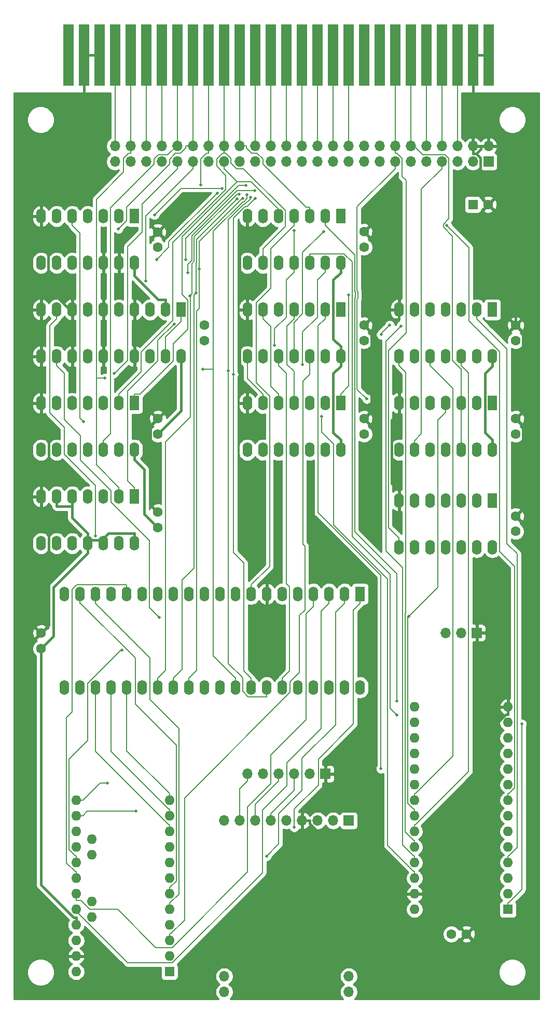
<source format=gtl>
G04 #@! TF.GenerationSoftware,KiCad,Pcbnew,(5.1.9)-1*
G04 #@! TF.CreationDate,2025-07-04T21:58:15+09:00*
G04 #@! TF.ProjectId,FP-1100_SD,46502d31-3130-4305-9f53-442e6b696361,rev?*
G04 #@! TF.SameCoordinates,PX53920b0PYad82f20*
G04 #@! TF.FileFunction,Copper,L1,Top*
G04 #@! TF.FilePolarity,Positive*
%FSLAX46Y46*%
G04 Gerber Fmt 4.6, Leading zero omitted, Abs format (unit mm)*
G04 Created by KiCad (PCBNEW (5.1.9)-1) date 2025-07-04 21:58:15*
%MOMM*%
%LPD*%
G01*
G04 APERTURE LIST*
G04 #@! TA.AperFunction,ComponentPad*
%ADD10O,1.600000X2.400000*%
G04 #@! TD*
G04 #@! TA.AperFunction,ComponentPad*
%ADD11R,1.600000X2.400000*%
G04 #@! TD*
G04 #@! TA.AperFunction,ComponentPad*
%ADD12C,1.600000*%
G04 #@! TD*
G04 #@! TA.AperFunction,ComponentPad*
%ADD13R,1.600000X1.600000*%
G04 #@! TD*
G04 #@! TA.AperFunction,ComponentPad*
%ADD14R,1.700000X1.700000*%
G04 #@! TD*
G04 #@! TA.AperFunction,ComponentPad*
%ADD15O,1.700000X1.700000*%
G04 #@! TD*
G04 #@! TA.AperFunction,ComponentPad*
%ADD16O,1.600000X1.600000*%
G04 #@! TD*
G04 #@! TA.AperFunction,ConnectorPad*
%ADD17R,1.780000X10.000000*%
G04 #@! TD*
G04 #@! TA.AperFunction,ViaPad*
%ADD18C,0.500000*%
G04 #@! TD*
G04 #@! TA.AperFunction,Conductor*
%ADD19C,0.400000*%
G04 #@! TD*
G04 #@! TA.AperFunction,Conductor*
%ADD20C,0.200000*%
G04 #@! TD*
G04 #@! TA.AperFunction,Conductor*
%ADD21C,0.254000*%
G04 #@! TD*
G04 #@! TA.AperFunction,Conductor*
%ADD22C,0.100000*%
G04 #@! TD*
G04 APERTURE END LIST*
D10*
X53975000Y90170000D03*
X38735000Y97790000D03*
X51435000Y90170000D03*
X41275000Y97790000D03*
X48895000Y90170000D03*
X43815000Y97790000D03*
X46355000Y90170000D03*
X46355000Y97790000D03*
X43815000Y90170000D03*
X48895000Y97790000D03*
X41275000Y90170000D03*
X51435000Y97790000D03*
X38735000Y90170000D03*
D11*
X53975000Y97790000D03*
D12*
X5080000Y57785000D03*
X5080000Y60285000D03*
D11*
X57150000Y66675000D03*
D10*
X8890000Y51435000D03*
X54610000Y66675000D03*
X11430000Y51435000D03*
X52070000Y66675000D03*
X13970000Y51435000D03*
X49530000Y66675000D03*
X16510000Y51435000D03*
X46990000Y66675000D03*
X19050000Y51435000D03*
X44450000Y66675000D03*
X21590000Y51435000D03*
X41910000Y66675000D03*
X24130000Y51435000D03*
X39370000Y66675000D03*
X26670000Y51435000D03*
X36830000Y66675000D03*
X29210000Y51435000D03*
X34290000Y66675000D03*
X31750000Y51435000D03*
X31750000Y66675000D03*
X34290000Y51435000D03*
X29210000Y66675000D03*
X36830000Y51435000D03*
X26670000Y66675000D03*
X39370000Y51435000D03*
X24130000Y66675000D03*
X41910000Y51435000D03*
X21590000Y66675000D03*
X44450000Y51435000D03*
X19050000Y66675000D03*
X46990000Y51435000D03*
X16510000Y66675000D03*
X49530000Y51435000D03*
X13970000Y66675000D03*
X52070000Y51435000D03*
X11430000Y66675000D03*
X54610000Y51435000D03*
X8890000Y66675000D03*
X57150000Y51435000D03*
D12*
X74532000Y11221000D03*
X72032000Y11221000D03*
D13*
X75565000Y130175000D03*
D12*
X78065000Y130175000D03*
D14*
X55305000Y29720000D03*
D15*
X52765000Y29720000D03*
X50225000Y29720000D03*
X47685000Y29720000D03*
X45145000Y29720000D03*
X42605000Y29720000D03*
X40065000Y29720000D03*
X37525000Y29720000D03*
X34985000Y29720000D03*
X34985000Y1780000D03*
X34985000Y4320000D03*
X55305000Y1780000D03*
X55305000Y4320000D03*
D13*
X26035000Y5080000D03*
D16*
X26035000Y7620000D03*
X26035000Y10160000D03*
X10795000Y33020000D03*
X26035000Y12700000D03*
X10795000Y30480000D03*
X26035000Y15240000D03*
X10795000Y27940000D03*
X26035000Y17780000D03*
X10795000Y25400000D03*
X26035000Y20320000D03*
X10795000Y22860000D03*
X26035000Y22860000D03*
X10795000Y20320000D03*
X26035000Y25400000D03*
X10795000Y17780000D03*
X26035000Y27940000D03*
X10795000Y15240000D03*
X26035000Y30480000D03*
X10795000Y12700000D03*
X26035000Y33020000D03*
X10795000Y10160000D03*
X10795000Y7620000D03*
X10795000Y5080000D03*
X13335000Y13970000D03*
X13335000Y16510000D03*
X13335000Y24130000D03*
X13335000Y26670000D03*
D14*
X51495000Y37340000D03*
D15*
X48955000Y37340000D03*
X46415000Y37340000D03*
X43875000Y37340000D03*
X41335000Y37340000D03*
X38795000Y37340000D03*
D12*
X57785000Y123230000D03*
X57785000Y125730000D03*
X82550000Y110490000D03*
X82550000Y107990000D03*
X57785000Y107990000D03*
X57785000Y110490000D03*
X82550000Y95250000D03*
X82550000Y92750000D03*
X82550000Y76875000D03*
X82550000Y79375000D03*
X57785000Y92750000D03*
X57785000Y95250000D03*
X24130000Y95250000D03*
X24130000Y92750000D03*
X24130000Y80010000D03*
X24130000Y77510000D03*
D17*
X9525000Y154559000D03*
X12065000Y154559000D03*
X14605000Y154559000D03*
X17145000Y154559000D03*
X19685000Y154559000D03*
X22225000Y154559000D03*
X24765000Y154559000D03*
X27305000Y154559000D03*
X29845000Y154559000D03*
X32385000Y154559000D03*
X34925000Y154559000D03*
X37465000Y154559000D03*
X40005000Y154559000D03*
X42545000Y154559000D03*
X45085000Y154559000D03*
X47625000Y154559000D03*
X50165000Y154559000D03*
X52705000Y154559000D03*
X55245000Y154559000D03*
X57785000Y154559000D03*
X60325000Y154559000D03*
X62865000Y154559000D03*
X65405000Y154559000D03*
X67945000Y154559000D03*
X70485000Y154559000D03*
X73025000Y154559000D03*
X75565000Y154559000D03*
X78105000Y154559000D03*
D11*
X53975000Y128270000D03*
D10*
X38735000Y120650000D03*
X51435000Y128270000D03*
X41275000Y120650000D03*
X48895000Y128270000D03*
X43815000Y120650000D03*
X46355000Y128270000D03*
X46355000Y120650000D03*
X43815000Y128270000D03*
X48895000Y120650000D03*
X41275000Y128270000D03*
X51435000Y120650000D03*
X38735000Y128270000D03*
X53975000Y120650000D03*
X78740000Y105410000D03*
X63500000Y113030000D03*
X76200000Y105410000D03*
X66040000Y113030000D03*
X73660000Y105410000D03*
X68580000Y113030000D03*
X71120000Y105410000D03*
X71120000Y113030000D03*
X68580000Y105410000D03*
X73660000Y113030000D03*
X66040000Y105410000D03*
X76200000Y113030000D03*
X63500000Y105410000D03*
D11*
X78740000Y113030000D03*
X53975000Y113030000D03*
D10*
X38735000Y105410000D03*
X51435000Y113030000D03*
X41275000Y105410000D03*
X48895000Y113030000D03*
X43815000Y105410000D03*
X46355000Y113030000D03*
X46355000Y105410000D03*
X43815000Y113030000D03*
X48895000Y105410000D03*
X41275000Y113030000D03*
X51435000Y105410000D03*
X38735000Y113030000D03*
X53975000Y105410000D03*
D11*
X78740000Y97790000D03*
D10*
X63500000Y90170000D03*
X76200000Y97790000D03*
X66040000Y90170000D03*
X73660000Y97790000D03*
X68580000Y90170000D03*
X71120000Y97790000D03*
X71120000Y90170000D03*
X68580000Y97790000D03*
X73660000Y90170000D03*
X66040000Y97790000D03*
X76200000Y90170000D03*
X63500000Y97790000D03*
X78740000Y90170000D03*
X78740000Y74295000D03*
X63500000Y81915000D03*
X76200000Y74295000D03*
X66040000Y81915000D03*
X73660000Y74295000D03*
X68580000Y81915000D03*
X71120000Y74295000D03*
X71120000Y81915000D03*
X68580000Y74295000D03*
X73660000Y81915000D03*
X66040000Y74295000D03*
X76200000Y81915000D03*
X63500000Y74295000D03*
D11*
X78740000Y81915000D03*
X20320000Y97790000D03*
D10*
X5080000Y90170000D03*
X17780000Y97790000D03*
X7620000Y90170000D03*
X15240000Y97790000D03*
X10160000Y90170000D03*
X12700000Y97790000D03*
X12700000Y90170000D03*
X10160000Y97790000D03*
X15240000Y90170000D03*
X7620000Y97790000D03*
X17780000Y90170000D03*
X5080000Y97790000D03*
X20320000Y90170000D03*
D11*
X20320000Y82550000D03*
D10*
X5080000Y74930000D03*
X17780000Y82550000D03*
X7620000Y74930000D03*
X15240000Y82550000D03*
X10160000Y74930000D03*
X12700000Y82550000D03*
X12700000Y74930000D03*
X10160000Y82550000D03*
X15240000Y74930000D03*
X7620000Y82550000D03*
X17780000Y74930000D03*
X5080000Y82550000D03*
X20320000Y74930000D03*
D12*
X24130000Y125690000D03*
X24130000Y123190000D03*
X31750000Y107990000D03*
X31750000Y110490000D03*
D11*
X20320000Y128270000D03*
D10*
X5080000Y120650000D03*
X17780000Y128270000D03*
X7620000Y120650000D03*
X15240000Y128270000D03*
X10160000Y120650000D03*
X12700000Y128270000D03*
X12700000Y120650000D03*
X10160000Y128270000D03*
X15240000Y120650000D03*
X7620000Y128270000D03*
X17780000Y120650000D03*
X5080000Y128270000D03*
X20320000Y120650000D03*
D11*
X27940000Y113030000D03*
D10*
X5080000Y105410000D03*
X25400000Y113030000D03*
X7620000Y105410000D03*
X22860000Y113030000D03*
X10160000Y105410000D03*
X20320000Y113030000D03*
X12700000Y105410000D03*
X17780000Y113030000D03*
X15240000Y105410000D03*
X15240000Y113030000D03*
X17780000Y105410000D03*
X12700000Y113030000D03*
X20320000Y105410000D03*
X10160000Y113030000D03*
X22860000Y105410000D03*
X7620000Y113030000D03*
X25400000Y105410000D03*
X5080000Y113030000D03*
X27940000Y105410000D03*
D14*
X76200000Y60325000D03*
D15*
X73660000Y60325000D03*
X71120000Y60325000D03*
D13*
X81280000Y15240000D03*
D16*
X66040000Y48260000D03*
X81280000Y17780000D03*
X66040000Y45720000D03*
X81280000Y20320000D03*
X66040000Y43180000D03*
X81280000Y22860000D03*
X66040000Y40640000D03*
X81280000Y25400000D03*
X66040000Y38100000D03*
X81280000Y27940000D03*
X66040000Y35560000D03*
X81280000Y30480000D03*
X66040000Y33020000D03*
X81280000Y33020000D03*
X66040000Y30480000D03*
X81280000Y35560000D03*
X66040000Y27940000D03*
X81280000Y38100000D03*
X66040000Y25400000D03*
X81280000Y40640000D03*
X66040000Y22860000D03*
X81280000Y43180000D03*
X66040000Y20320000D03*
X81280000Y45720000D03*
X66040000Y17780000D03*
X81280000Y48260000D03*
X66040000Y15240000D03*
D15*
X17145000Y139700000D03*
X17145000Y137160000D03*
X19685000Y139700000D03*
X22225000Y139700000D03*
X24765000Y139700000D03*
X37465000Y139700000D03*
X40005000Y137160000D03*
X62865000Y137160000D03*
X45085000Y139700000D03*
X57785000Y139700000D03*
X47625000Y137160000D03*
X50165000Y137160000D03*
X60325000Y139700000D03*
X60325000Y137160000D03*
X27305000Y137160000D03*
X32385000Y137160000D03*
X65405000Y139700000D03*
X34925000Y137160000D03*
X50165000Y139700000D03*
X40005000Y139700000D03*
X45085000Y137160000D03*
X55245000Y139700000D03*
X37465000Y137160000D03*
X34925000Y139700000D03*
X47625000Y139700000D03*
X29845000Y139700000D03*
X29845000Y137160000D03*
X42545000Y139700000D03*
X55245000Y137160000D03*
X24765000Y137160000D03*
X57785000Y137160000D03*
X52705000Y137160000D03*
X52705000Y139700000D03*
X32385000Y139700000D03*
X19685000Y137160000D03*
X22225000Y137160000D03*
X27305000Y139700000D03*
X62865000Y139700000D03*
X42545000Y137160000D03*
X65405000Y137160000D03*
X67945000Y139700000D03*
X75565000Y137160000D03*
X70485000Y137160000D03*
X67945000Y137160000D03*
X70485000Y139700000D03*
X73025000Y139700000D03*
X73025000Y137160000D03*
X75565000Y139700000D03*
X78105000Y139700000D03*
D14*
X78105000Y137160000D03*
D18*
X39268400Y131305500D03*
X35658800Y103105100D03*
X40005600Y131153300D03*
X36489600Y102477600D03*
X31462700Y103311300D03*
X38718000Y131783900D03*
X29002400Y119077300D03*
X39980800Y132421900D03*
X24384100Y62841200D03*
X38509200Y133326100D03*
X28696000Y121170600D03*
X13970000Y76118000D03*
X37970100Y131172700D03*
X30930500Y119631700D03*
X37091900Y131107500D03*
X30353300Y115731800D03*
X29400500Y115272500D03*
X37401700Y131854200D03*
X63188400Y49259100D03*
X63817900Y110386200D03*
X71319500Y126755000D03*
X60555100Y38183600D03*
X63142700Y46950700D03*
X12035900Y94791000D03*
X58228900Y98482600D03*
X51192400Y125783200D03*
X20573500Y31231100D03*
X15951300Y35874600D03*
X50896300Y95589700D03*
X15456600Y101850100D03*
X60595300Y108955500D03*
X61987500Y110521500D03*
X17705700Y126217500D03*
X31144300Y133413000D03*
X47766700Y104093700D03*
X26791600Y110710600D03*
X55306900Y115416600D03*
X16987900Y102683800D03*
X22137000Y117720600D03*
X46355000Y125933600D03*
X43180000Y107200000D03*
X23575800Y128478400D03*
X34634300Y132822500D03*
X33848700Y132037100D03*
X23950600Y121203300D03*
X65130100Y63057900D03*
X46415000Y28637200D03*
X41870700Y23910900D03*
X18286900Y57545100D03*
X83542900Y45497000D03*
D19*
X12700000Y75730200D02*
X12962500Y75467700D01*
X12962500Y75467700D02*
X14977500Y75467700D01*
X14977500Y75467700D02*
X15240000Y75730200D01*
X20320000Y119049700D02*
X20320000Y118535500D01*
X20320000Y118535500D02*
X24225200Y114630300D01*
X24225200Y114630300D02*
X25400000Y114630300D01*
X20320000Y90170000D02*
X20320000Y88569700D01*
X20320000Y88569700D02*
X21920300Y86969400D01*
X21920300Y86969400D02*
X21920300Y79719700D01*
X21920300Y79719700D02*
X24130000Y77510000D01*
X53975000Y103809700D02*
X52774700Y102609400D01*
X52774700Y102609400D02*
X52774700Y92970600D01*
X52774700Y92970600D02*
X53975000Y91770300D01*
X53975000Y119049700D02*
X52774700Y117849400D01*
X52774700Y117849400D02*
X52774700Y108210600D01*
X52774700Y108210600D02*
X53975000Y107010300D01*
X20320000Y74930000D02*
X20320000Y76530300D01*
X20320000Y76530300D02*
X16040100Y76530300D01*
X16040100Y76530300D02*
X15240000Y75730200D01*
X53975000Y105410000D02*
X53975000Y103809700D01*
X53975000Y90170000D02*
X53975000Y91770300D01*
X12700000Y75730200D02*
X12700000Y76530300D01*
X12700000Y74930000D02*
X12700000Y75730200D01*
X15240000Y74930000D02*
X15240000Y75730200D01*
X5080000Y57785000D02*
X7107700Y59812700D01*
X7107700Y59812700D02*
X7107700Y67737400D01*
X7107700Y67737400D02*
X12700000Y73329700D01*
X5080000Y57785000D02*
X5080000Y19242200D01*
X5080000Y19242200D02*
X10421900Y13900300D01*
X10421900Y13900300D02*
X10795000Y13900300D01*
X12700000Y74930000D02*
X12700000Y73329700D01*
X25400000Y113030000D02*
X25400000Y114630300D01*
X20320000Y120650000D02*
X20320000Y119049700D01*
X27940000Y105410000D02*
X27940000Y103809700D01*
X24130000Y92750000D02*
X27940000Y96560000D01*
X27940000Y96560000D02*
X27940000Y103809700D01*
X10795000Y12700000D02*
X10795000Y13900300D01*
X12700000Y76530300D02*
X10160000Y79070300D01*
X10160000Y79070300D02*
X10160000Y80949700D01*
X7620000Y82550000D02*
X7620000Y80949700D01*
X10160000Y82550000D02*
X10160000Y80949700D01*
X10160000Y80949700D02*
X7620000Y80949700D01*
X53975000Y120650000D02*
X53975000Y119049700D01*
X53975000Y105410000D02*
X53975000Y107010300D01*
X78740000Y105410000D02*
X78740000Y103809700D01*
X78740000Y90170000D02*
X78740000Y91770300D01*
X78740000Y91770300D02*
X77539700Y92970600D01*
X77539700Y92970600D02*
X77539700Y102609400D01*
X77539700Y102609400D02*
X78740000Y103809700D01*
X38735000Y128270000D02*
X38735000Y126669700D01*
X38735000Y113030000D02*
X38735000Y114630300D01*
X38735000Y114630300D02*
X37524000Y115841300D01*
X37524000Y115841300D02*
X37524000Y125458700D01*
X37524000Y125458700D02*
X38735000Y126669700D01*
X38735000Y112229900D02*
X38735000Y113030000D01*
X58985600Y109289400D02*
X57785000Y110490000D01*
X57785000Y95250000D02*
X58985600Y96450600D01*
X58985600Y96450600D02*
X58985600Y109289400D01*
X58985600Y109289400D02*
X61125900Y111429700D01*
X61125900Y111429700D02*
X63500000Y111429700D01*
X63500000Y113030000D02*
X63500000Y111429700D01*
X24130000Y95250000D02*
X22923000Y94043000D01*
X22923000Y94043000D02*
X22923000Y81217000D01*
X22923000Y81217000D02*
X24130000Y80010000D01*
X63500000Y113030000D02*
X63500000Y113830200D01*
X63500000Y113830200D02*
X63500000Y114630300D01*
X63500000Y114630300D02*
X63500000Y120015000D01*
X63500000Y120015000D02*
X57785000Y125730000D01*
X15240000Y105410000D02*
X15240000Y113030000D01*
X38735000Y112229900D02*
X38735000Y111429700D01*
X38735000Y97790000D02*
X38735000Y99390300D01*
X38735000Y111429700D02*
X37510500Y110205200D01*
X37510500Y110205200D02*
X37510500Y100614800D01*
X37510500Y100614800D02*
X38735000Y99390300D01*
X15240000Y113030000D02*
X15240000Y119049700D01*
X15240000Y120650000D02*
X15240000Y119049700D01*
X76200000Y60325000D02*
X76200000Y59074700D01*
X76200000Y59074700D02*
X81280000Y53994700D01*
X81280000Y53994700D02*
X81280000Y48260000D01*
X5080000Y82550000D02*
X5080000Y84150300D01*
X5080000Y97790000D02*
X5080000Y96189700D01*
X5080000Y96189700D02*
X6349900Y94919800D01*
X6349900Y94919800D02*
X6349900Y85420200D01*
X6349900Y85420200D02*
X5080000Y84150300D01*
X5080000Y105410000D02*
X5080000Y97790000D01*
X67606700Y18146400D02*
X74532000Y11221000D01*
X81280000Y47059700D02*
X80904900Y47059700D01*
X80904900Y47059700D02*
X76973000Y43127800D01*
X76973000Y43127800D02*
X76973000Y27512800D01*
X76973000Y27512800D02*
X67606600Y18146400D01*
X67606600Y18146400D02*
X67606700Y18146400D01*
X67606700Y18146400D02*
X67240300Y17780000D01*
X66040000Y17780000D02*
X67240300Y17780000D01*
X47685000Y29720000D02*
X48935300Y29720000D01*
X66040000Y17780000D02*
X60357200Y17780000D01*
X60357200Y17780000D02*
X48935300Y29201900D01*
X48935300Y29201900D02*
X48935300Y29720000D01*
X82550000Y110490000D02*
X83758700Y109281300D01*
X83758700Y109281300D02*
X83758700Y96458700D01*
X83758700Y96458700D02*
X82550000Y95250000D01*
X78065000Y130175000D02*
X82550000Y125690000D01*
X82550000Y125690000D02*
X82550000Y110490000D01*
X82550000Y95250000D02*
X83758700Y94041300D01*
X83758700Y94041300D02*
X83758700Y80583700D01*
X83758700Y80583700D02*
X82550000Y79375000D01*
X81280000Y48260000D02*
X81280000Y47059700D01*
X76112100Y138449700D02*
X76815300Y137746500D01*
X76815300Y137746500D02*
X76815300Y131424700D01*
X76815300Y131424700D02*
X78065000Y130175000D01*
X75565000Y138449700D02*
X76112100Y138449700D01*
X76854700Y139700000D02*
X76854700Y139192300D01*
X76854700Y139192300D02*
X76112100Y138449700D01*
X78105000Y139700000D02*
X76854700Y139700000D01*
X6294700Y115845000D02*
X6294700Y125455000D01*
X6294700Y125455000D02*
X5080000Y126669700D01*
X5080000Y114630300D02*
X6294700Y115845000D01*
X10160000Y112596500D02*
X6911500Y115845000D01*
X6911500Y115845000D02*
X6294700Y115845000D01*
X10160000Y112596500D02*
X10160000Y111429700D01*
X10160000Y113030000D02*
X10160000Y112596500D01*
X47685000Y30970300D02*
X51495000Y34780300D01*
X51495000Y34780300D02*
X51495000Y36089700D01*
X10160000Y105410000D02*
X10160000Y107010300D01*
X10160000Y107010300D02*
X10160000Y111429700D01*
X5080000Y128270000D02*
X5080000Y126669700D01*
X5080000Y113030000D02*
X5080000Y114630300D01*
X63500000Y97790000D02*
X63500000Y96189700D01*
X63500000Y81915000D02*
X63500000Y83515300D01*
X63500000Y83515300D02*
X62292900Y84722400D01*
X62292900Y84722400D02*
X62292900Y94982600D01*
X62292900Y94982600D02*
X63500000Y96189700D01*
X5080000Y82550000D02*
X5080000Y80949700D01*
X5080000Y60285000D02*
X6349900Y61554900D01*
X6349900Y61554900D02*
X6349900Y79679800D01*
X6349900Y79679800D02*
X5080000Y80949700D01*
X51495000Y37340000D02*
X51495000Y36089700D01*
X47685000Y29720000D02*
X47685000Y30970300D01*
X12065000Y154559000D02*
X12065000Y136855300D01*
X12065000Y136855300D02*
X5080000Y129870300D01*
X5080000Y128270000D02*
X5080000Y129870300D01*
X14605000Y154559000D02*
X12065000Y154559000D01*
X75565000Y154559000D02*
X75565000Y140950300D01*
X75565000Y139700000D02*
X75565000Y140950300D01*
X78105000Y154559000D02*
X75565000Y154559000D01*
X75565000Y139700000D02*
X75565000Y138449700D01*
D20*
X35658800Y103105100D02*
X35658800Y127741900D01*
X35658800Y127741900D02*
X38139000Y130222100D01*
X38139000Y130222100D02*
X38363900Y130222100D01*
X38363900Y130222100D02*
X39268400Y131126600D01*
X39268400Y131126600D02*
X39268400Y131305500D01*
X41910000Y51435000D02*
X41910000Y49934700D01*
X41910000Y49934700D02*
X38893600Y49934700D01*
X38893600Y49934700D02*
X37999000Y50829300D01*
X37999000Y50829300D02*
X37999000Y52997900D01*
X37999000Y52997900D02*
X35658800Y55338100D01*
X35658800Y55338100D02*
X35658800Y103105100D01*
X36489600Y102477600D02*
X36489600Y127988200D01*
X36489600Y127988200D02*
X38323200Y129821800D01*
X38323200Y129821800D02*
X38674100Y129821800D01*
X38674100Y129821800D02*
X40005600Y131153300D01*
X36489600Y102477600D02*
X36489600Y73429500D01*
X36489600Y73429500D02*
X38199100Y71720000D01*
X38199100Y71720000D02*
X38199100Y54106200D01*
X38199100Y54106200D02*
X39370000Y52935300D01*
X39370000Y51435000D02*
X39370000Y52935300D01*
X47625000Y154559000D02*
X47625000Y139700000D01*
X33176400Y103311300D02*
X33176400Y125829800D01*
X33176400Y125829800D02*
X37969000Y130622400D01*
X37969000Y130622400D02*
X38198100Y130622400D01*
X38198100Y130622400D02*
X38718000Y131142300D01*
X38718000Y131142300D02*
X38718000Y131783900D01*
X36830000Y52935300D02*
X33176400Y56588900D01*
X33176400Y56588900D02*
X33176400Y103311300D01*
X31462700Y103311300D02*
X33176400Y103311300D01*
X36830000Y51435000D02*
X36830000Y52935300D01*
X29002400Y119077300D02*
X29002400Y120422500D01*
X29002400Y120422500D02*
X29687900Y121108000D01*
X29687900Y121108000D02*
X29687900Y125047800D01*
X29687900Y125047800D02*
X37062000Y132421900D01*
X37062000Y132421900D02*
X39980800Y132421900D01*
X24384100Y62841200D02*
X22727900Y64497400D01*
X22727900Y64497400D02*
X22727900Y75396900D01*
X22727900Y75396900D02*
X16510000Y81614800D01*
X16510000Y81614800D02*
X16510000Y83480200D01*
X16510000Y83480200D02*
X11520900Y88469300D01*
X11520900Y88469300D02*
X11520900Y92504800D01*
X11520900Y92504800D02*
X8890000Y95135700D01*
X8890000Y95135700D02*
X8890000Y102639700D01*
X8890000Y102639700D02*
X7620000Y103909700D01*
X7620000Y105410000D02*
X7620000Y103909700D01*
X45085000Y139700000D02*
X45085000Y154559000D01*
X28696000Y121170600D02*
X28696000Y124682500D01*
X28696000Y124682500D02*
X37339600Y133326100D01*
X37339600Y133326100D02*
X38509200Y133326100D01*
X7620000Y113030000D02*
X7620000Y111529700D01*
X7620000Y111529700D02*
X6499800Y110409500D01*
X6499800Y110409500D02*
X6499800Y96187400D01*
X6499800Y96187400D02*
X8890000Y93797200D01*
X8890000Y93797200D02*
X8890000Y89425200D01*
X8890000Y89425200D02*
X13970000Y84345200D01*
X13970000Y84345200D02*
X13970000Y76118000D01*
X30930500Y119631700D02*
X30930500Y124167800D01*
X30930500Y124167800D02*
X37935300Y131172600D01*
X37935300Y131172600D02*
X37935300Y131172700D01*
X37935300Y131172700D02*
X37970100Y131172700D01*
X29210000Y51435000D02*
X29210000Y52935300D01*
X29210000Y52935300D02*
X30489100Y54214400D01*
X30489100Y54214400D02*
X30489100Y112771400D01*
X30489100Y112771400D02*
X30930500Y113212800D01*
X30930500Y113212800D02*
X30930500Y119631700D01*
X42545000Y154559000D02*
X42545000Y139700000D01*
X30353300Y115731800D02*
X30353300Y120641200D01*
X30353300Y120641200D02*
X30488600Y120776500D01*
X30488600Y120776500D02*
X30488600Y124504200D01*
X30488600Y124504200D02*
X37091900Y131107500D01*
X26670000Y52935300D02*
X28109600Y54374900D01*
X28109600Y54374900D02*
X28109600Y68940300D01*
X28109600Y68940300D02*
X30088700Y70919400D01*
X30088700Y70919400D02*
X30088700Y115467200D01*
X30088700Y115467200D02*
X30353300Y115731800D01*
X26670000Y51435000D02*
X26670000Y52935300D01*
X29400500Y115272500D02*
X29688300Y115560300D01*
X29688300Y115560300D02*
X29688300Y120542300D01*
X29688300Y120542300D02*
X30088300Y120942300D01*
X30088300Y120942300D02*
X30088300Y124882100D01*
X30088300Y124882100D02*
X37060400Y131854200D01*
X37060400Y131854200D02*
X37401700Y131854200D01*
X24130000Y52935300D02*
X25405800Y54211100D01*
X25405800Y54211100D02*
X25405800Y91457700D01*
X25405800Y91457700D02*
X29450500Y95502400D01*
X29450500Y95502400D02*
X29450500Y115222500D01*
X29450500Y115222500D02*
X29400500Y115272500D01*
X24130000Y51435000D02*
X24130000Y52935300D01*
X40005000Y139700000D02*
X40005000Y154559000D01*
X63188400Y49259100D02*
X63188400Y69943800D01*
X63188400Y69943800D02*
X56275100Y76857100D01*
X56275100Y76857100D02*
X56275100Y114930400D01*
X56275100Y114930400D02*
X56367500Y115022800D01*
X56367500Y115022800D02*
X56367500Y115810400D01*
X56367500Y115810400D02*
X56275100Y115902800D01*
X56275100Y115902800D02*
X56275100Y121929600D01*
X56275100Y121929600D02*
X51435000Y126769700D01*
X51435000Y128270000D02*
X51435000Y126769700D01*
X66040000Y23960300D02*
X65902500Y23960300D01*
X65902500Y23960300D02*
X64080500Y25782300D01*
X64080500Y25782300D02*
X64080500Y70941100D01*
X64080500Y70941100D02*
X61348700Y73672900D01*
X61348700Y73672900D02*
X61348700Y107917000D01*
X61348700Y107917000D02*
X63817900Y110386200D01*
X66040000Y22860000D02*
X66040000Y23960300D01*
X39370000Y68175300D02*
X42383200Y71188500D01*
X42383200Y71188500D02*
X42383200Y98882000D01*
X42383200Y98882000D02*
X40168100Y101097100D01*
X40168100Y101097100D02*
X40168100Y114123300D01*
X40168100Y114123300D02*
X42545000Y116500200D01*
X42545000Y116500200D02*
X42545000Y122959700D01*
X42545000Y122959700D02*
X46355000Y126769700D01*
X39370000Y66675000D02*
X39370000Y68175300D01*
X46355000Y128270000D02*
X46355000Y126769700D01*
X63500000Y105410000D02*
X63500000Y103909700D01*
X63500000Y103909700D02*
X64627000Y102782700D01*
X64627000Y102782700D02*
X64627000Y63617500D01*
X64627000Y63617500D02*
X64539300Y63529800D01*
X64539300Y63529800D02*
X64539300Y27863200D01*
X64539300Y27863200D02*
X65902200Y26500300D01*
X65902200Y26500300D02*
X66040000Y26500300D01*
X66040000Y25400000D02*
X66040000Y26500300D01*
X81280000Y33020000D02*
X81280000Y34120300D01*
X81280000Y34120300D02*
X81417500Y34120300D01*
X81417500Y34120300D02*
X82380400Y35083200D01*
X82380400Y35083200D02*
X82380400Y71169400D01*
X82380400Y71169400D02*
X79924800Y73625000D01*
X79924800Y73625000D02*
X79924800Y106219100D01*
X79924800Y106219100D02*
X74930000Y111213900D01*
X74930000Y111213900D02*
X74930000Y123144500D01*
X74930000Y123144500D02*
X71319500Y126755000D01*
X68580000Y105410000D02*
X68580000Y103909700D01*
X66040000Y33020000D02*
X66040000Y34120300D01*
X66040000Y34120300D02*
X66177500Y34120300D01*
X66177500Y34120300D02*
X72282100Y40224900D01*
X72282100Y40224900D02*
X72282100Y100207600D01*
X72282100Y100207600D02*
X68580000Y103909700D01*
X73660000Y105410000D02*
X73660000Y103909700D01*
X66040000Y27940000D02*
X66040000Y29040300D01*
X66040000Y29040300D02*
X66177500Y29040300D01*
X66177500Y29040300D02*
X74850500Y37713300D01*
X74850500Y37713300D02*
X74850500Y102719200D01*
X74850500Y102719200D02*
X73660000Y103909700D01*
X51435000Y111529700D02*
X50315200Y110409900D01*
X50315200Y110409900D02*
X50315200Y79918400D01*
X50315200Y79918400D02*
X60555100Y69678500D01*
X60555100Y69678500D02*
X60555100Y38183600D01*
X51435000Y113030000D02*
X51435000Y111529700D01*
X63142700Y46950700D02*
X62067600Y48025800D01*
X62067600Y48025800D02*
X62067600Y69865300D01*
X62067600Y69865300D02*
X55841200Y76091700D01*
X55841200Y76091700D02*
X55841200Y115062600D01*
X55841200Y115062600D02*
X55904200Y115125600D01*
X55904200Y115125600D02*
X55904200Y115707600D01*
X55904200Y115707600D02*
X55841200Y115770600D01*
X55841200Y115770600D02*
X55841200Y120808700D01*
X55841200Y120808700D02*
X54499600Y122150300D01*
X54499600Y122150300D02*
X48895000Y122150300D01*
X48895000Y120650000D02*
X48895000Y122150300D01*
X81280000Y23960300D02*
X81417500Y23960300D01*
X81417500Y23960300D02*
X82780800Y25323600D01*
X82780800Y25323600D02*
X82780800Y73237700D01*
X82780800Y73237700D02*
X81113200Y74905300D01*
X81113200Y74905300D02*
X81113200Y106616500D01*
X81113200Y106616500D02*
X76200000Y111529700D01*
X76200000Y113030000D02*
X76200000Y111529700D01*
X81280000Y22860000D02*
X81280000Y23960300D01*
X62865000Y136009700D02*
X56675400Y129820100D01*
X56675400Y129820100D02*
X56675400Y116068600D01*
X56675400Y116068600D02*
X56767800Y115976200D01*
X56767800Y115976200D02*
X56767800Y114857000D01*
X56767800Y114857000D02*
X56675400Y114764600D01*
X56675400Y114764600D02*
X56675400Y100036100D01*
X56675400Y100036100D02*
X58228900Y98482600D01*
X10160000Y128270000D02*
X10160000Y126769700D01*
X12035900Y94791000D02*
X11430000Y95396900D01*
X11430000Y95396900D02*
X11430000Y125499700D01*
X11430000Y125499700D02*
X10160000Y126769700D01*
X62865000Y137160000D02*
X62865000Y136009700D01*
X46355000Y105410000D02*
X46355000Y110963400D01*
X46355000Y110963400D02*
X47766700Y112375100D01*
X47766700Y112375100D02*
X47766700Y122357500D01*
X47766700Y122357500D02*
X51192400Y125783200D01*
X67945000Y154559000D02*
X67945000Y139700000D01*
X62865000Y138549700D02*
X63152700Y138549700D01*
X63152700Y138549700D02*
X64015300Y137687100D01*
X64015300Y137687100D02*
X64015300Y134760200D01*
X64015300Y134760200D02*
X64648300Y134127200D01*
X64648300Y134127200D02*
X64648300Y109237300D01*
X64648300Y109237300D02*
X61775500Y106364500D01*
X61775500Y106364500D02*
X61775500Y77519800D01*
X61775500Y77519800D02*
X63500000Y75795300D01*
X62865000Y139700000D02*
X62865000Y138549700D01*
X62865000Y154559000D02*
X62865000Y139700000D01*
X63500000Y74295000D02*
X63500000Y75795300D01*
X46415000Y37340000D02*
X46415000Y34680300D01*
X46415000Y34680300D02*
X42605000Y30870300D01*
X42605000Y29720000D02*
X42605000Y30870300D01*
X40065000Y29720000D02*
X40065000Y32379700D01*
X40065000Y32379700D02*
X43875000Y36189700D01*
X10795000Y30480000D02*
X11895300Y30480000D01*
X20573500Y31231100D02*
X12646400Y31231100D01*
X12646400Y31231100D02*
X11895300Y30480000D01*
X43875000Y37340000D02*
X43875000Y36189700D01*
X38795000Y37340000D02*
X38795000Y36189700D01*
X38795000Y36189700D02*
X37525000Y34919700D01*
X37525000Y34919700D02*
X37525000Y29720000D01*
X15951300Y35874600D02*
X14749900Y35874600D01*
X14749900Y35874600D02*
X11895300Y33020000D01*
X10795000Y33020000D02*
X11895300Y33020000D01*
X66040000Y20320000D02*
X66040000Y21420300D01*
X66040000Y21420300D02*
X65902500Y21420300D01*
X65902500Y21420300D02*
X61667200Y25655600D01*
X61667200Y25655600D02*
X61667200Y69132800D01*
X61667200Y69132800D02*
X52846700Y77953300D01*
X52846700Y77953300D02*
X52846700Y91098000D01*
X52846700Y91098000D02*
X50896300Y93048400D01*
X50896300Y93048400D02*
X50896300Y95589700D01*
X46355000Y111529700D02*
X45214400Y110389100D01*
X45214400Y110389100D02*
X45214400Y104096400D01*
X45214400Y104096400D02*
X46355000Y102955800D01*
X46355000Y102955800D02*
X46355000Y97790000D01*
X46355000Y113030000D02*
X46355000Y111529700D01*
X17145000Y139700000D02*
X17145000Y154559000D01*
X15456600Y101850100D02*
X14116300Y101850100D01*
X14116300Y101850100D02*
X14116300Y131039500D01*
X14116300Y131039500D02*
X18534700Y135457900D01*
X18534700Y135457900D02*
X18534700Y137687100D01*
X18534700Y137687100D02*
X19397300Y138549700D01*
X19397300Y138549700D02*
X19685000Y138549700D01*
X17780000Y84050300D02*
X14116300Y87714000D01*
X14116300Y87714000D02*
X14116300Y101850100D01*
X19685000Y139700000D02*
X19685000Y138549700D01*
X19685000Y139700000D02*
X19685000Y154559000D01*
X17780000Y82550000D02*
X17780000Y84050300D01*
X22225000Y139700000D02*
X22225000Y154559000D01*
X61987500Y110521500D02*
X60595300Y109129300D01*
X60595300Y109129300D02*
X60595300Y108955500D01*
X24765000Y154559000D02*
X24765000Y139700000D01*
X27305000Y139843800D02*
X25771600Y138310400D01*
X25771600Y138310400D02*
X24226900Y138310400D01*
X24226900Y138310400D02*
X23495000Y137578500D01*
X23495000Y137578500D02*
X23495000Y136780600D01*
X23495000Y136780600D02*
X16381100Y129666700D01*
X16381100Y129666700D02*
X16381100Y92811400D01*
X16381100Y92811400D02*
X15240000Y91670300D01*
X15240000Y90170000D02*
X15240000Y91670300D01*
X27305000Y139843800D02*
X27305000Y140850300D01*
X27305000Y139700000D02*
X27305000Y139843800D01*
X27305000Y154559000D02*
X27305000Y149258700D01*
X27305000Y140850300D02*
X27305000Y149258700D01*
X28694700Y139700000D02*
X28694700Y139412300D01*
X28694700Y139412300D02*
X27832100Y138549700D01*
X27832100Y138549700D02*
X27041900Y138549700D01*
X27041900Y138549700D02*
X26035000Y137542800D01*
X26035000Y137542800D02*
X26035000Y136775100D01*
X26035000Y136775100D02*
X19019500Y129759600D01*
X19019500Y129759600D02*
X19019500Y127531300D01*
X19019500Y127531300D02*
X17705700Y126217500D01*
X29845000Y139700000D02*
X28694700Y139700000D01*
X29845000Y154559000D02*
X29845000Y139700000D01*
X32385000Y138549700D02*
X32097400Y138549700D01*
X32097400Y138549700D02*
X31144300Y137596600D01*
X31144300Y137596600D02*
X31144300Y133413000D01*
X32385000Y139700000D02*
X32385000Y138549700D01*
X32385000Y139700000D02*
X32385000Y149258700D01*
X51435000Y120650000D02*
X51435000Y119149700D01*
X51435000Y119149700D02*
X50165000Y117879700D01*
X50165000Y117879700D02*
X50165000Y111779800D01*
X50165000Y111779800D02*
X47766700Y109381500D01*
X47766700Y109381500D02*
X47766700Y104093700D01*
X32385000Y154559000D02*
X32385000Y149258700D01*
X41275000Y120650000D02*
X41275000Y122959600D01*
X41275000Y122959600D02*
X44915900Y126600500D01*
X44915900Y126600500D02*
X44915900Y129192800D01*
X44915900Y129192800D02*
X38099200Y136009500D01*
X38099200Y136009500D02*
X36973200Y136009500D01*
X36973200Y136009500D02*
X36075300Y136907400D01*
X36075300Y136907400D02*
X36075300Y137687100D01*
X36075300Y137687100D02*
X35212700Y138549700D01*
X35212700Y138549700D02*
X34925000Y138549700D01*
X34925000Y138549700D02*
X34667200Y138549700D01*
X34667200Y138549700D02*
X33751600Y137634100D01*
X33751600Y137634100D02*
X33751600Y136433200D01*
X33751600Y136433200D02*
X35240900Y134943900D01*
X35240900Y134943900D02*
X35240900Y132650100D01*
X35240900Y132650100D02*
X26538900Y123948100D01*
X26538900Y123948100D02*
X26538900Y111253500D01*
X26538900Y111253500D02*
X21420300Y106134900D01*
X21420300Y106134900D02*
X21420300Y102930600D01*
X21420300Y102930600D02*
X17780000Y99290300D01*
X17780000Y97790000D02*
X17780000Y99290300D01*
X34925000Y139700000D02*
X34925000Y138549700D01*
X34925000Y154559000D02*
X34925000Y139700000D01*
X37465000Y139700000D02*
X38615300Y139700000D01*
X38615300Y139700000D02*
X38615300Y139412300D01*
X38615300Y139412300D02*
X39477900Y138549700D01*
X39477900Y138549700D02*
X40303800Y138549700D01*
X40303800Y138549700D02*
X41275000Y137578500D01*
X41275000Y137578500D02*
X41275000Y136803200D01*
X41275000Y136803200D02*
X48307900Y129770300D01*
X48307900Y129770300D02*
X48895000Y129770300D01*
X37465000Y139700000D02*
X37465000Y154559000D01*
X48895000Y128270000D02*
X48895000Y129770300D01*
X50165000Y139700000D02*
X50165000Y154559000D01*
X52705000Y139700000D02*
X52705000Y154559000D01*
X55245000Y139700000D02*
X55245000Y154559000D01*
X20320000Y82550000D02*
X20320000Y84050300D01*
X26791600Y110710600D02*
X24130000Y108049000D01*
X24130000Y108049000D02*
X24130000Y104679100D01*
X24130000Y104679100D02*
X19219700Y99768800D01*
X19219700Y99768800D02*
X19219700Y85150600D01*
X19219700Y85150600D02*
X20320000Y84050300D01*
X53975000Y99290300D02*
X55306900Y100622200D01*
X55306900Y100622200D02*
X55306900Y115416600D01*
X53975000Y97790000D02*
X53975000Y99290300D01*
X27305000Y137160000D02*
X27305000Y136009700D01*
X27305000Y136009700D02*
X21549400Y130254100D01*
X21549400Y130254100D02*
X21549400Y125668500D01*
X21549400Y125668500D02*
X19219600Y123338700D01*
X19219600Y123338700D02*
X19219600Y104789600D01*
X19219600Y104789600D02*
X17113800Y102683800D01*
X17113800Y102683800D02*
X16987900Y102683800D01*
X29845000Y136009700D02*
X22137000Y128301700D01*
X22137000Y128301700D02*
X22137000Y117720600D01*
X29845000Y137160000D02*
X29845000Y136009700D01*
X46355000Y120650000D02*
X46355000Y125933600D01*
X46355000Y120650000D02*
X46355000Y119149700D01*
X46355000Y119149700D02*
X45085000Y117879700D01*
X45085000Y117879700D02*
X45085000Y111800600D01*
X45085000Y111800600D02*
X43180000Y109895600D01*
X43180000Y109895600D02*
X43180000Y107200000D01*
X43815000Y128270000D02*
X43815000Y129402700D01*
X43815000Y129402700D02*
X39329100Y133888600D01*
X39329100Y133888600D02*
X37046100Y133888600D01*
X20320000Y99290300D02*
X21282800Y99290300D01*
X21282800Y99290300D02*
X26670000Y104677500D01*
X26670000Y104677500D02*
X26670000Y107443700D01*
X26670000Y107443700D02*
X29040400Y109814100D01*
X29040400Y109814100D02*
X29040400Y114616100D01*
X29040400Y114616100D02*
X28104300Y115552200D01*
X28104300Y115552200D02*
X28104300Y124946800D01*
X28104300Y124946800D02*
X37046100Y133888600D01*
X34925000Y136009700D02*
X37046100Y133888600D01*
X20320000Y97790000D02*
X20320000Y99290300D01*
X34925000Y137160000D02*
X34925000Y136009700D01*
X23575800Y128478400D02*
X27919900Y132822500D01*
X27919900Y132822500D02*
X34634300Y132822500D01*
X65405000Y140275200D02*
X67369800Y138310400D01*
X67369800Y138310400D02*
X71023100Y138310400D01*
X71023100Y138310400D02*
X71647500Y137686000D01*
X71647500Y137686000D02*
X71647500Y127861200D01*
X71647500Y127861200D02*
X70769200Y126982900D01*
X70769200Y126982900D02*
X70769200Y126498900D01*
X70769200Y126498900D02*
X72248400Y125019700D01*
X72248400Y125019700D02*
X72248400Y104755000D01*
X72248400Y104755000D02*
X73660000Y103343400D01*
X73660000Y103343400D02*
X73660000Y97790000D01*
X65405000Y140275200D02*
X65405000Y140850300D01*
X65405000Y139700000D02*
X65405000Y140275200D01*
X65405000Y154559000D02*
X65405000Y149258700D01*
X65405000Y140850300D02*
X65405000Y149258700D01*
X73660000Y90170000D02*
X73660000Y97790000D01*
X70485000Y139700000D02*
X70485000Y154559000D01*
X33848700Y132037100D02*
X25938500Y124126900D01*
X25938500Y124126900D02*
X25938500Y123191200D01*
X25938500Y123191200D02*
X23950600Y121203300D01*
X70485000Y136009700D02*
X67151200Y132675900D01*
X67151200Y132675900D02*
X67151200Y92781500D01*
X67151200Y92781500D02*
X66040000Y91670300D01*
X66040000Y90170000D02*
X66040000Y91670300D01*
X70485000Y137160000D02*
X70485000Y136009700D01*
X73025000Y139700000D02*
X73025000Y154559000D01*
X41275000Y97790000D02*
X41275000Y99290300D01*
X38735000Y105410000D02*
X38735000Y101830300D01*
X38735000Y101830300D02*
X41275000Y99290300D01*
X43815000Y103909700D02*
X45085000Y102639700D01*
X45085000Y102639700D02*
X45085000Y68345000D01*
X45085000Y68345000D02*
X45606400Y67823600D01*
X45606400Y67823600D02*
X45606400Y54091700D01*
X45606400Y54091700D02*
X44450000Y52935300D01*
X43815000Y105410000D02*
X43815000Y103909700D01*
X44450000Y51435000D02*
X44450000Y52935300D01*
X26035000Y10160000D02*
X26035000Y11260300D01*
X48895000Y105410000D02*
X48895000Y102475300D01*
X48895000Y102475300D02*
X47793000Y101373300D01*
X47793000Y101373300D02*
X47793000Y74803500D01*
X47793000Y74803500D02*
X48127100Y74469400D01*
X48127100Y74469400D02*
X48127100Y64054800D01*
X48127100Y64054800D02*
X47250200Y63177900D01*
X47250200Y63177900D02*
X47250200Y53895400D01*
X47250200Y53895400D02*
X45720000Y52365200D01*
X45720000Y52365200D02*
X45720000Y50659400D01*
X45720000Y50659400D02*
X28482500Y33421900D01*
X28482500Y33421900D02*
X28482500Y13479800D01*
X28482500Y13479800D02*
X26263000Y11260300D01*
X26263000Y11260300D02*
X26035000Y11260300D01*
X41275000Y113030000D02*
X41275000Y111529700D01*
X43815000Y97790000D02*
X43815000Y99290300D01*
X43815000Y99290300D02*
X42545000Y100560300D01*
X42545000Y100560300D02*
X42545000Y110259700D01*
X42545000Y110259700D02*
X41275000Y111529700D01*
X65130100Y63057900D02*
X69850000Y67777800D01*
X69850000Y67777800D02*
X69850000Y95019700D01*
X69850000Y95019700D02*
X71120000Y96289700D01*
X66040000Y31580300D02*
X65902300Y31580300D01*
X65902300Y31580300D02*
X64939700Y32542900D01*
X64939700Y32542900D02*
X64939700Y62867500D01*
X64939700Y62867500D02*
X65130100Y63057900D01*
X71120000Y97790000D02*
X71120000Y96289700D01*
X66040000Y30480000D02*
X66040000Y31580300D01*
X46415000Y28637200D02*
X46415000Y31590200D01*
X46415000Y31590200D02*
X50344600Y35519800D01*
X50344600Y35519800D02*
X50344600Y39758600D01*
X50344600Y39758600D02*
X56049700Y45463700D01*
X56049700Y45463700D02*
X56049700Y64074400D01*
X56049700Y64074400D02*
X57150000Y65174700D01*
X57150000Y66675000D02*
X57150000Y65174700D01*
X54610000Y66675000D02*
X54610000Y65174700D01*
X41870700Y23910900D02*
X43875000Y25915200D01*
X43875000Y25915200D02*
X43875000Y30870400D01*
X43875000Y30870400D02*
X47685000Y34680400D01*
X47685000Y34680400D02*
X47685000Y39869600D01*
X47685000Y39869600D02*
X53170400Y45355000D01*
X53170400Y45355000D02*
X53170400Y63735100D01*
X53170400Y63735100D02*
X54610000Y65174700D01*
X10795000Y15240000D02*
X10795000Y14953700D01*
X10795000Y14953700D02*
X19232300Y6516400D01*
X19232300Y6516400D02*
X26497300Y6516400D01*
X26497300Y6516400D02*
X41215300Y21234400D01*
X41215300Y21234400D02*
X41215300Y31467200D01*
X41215300Y31467200D02*
X45179300Y35431200D01*
X45179300Y35431200D02*
X45179300Y39128300D01*
X45179300Y39128300D02*
X50781100Y44730100D01*
X50781100Y44730100D02*
X50781100Y63885800D01*
X50781100Y63885800D02*
X52070000Y65174700D01*
X52070000Y66675000D02*
X52070000Y65174700D01*
X26035000Y29040300D02*
X25897600Y29040300D01*
X25897600Y29040300D02*
X13970000Y40967900D01*
X13970000Y40967900D02*
X13970000Y49934700D01*
X13970000Y51435000D02*
X13970000Y49934700D01*
X26035000Y27940000D02*
X26035000Y29040300D01*
X10795000Y16679700D02*
X11577700Y16679700D01*
X11577700Y16679700D02*
X13017400Y15240000D01*
X13017400Y15240000D02*
X17583500Y15240000D01*
X17583500Y15240000D02*
X23780900Y9042600D01*
X23780900Y9042600D02*
X26474300Y9042600D01*
X26474300Y9042600D02*
X38795000Y21363300D01*
X38795000Y21363300D02*
X38795000Y31972500D01*
X38795000Y31972500D02*
X42605000Y35782500D01*
X42605000Y35782500D02*
X42605000Y40427200D01*
X42605000Y40427200D02*
X48327200Y46149400D01*
X48327200Y46149400D02*
X48327200Y63405800D01*
X48327200Y63405800D02*
X49530000Y64608600D01*
X49530000Y64608600D02*
X49530000Y65174700D01*
X49530000Y66675000D02*
X49530000Y65174700D01*
X10795000Y17780000D02*
X10795000Y16679700D01*
X26035000Y30480000D02*
X26035000Y31580300D01*
X26035000Y31580300D02*
X25897500Y31580300D01*
X25897500Y31580300D02*
X16510000Y40967800D01*
X16510000Y40967800D02*
X16510000Y51435000D01*
X26035000Y34120300D02*
X19050000Y41105300D01*
X19050000Y41105300D02*
X19050000Y51435000D01*
X26035000Y33020000D02*
X26035000Y34120300D01*
X10795000Y23960300D02*
X10657500Y23960300D01*
X10657500Y23960300D02*
X9652300Y24965500D01*
X9652300Y24965500D02*
X9652300Y39705300D01*
X9652300Y39705300D02*
X12700000Y42753000D01*
X12700000Y42753000D02*
X12700000Y52124000D01*
X12700000Y52124000D02*
X18121100Y57545100D01*
X18121100Y57545100D02*
X18286900Y57545100D01*
X10795000Y22860000D02*
X10795000Y23960300D01*
X19050000Y66675000D02*
X19050000Y68175300D01*
X10795000Y20320000D02*
X10795000Y21420300D01*
X10795000Y21420300D02*
X10657500Y21420300D01*
X10657500Y21420300D02*
X9251900Y22825900D01*
X9251900Y22825900D02*
X9251900Y46497000D01*
X9251900Y46497000D02*
X10160000Y47405100D01*
X10160000Y47405100D02*
X10160000Y67398900D01*
X10160000Y67398900D02*
X10936400Y68175300D01*
X10936400Y68175300D02*
X19050000Y68175300D01*
X26035000Y16340300D02*
X26172500Y16340300D01*
X26172500Y16340300D02*
X27561300Y17729100D01*
X27561300Y17729100D02*
X27561300Y44738300D01*
X27561300Y44738300D02*
X22860000Y49439600D01*
X22860000Y49439600D02*
X22860000Y56284700D01*
X22860000Y56284700D02*
X13970000Y65174700D01*
X13970000Y66675000D02*
X13970000Y65174700D01*
X26035000Y15240000D02*
X26035000Y16340300D01*
X26035000Y18880300D02*
X26172500Y18880300D01*
X26172500Y18880300D02*
X27149500Y19857300D01*
X27149500Y19857300D02*
X27149500Y42049700D01*
X27149500Y42049700D02*
X20466500Y48732700D01*
X20466500Y48732700D02*
X20466500Y56212500D01*
X20466500Y56212500D02*
X11504300Y65174700D01*
X11504300Y65174700D02*
X11430000Y65174700D01*
X11430000Y66675000D02*
X11430000Y65174700D01*
X26035000Y17780000D02*
X26035000Y18880300D01*
X25400000Y106910300D02*
X25400000Y108540800D01*
X25400000Y108540800D02*
X25400100Y108540800D01*
X25400100Y108540800D02*
X27940000Y111080700D01*
X27940000Y111080700D02*
X27940000Y111529700D01*
X27940000Y112596500D02*
X27940000Y113030000D01*
X27940000Y112596500D02*
X27940000Y111529700D01*
X25400000Y105410000D02*
X25400000Y106910300D01*
X81280000Y15240000D02*
X81280000Y16340300D01*
X81280000Y16340300D02*
X81417500Y16340300D01*
X81417500Y16340300D02*
X83542900Y18465700D01*
X83542900Y18465700D02*
X83542900Y45497000D01*
D21*
X16410000Y140994883D02*
X16198368Y140853475D01*
X15991525Y140646632D01*
X15829010Y140403411D01*
X15717068Y140133158D01*
X15660000Y139846260D01*
X15660000Y139553740D01*
X15717068Y139266842D01*
X15829010Y138996589D01*
X15991525Y138753368D01*
X16198368Y138546525D01*
X16372760Y138430000D01*
X16198368Y138313475D01*
X15991525Y138106632D01*
X15829010Y137863411D01*
X15717068Y137593158D01*
X15660000Y137306260D01*
X15660000Y137013740D01*
X15717068Y136726842D01*
X15829010Y136456589D01*
X15991525Y136213368D01*
X16198368Y136006525D01*
X16441589Y135844010D01*
X16711842Y135732068D01*
X16998740Y135675000D01*
X17291260Y135675000D01*
X17578158Y135732068D01*
X17799700Y135823833D01*
X17799700Y135762347D01*
X13622108Y131584754D01*
X13594063Y131561738D01*
X13502214Y131449820D01*
X13439218Y131331962D01*
X13433964Y131322133D01*
X13391935Y131183585D01*
X13377744Y131039500D01*
X13381301Y131003385D01*
X13381301Y129932967D01*
X13251808Y130002182D01*
X12981309Y130084236D01*
X12700000Y130111943D01*
X12418692Y130084236D01*
X12148193Y130002182D01*
X11898900Y129868932D01*
X11680393Y129689608D01*
X11501068Y129471101D01*
X11430000Y129338142D01*
X11358932Y129471101D01*
X11179608Y129689608D01*
X10961101Y129868932D01*
X10711808Y130002182D01*
X10441309Y130084236D01*
X10160000Y130111943D01*
X9878692Y130084236D01*
X9608193Y130002182D01*
X9358900Y129868932D01*
X9140393Y129689608D01*
X8961068Y129471101D01*
X8890000Y129338142D01*
X8818932Y129471101D01*
X8639608Y129689608D01*
X8421101Y129868932D01*
X8171808Y130002182D01*
X7901309Y130084236D01*
X7620000Y130111943D01*
X7338692Y130084236D01*
X7068193Y130002182D01*
X6818900Y129868932D01*
X6600393Y129689608D01*
X6421068Y129471101D01*
X6352735Y129343259D01*
X6202601Y129572839D01*
X6004895Y129774500D01*
X5771646Y129933715D01*
X5511818Y130044367D01*
X5429039Y130061904D01*
X5207000Y129939915D01*
X5207000Y128397000D01*
X5227000Y128397000D01*
X5227000Y128143000D01*
X5207000Y128143000D01*
X5207000Y126600085D01*
X5429039Y126478096D01*
X5511818Y126495633D01*
X5771646Y126606285D01*
X6004895Y126765500D01*
X6202601Y126967161D01*
X6352735Y127196742D01*
X6421068Y127068900D01*
X6600392Y126850393D01*
X6818899Y126671068D01*
X7068192Y126537818D01*
X7338691Y126455764D01*
X7620000Y126428057D01*
X7901308Y126455764D01*
X8171807Y126537818D01*
X8421100Y126671068D01*
X8639607Y126850392D01*
X8818932Y127068899D01*
X8890000Y127201858D01*
X8961068Y127068900D01*
X9140392Y126850393D01*
X9358899Y126671068D01*
X9435174Y126630298D01*
X9435635Y126625615D01*
X9477664Y126487067D01*
X9545914Y126359380D01*
X9637763Y126247462D01*
X9665808Y126224446D01*
X10695001Y125195252D01*
X10695001Y122387280D01*
X10441309Y122464236D01*
X10160000Y122491943D01*
X9878692Y122464236D01*
X9608193Y122382182D01*
X9358900Y122248932D01*
X9140393Y122069608D01*
X8961068Y121851101D01*
X8890000Y121718142D01*
X8818932Y121851101D01*
X8639608Y122069608D01*
X8421101Y122248932D01*
X8171808Y122382182D01*
X7901309Y122464236D01*
X7620000Y122491943D01*
X7338692Y122464236D01*
X7068193Y122382182D01*
X6818900Y122248932D01*
X6600393Y122069608D01*
X6421068Y121851101D01*
X6350000Y121718142D01*
X6278932Y121851101D01*
X6099608Y122069608D01*
X5881101Y122248932D01*
X5631808Y122382182D01*
X5361309Y122464236D01*
X5080000Y122491943D01*
X4798692Y122464236D01*
X4528193Y122382182D01*
X4278900Y122248932D01*
X4060393Y122069608D01*
X3881068Y121851101D01*
X3747818Y121601808D01*
X3665764Y121331309D01*
X3645000Y121120492D01*
X3645000Y120179509D01*
X3665764Y119968692D01*
X3747818Y119698193D01*
X3881068Y119448900D01*
X4060392Y119230393D01*
X4278899Y119051068D01*
X4528192Y118917818D01*
X4798691Y118835764D01*
X5080000Y118808057D01*
X5361308Y118835764D01*
X5631807Y118917818D01*
X5881100Y119051068D01*
X6099607Y119230392D01*
X6278932Y119448899D01*
X6350000Y119581858D01*
X6421068Y119448900D01*
X6600392Y119230393D01*
X6818899Y119051068D01*
X7068192Y118917818D01*
X7338691Y118835764D01*
X7620000Y118808057D01*
X7901308Y118835764D01*
X8171807Y118917818D01*
X8421100Y119051068D01*
X8639607Y119230392D01*
X8818932Y119448899D01*
X8890000Y119581858D01*
X8961068Y119448900D01*
X9140392Y119230393D01*
X9358899Y119051068D01*
X9608192Y118917818D01*
X9878691Y118835764D01*
X10160000Y118808057D01*
X10441308Y118835764D01*
X10695001Y118912720D01*
X10695001Y114760425D01*
X10591818Y114804367D01*
X10509039Y114821904D01*
X10287000Y114699915D01*
X10287000Y113157000D01*
X10307000Y113157000D01*
X10307000Y112903000D01*
X10287000Y112903000D01*
X10287000Y111360085D01*
X10509039Y111238096D01*
X10591818Y111255633D01*
X10695001Y111299575D01*
X10695000Y107140425D01*
X10591818Y107184367D01*
X10509039Y107201904D01*
X10287000Y107079915D01*
X10287000Y105537000D01*
X10307000Y105537000D01*
X10307000Y105283000D01*
X10287000Y105283000D01*
X10287000Y103740085D01*
X10509039Y103618096D01*
X10591818Y103635633D01*
X10695000Y103679575D01*
X10695000Y99527281D01*
X10441309Y99604236D01*
X10160000Y99631943D01*
X9878692Y99604236D01*
X9625000Y99527280D01*
X9625000Y102603606D01*
X9628555Y102639701D01*
X9625000Y102675796D01*
X9625000Y102675805D01*
X9614365Y102783785D01*
X9572337Y102922333D01*
X9504087Y103050020D01*
X9412238Y103161938D01*
X9384193Y103184954D01*
X8606184Y103962962D01*
X8639607Y103990392D01*
X8818932Y104208899D01*
X8887265Y104336741D01*
X9037399Y104107161D01*
X9235105Y103905500D01*
X9468354Y103746285D01*
X9728182Y103635633D01*
X9810961Y103618096D01*
X10033000Y103740085D01*
X10033000Y105283000D01*
X10013000Y105283000D01*
X10013000Y105537000D01*
X10033000Y105537000D01*
X10033000Y107079915D01*
X9810961Y107201904D01*
X9728182Y107184367D01*
X9468354Y107073715D01*
X9235105Y106914500D01*
X9037399Y106712839D01*
X8887265Y106483259D01*
X8818932Y106611101D01*
X8639608Y106829608D01*
X8421101Y107008932D01*
X8171808Y107142182D01*
X7901309Y107224236D01*
X7620000Y107251943D01*
X7338692Y107224236D01*
X7234800Y107192721D01*
X7234800Y110105054D01*
X8114193Y110984446D01*
X8142238Y111007462D01*
X8234087Y111119380D01*
X8302337Y111247067D01*
X8340384Y111372490D01*
X8344365Y111385614D01*
X8344826Y111390299D01*
X8421100Y111431068D01*
X8639607Y111610392D01*
X8818932Y111828899D01*
X8887265Y111956741D01*
X9037399Y111727161D01*
X9235105Y111525500D01*
X9468354Y111366285D01*
X9728182Y111255633D01*
X9810961Y111238096D01*
X10033000Y111360085D01*
X10033000Y112903000D01*
X10013000Y112903000D01*
X10013000Y113157000D01*
X10033000Y113157000D01*
X10033000Y114699915D01*
X9810961Y114821904D01*
X9728182Y114804367D01*
X9468354Y114693715D01*
X9235105Y114534500D01*
X9037399Y114332839D01*
X8887265Y114103259D01*
X8818932Y114231101D01*
X8639608Y114449608D01*
X8421101Y114628932D01*
X8171808Y114762182D01*
X7901309Y114844236D01*
X7620000Y114871943D01*
X7338692Y114844236D01*
X7068193Y114762182D01*
X6818900Y114628932D01*
X6600393Y114449608D01*
X6421068Y114231101D01*
X6352735Y114103259D01*
X6202601Y114332839D01*
X6004895Y114534500D01*
X5771646Y114693715D01*
X5511818Y114804367D01*
X5429039Y114821904D01*
X5207000Y114699915D01*
X5207000Y113157000D01*
X5227000Y113157000D01*
X5227000Y112903000D01*
X5207000Y112903000D01*
X5207000Y111360085D01*
X5429039Y111238096D01*
X5511818Y111255633D01*
X5771646Y111366285D01*
X6004895Y111525500D01*
X6202601Y111727161D01*
X6352735Y111956742D01*
X6421068Y111828900D01*
X6600392Y111610393D01*
X6633816Y111582963D01*
X6005608Y110954754D01*
X5977562Y110931737D01*
X5885713Y110819819D01*
X5817463Y110692132D01*
X5792144Y110608665D01*
X5775435Y110553585D01*
X5761244Y110409500D01*
X5764800Y110373395D01*
X5764800Y107076630D01*
X5511818Y107184367D01*
X5429039Y107201904D01*
X5207000Y107079915D01*
X5207000Y105537000D01*
X5227000Y105537000D01*
X5227000Y105283000D01*
X5207000Y105283000D01*
X5207000Y103740085D01*
X5429039Y103618096D01*
X5511818Y103635633D01*
X5764800Y103743370D01*
X5764801Y99456630D01*
X5511818Y99564367D01*
X5429039Y99581904D01*
X5207000Y99459915D01*
X5207000Y97917000D01*
X5227000Y97917000D01*
X5227000Y97663000D01*
X5207000Y97663000D01*
X5207000Y96120085D01*
X5429039Y95998096D01*
X5511818Y96015633D01*
X5767440Y96124494D01*
X5775435Y96043315D01*
X5803158Y95951928D01*
X5817464Y95904767D01*
X5885714Y95777080D01*
X5977563Y95665162D01*
X6005608Y95642146D01*
X8155000Y93492753D01*
X8155000Y91907280D01*
X7901309Y91984236D01*
X7620000Y92011943D01*
X7338692Y91984236D01*
X7068193Y91902182D01*
X6818900Y91768932D01*
X6600393Y91589608D01*
X6421068Y91371101D01*
X6350000Y91238142D01*
X6278932Y91371101D01*
X6099608Y91589608D01*
X5881101Y91768932D01*
X5631808Y91902182D01*
X5361309Y91984236D01*
X5080000Y92011943D01*
X4798692Y91984236D01*
X4528193Y91902182D01*
X4278900Y91768932D01*
X4060393Y91589608D01*
X3881068Y91371101D01*
X3747818Y91121808D01*
X3665764Y90851309D01*
X3645000Y90640492D01*
X3645000Y89699509D01*
X3665764Y89488692D01*
X3747818Y89218193D01*
X3881068Y88968900D01*
X4060392Y88750393D01*
X4278899Y88571068D01*
X4528192Y88437818D01*
X4798691Y88355764D01*
X5080000Y88328057D01*
X5361308Y88355764D01*
X5631807Y88437818D01*
X5881100Y88571068D01*
X6099607Y88750392D01*
X6278932Y88968899D01*
X6350000Y89101858D01*
X6421068Y88968900D01*
X6600392Y88750393D01*
X6818899Y88571068D01*
X7068192Y88437818D01*
X7338691Y88355764D01*
X7620000Y88328057D01*
X7901308Y88355764D01*
X8171807Y88437818D01*
X8421100Y88571068D01*
X8576858Y88698896D01*
X12903892Y84371861D01*
X12700000Y84391943D01*
X12418692Y84364236D01*
X12148193Y84282182D01*
X11898900Y84148932D01*
X11680393Y83969608D01*
X11501068Y83751101D01*
X11430000Y83618142D01*
X11358932Y83751101D01*
X11179608Y83969608D01*
X10961101Y84148932D01*
X10711808Y84282182D01*
X10441309Y84364236D01*
X10160000Y84391943D01*
X9878692Y84364236D01*
X9608193Y84282182D01*
X9358900Y84148932D01*
X9140393Y83969608D01*
X8961068Y83751101D01*
X8890000Y83618142D01*
X8818932Y83751101D01*
X8639608Y83969608D01*
X8421101Y84148932D01*
X8171808Y84282182D01*
X7901309Y84364236D01*
X7620000Y84391943D01*
X7338692Y84364236D01*
X7068193Y84282182D01*
X6818900Y84148932D01*
X6600393Y83969608D01*
X6421068Y83751101D01*
X6352735Y83623259D01*
X6202601Y83852839D01*
X6004895Y84054500D01*
X5771646Y84213715D01*
X5511818Y84324367D01*
X5429039Y84341904D01*
X5207000Y84219915D01*
X5207000Y82677000D01*
X5227000Y82677000D01*
X5227000Y82423000D01*
X5207000Y82423000D01*
X5207000Y80880085D01*
X5429039Y80758096D01*
X5511818Y80775633D01*
X5771646Y80886285D01*
X6004895Y81045500D01*
X6202601Y81247161D01*
X6352735Y81476742D01*
X6421068Y81348900D01*
X6600392Y81130393D01*
X6783922Y80979773D01*
X6780960Y80949700D01*
X6797082Y80786011D01*
X6844828Y80628613D01*
X6922364Y80483554D01*
X7026709Y80356409D01*
X7153854Y80252064D01*
X7298913Y80174528D01*
X7456311Y80126782D01*
X7578981Y80114700D01*
X7578982Y80114700D01*
X7620000Y80110660D01*
X7661019Y80114700D01*
X9325001Y80114700D01*
X9325000Y79111319D01*
X9320960Y79070300D01*
X9325000Y79029282D01*
X9337082Y78906612D01*
X9384828Y78749214D01*
X9462364Y78604155D01*
X9566709Y78477009D01*
X9598579Y78450854D01*
X11691065Y76358367D01*
X11680393Y76349608D01*
X11501068Y76131101D01*
X11430000Y75998142D01*
X11358932Y76131101D01*
X11179608Y76349608D01*
X10961101Y76528932D01*
X10711808Y76662182D01*
X10441309Y76744236D01*
X10160000Y76771943D01*
X9878692Y76744236D01*
X9608193Y76662182D01*
X9358900Y76528932D01*
X9140393Y76349608D01*
X8961068Y76131101D01*
X8890000Y75998142D01*
X8818932Y76131101D01*
X8639608Y76349608D01*
X8421101Y76528932D01*
X8171808Y76662182D01*
X7901309Y76744236D01*
X7620000Y76771943D01*
X7338692Y76744236D01*
X7068193Y76662182D01*
X6818900Y76528932D01*
X6600393Y76349608D01*
X6421068Y76131101D01*
X6350000Y75998142D01*
X6278932Y76131101D01*
X6099608Y76349608D01*
X5881101Y76528932D01*
X5631808Y76662182D01*
X5361309Y76744236D01*
X5080000Y76771943D01*
X4798692Y76744236D01*
X4528193Y76662182D01*
X4278900Y76528932D01*
X4060393Y76349608D01*
X3881068Y76131101D01*
X3747818Y75881808D01*
X3665764Y75611309D01*
X3645000Y75400492D01*
X3645000Y74459509D01*
X3665764Y74248692D01*
X3747818Y73978193D01*
X3881068Y73728900D01*
X4060392Y73510393D01*
X4278899Y73331068D01*
X4528192Y73197818D01*
X4798691Y73115764D01*
X5080000Y73088057D01*
X5361308Y73115764D01*
X5631807Y73197818D01*
X5881100Y73331068D01*
X6099607Y73510392D01*
X6278932Y73728899D01*
X6350000Y73861858D01*
X6421068Y73728900D01*
X6600392Y73510393D01*
X6818899Y73331068D01*
X7068192Y73197818D01*
X7338691Y73115764D01*
X7620000Y73088057D01*
X7901308Y73115764D01*
X8171807Y73197818D01*
X8421100Y73331068D01*
X8639607Y73510392D01*
X8818932Y73728899D01*
X8890000Y73861858D01*
X8961068Y73728900D01*
X9140392Y73510393D01*
X9358899Y73331068D01*
X9608192Y73197818D01*
X9878691Y73115764D01*
X10160000Y73088057D01*
X10441308Y73115764D01*
X10711807Y73197818D01*
X10961100Y73331068D01*
X11179607Y73510392D01*
X11358932Y73728899D01*
X11430000Y73861858D01*
X11501068Y73728900D01*
X11680392Y73510393D01*
X11691066Y73501633D01*
X6546274Y68356841D01*
X6514410Y68330691D01*
X6488262Y68298829D01*
X6410064Y68203545D01*
X6332528Y68058486D01*
X6284782Y67901088D01*
X6268660Y67737400D01*
X6272701Y67696371D01*
X6272700Y61039415D01*
X6072702Y61098097D01*
X5259605Y60285000D01*
X5273748Y60270857D01*
X5094143Y60091252D01*
X5080000Y60105395D01*
X4266903Y59292298D01*
X4338486Y59048329D01*
X4367341Y59034676D01*
X4165241Y58899637D01*
X3965363Y58699759D01*
X3808320Y58464727D01*
X3700147Y58203574D01*
X3645000Y57926335D01*
X3645000Y57643665D01*
X3700147Y57366426D01*
X3808320Y57105273D01*
X3965363Y56870241D01*
X4165241Y56670363D01*
X4245000Y56617070D01*
X4245001Y19283229D01*
X4240960Y19242200D01*
X4257082Y19078512D01*
X4304828Y18921114D01*
X4382364Y18776055D01*
X4382365Y18776054D01*
X4486710Y18648909D01*
X4518574Y18622759D01*
X9618763Y13522569D01*
X9523320Y13379727D01*
X9415147Y13118574D01*
X9360000Y12841335D01*
X9360000Y12558665D01*
X9415147Y12281426D01*
X9523320Y12020273D01*
X9680363Y11785241D01*
X9880241Y11585363D01*
X10112759Y11430000D01*
X9880241Y11274637D01*
X9680363Y11074759D01*
X9523320Y10839727D01*
X9415147Y10578574D01*
X9360000Y10301335D01*
X9360000Y10018665D01*
X9415147Y9741426D01*
X9523320Y9480273D01*
X9680363Y9245241D01*
X9880241Y9045363D01*
X10115273Y8888320D01*
X10125865Y8883933D01*
X9939869Y8772385D01*
X9731481Y8583414D01*
X9563963Y8357420D01*
X9443754Y8103087D01*
X9403096Y7969039D01*
X9525085Y7747000D01*
X10668000Y7747000D01*
X10668000Y7767000D01*
X10922000Y7767000D01*
X10922000Y7747000D01*
X12064915Y7747000D01*
X12186904Y7969039D01*
X12146246Y8103087D01*
X12026037Y8357420D01*
X11858519Y8583414D01*
X11650131Y8772385D01*
X11464135Y8883933D01*
X11474727Y8888320D01*
X11709759Y9045363D01*
X11909637Y9245241D01*
X12066680Y9480273D01*
X12174853Y9741426D01*
X12230000Y10018665D01*
X12230000Y10301335D01*
X12174853Y10578574D01*
X12066680Y10839727D01*
X11909637Y11074759D01*
X11709759Y11274637D01*
X11477241Y11430000D01*
X11709759Y11585363D01*
X11909637Y11785241D01*
X12066680Y12020273D01*
X12174853Y12281426D01*
X12216825Y12492429D01*
X18687046Y6022207D01*
X18710062Y5994162D01*
X18821980Y5902313D01*
X18949667Y5834063D01*
X19045475Y5805000D01*
X19088214Y5792035D01*
X19102432Y5790635D01*
X19196195Y5781400D01*
X19196202Y5781400D01*
X19232299Y5777845D01*
X19268396Y5781400D01*
X24596928Y5781400D01*
X24596928Y4280000D01*
X24609188Y4155518D01*
X24645498Y4035820D01*
X24704463Y3925506D01*
X24783815Y3828815D01*
X24880506Y3749463D01*
X24990820Y3690498D01*
X25110518Y3654188D01*
X25235000Y3641928D01*
X26835000Y3641928D01*
X26959482Y3654188D01*
X27079180Y3690498D01*
X27189494Y3749463D01*
X27286185Y3828815D01*
X27365537Y3925506D01*
X27424502Y4035820D01*
X27460812Y4155518D01*
X27473072Y4280000D01*
X27473072Y5880000D01*
X27460812Y6004482D01*
X27424502Y6124180D01*
X27365537Y6234494D01*
X27315640Y6295294D01*
X32382681Y11362335D01*
X70597000Y11362335D01*
X70597000Y11079665D01*
X70652147Y10802426D01*
X70760320Y10541273D01*
X70917363Y10306241D01*
X71117241Y10106363D01*
X71352273Y9949320D01*
X71613426Y9841147D01*
X71890665Y9786000D01*
X72173335Y9786000D01*
X72450574Y9841147D01*
X72711727Y9949320D01*
X72946759Y10106363D01*
X73068694Y10228298D01*
X73718903Y10228298D01*
X73790486Y9984329D01*
X74045996Y9863429D01*
X74320184Y9794700D01*
X74602512Y9780783D01*
X74882130Y9822213D01*
X75148292Y9917397D01*
X75273514Y9984329D01*
X75345097Y10228298D01*
X74532000Y11041395D01*
X73718903Y10228298D01*
X73068694Y10228298D01*
X73146637Y10306241D01*
X73280692Y10506869D01*
X73295329Y10479486D01*
X73539298Y10407903D01*
X74352395Y11221000D01*
X74711605Y11221000D01*
X75524702Y10407903D01*
X75768671Y10479486D01*
X75889571Y10734996D01*
X75958300Y11009184D01*
X75972217Y11291512D01*
X75930787Y11571130D01*
X75835603Y11837292D01*
X75768671Y11962514D01*
X75524702Y12034097D01*
X74711605Y11221000D01*
X74352395Y11221000D01*
X73539298Y12034097D01*
X73295329Y11962514D01*
X73281676Y11933659D01*
X73146637Y12135759D01*
X73068694Y12213702D01*
X73718903Y12213702D01*
X74532000Y11400605D01*
X75345097Y12213702D01*
X75273514Y12457671D01*
X75018004Y12578571D01*
X74743816Y12647300D01*
X74461488Y12661217D01*
X74181870Y12619787D01*
X73915708Y12524603D01*
X73790486Y12457671D01*
X73718903Y12213702D01*
X73068694Y12213702D01*
X72946759Y12335637D01*
X72711727Y12492680D01*
X72450574Y12600853D01*
X72173335Y12656000D01*
X71890665Y12656000D01*
X71613426Y12600853D01*
X71352273Y12492680D01*
X71117241Y12335637D01*
X70917363Y12135759D01*
X70760320Y11900727D01*
X70652147Y11639574D01*
X70597000Y11362335D01*
X32382681Y11362335D01*
X36401681Y15381335D01*
X64605000Y15381335D01*
X64605000Y15098665D01*
X64660147Y14821426D01*
X64768320Y14560273D01*
X64925363Y14325241D01*
X65125241Y14125363D01*
X65360273Y13968320D01*
X65621426Y13860147D01*
X65898665Y13805000D01*
X66181335Y13805000D01*
X66458574Y13860147D01*
X66719727Y13968320D01*
X66954759Y14125363D01*
X67154637Y14325241D01*
X67311680Y14560273D01*
X67419853Y14821426D01*
X67475000Y15098665D01*
X67475000Y15381335D01*
X67419853Y15658574D01*
X67311680Y15919727D01*
X67154637Y16154759D01*
X66954759Y16354637D01*
X66719727Y16511680D01*
X66709135Y16516067D01*
X66895131Y16627615D01*
X67103519Y16816586D01*
X67271037Y17042580D01*
X67391246Y17296913D01*
X67431904Y17430961D01*
X67309915Y17653000D01*
X66167000Y17653000D01*
X66167000Y17633000D01*
X65913000Y17633000D01*
X65913000Y17653000D01*
X64770085Y17653000D01*
X64648096Y17430961D01*
X64688754Y17296913D01*
X64808963Y17042580D01*
X64976481Y16816586D01*
X65184869Y16627615D01*
X65370865Y16516067D01*
X65360273Y16511680D01*
X65125241Y16354637D01*
X64925363Y16154759D01*
X64768320Y15919727D01*
X64660147Y15658574D01*
X64605000Y15381335D01*
X36401681Y15381335D01*
X41709498Y20689151D01*
X41737537Y20712162D01*
X41760550Y20740203D01*
X41760553Y20740206D01*
X41829386Y20824079D01*
X41829387Y20824080D01*
X41897637Y20951767D01*
X41939665Y21090315D01*
X41950300Y21198295D01*
X41950300Y21198304D01*
X41953855Y21234399D01*
X41950300Y21270494D01*
X41950300Y23025900D01*
X41957865Y23025900D01*
X42128845Y23059910D01*
X42289905Y23126623D01*
X42434855Y23223476D01*
X42558124Y23346745D01*
X42654977Y23491695D01*
X42721690Y23652755D01*
X42738994Y23739748D01*
X44369197Y25369950D01*
X44397237Y25392962D01*
X44420250Y25421003D01*
X44420253Y25421006D01*
X44484809Y25499667D01*
X44489087Y25504880D01*
X44557337Y25632567D01*
X44599365Y25771115D01*
X44610000Y25879095D01*
X44610000Y25879104D01*
X44613555Y25915199D01*
X44610000Y25951294D01*
X44610000Y28334252D01*
X44711842Y28292068D01*
X44998740Y28235000D01*
X45291260Y28235000D01*
X45578158Y28292068D01*
X45596836Y28299805D01*
X45630723Y28217995D01*
X45727576Y28073045D01*
X45850845Y27949776D01*
X45995795Y27852923D01*
X46156855Y27786210D01*
X46327835Y27752200D01*
X46502165Y27752200D01*
X46673145Y27786210D01*
X46834205Y27852923D01*
X46979155Y27949776D01*
X47102424Y28073045D01*
X47199277Y28217995D01*
X47235930Y28306484D01*
X47328110Y28278524D01*
X47558000Y28399845D01*
X47558000Y29593000D01*
X47538000Y29593000D01*
X47538000Y29847000D01*
X47558000Y29847000D01*
X47558000Y31040155D01*
X47812000Y31040155D01*
X47812000Y29847000D01*
X47832000Y29847000D01*
X47832000Y29593000D01*
X47812000Y29593000D01*
X47812000Y28399845D01*
X48041890Y28278524D01*
X48189099Y28323175D01*
X48451920Y28448359D01*
X48685269Y28622412D01*
X48880178Y28838645D01*
X48949805Y28955534D01*
X49071525Y28773368D01*
X49278368Y28566525D01*
X49521589Y28404010D01*
X49791842Y28292068D01*
X50078740Y28235000D01*
X50371260Y28235000D01*
X50658158Y28292068D01*
X50928411Y28404010D01*
X51171632Y28566525D01*
X51378475Y28773368D01*
X51495000Y28947760D01*
X51611525Y28773368D01*
X51818368Y28566525D01*
X52061589Y28404010D01*
X52331842Y28292068D01*
X52618740Y28235000D01*
X52911260Y28235000D01*
X53198158Y28292068D01*
X53468411Y28404010D01*
X53711632Y28566525D01*
X53843487Y28698380D01*
X53865498Y28625820D01*
X53924463Y28515506D01*
X54003815Y28418815D01*
X54100506Y28339463D01*
X54210820Y28280498D01*
X54330518Y28244188D01*
X54455000Y28231928D01*
X56155000Y28231928D01*
X56279482Y28244188D01*
X56399180Y28280498D01*
X56509494Y28339463D01*
X56606185Y28418815D01*
X56685537Y28515506D01*
X56744502Y28625820D01*
X56780812Y28745518D01*
X56793072Y28870000D01*
X56793072Y30570000D01*
X56780812Y30694482D01*
X56744502Y30814180D01*
X56685537Y30924494D01*
X56606185Y31021185D01*
X56509494Y31100537D01*
X56399180Y31159502D01*
X56279482Y31195812D01*
X56155000Y31208072D01*
X54455000Y31208072D01*
X54330518Y31195812D01*
X54210820Y31159502D01*
X54100506Y31100537D01*
X54003815Y31021185D01*
X53924463Y30924494D01*
X53865498Y30814180D01*
X53843487Y30741620D01*
X53711632Y30873475D01*
X53468411Y31035990D01*
X53198158Y31147932D01*
X52911260Y31205000D01*
X52618740Y31205000D01*
X52331842Y31147932D01*
X52061589Y31035990D01*
X51818368Y30873475D01*
X51611525Y30666632D01*
X51495000Y30492240D01*
X51378475Y30666632D01*
X51171632Y30873475D01*
X50928411Y31035990D01*
X50658158Y31147932D01*
X50371260Y31205000D01*
X50078740Y31205000D01*
X49791842Y31147932D01*
X49521589Y31035990D01*
X49278368Y30873475D01*
X49071525Y30666632D01*
X48949805Y30484466D01*
X48880178Y30601355D01*
X48685269Y30817588D01*
X48451920Y30991641D01*
X48189099Y31116825D01*
X48041890Y31161476D01*
X47812000Y31040155D01*
X47558000Y31040155D01*
X47328110Y31161476D01*
X47180901Y31116825D01*
X47150000Y31102107D01*
X47150000Y31285754D01*
X50838797Y34974550D01*
X50866837Y34997562D01*
X50889850Y35025603D01*
X50889853Y35025606D01*
X50958687Y35109480D01*
X51026937Y35237166D01*
X51068965Y35375715D01*
X51083156Y35519800D01*
X51079600Y35555905D01*
X51079600Y35854294D01*
X51209250Y35855000D01*
X51368000Y36013750D01*
X51368000Y37213000D01*
X51622000Y37213000D01*
X51622000Y36013750D01*
X51780750Y35855000D01*
X52345000Y35851928D01*
X52469482Y35864188D01*
X52589180Y35900498D01*
X52699494Y35959463D01*
X52796185Y36038815D01*
X52875537Y36135506D01*
X52934502Y36245820D01*
X52970812Y36365518D01*
X52983072Y36490000D01*
X52980000Y37054250D01*
X52821250Y37213000D01*
X51622000Y37213000D01*
X51368000Y37213000D01*
X51348000Y37213000D01*
X51348000Y37467000D01*
X51368000Y37467000D01*
X51368000Y38666250D01*
X51622000Y38666250D01*
X51622000Y37467000D01*
X52821250Y37467000D01*
X52980000Y37625750D01*
X52983072Y38190000D01*
X52970812Y38314482D01*
X52934502Y38434180D01*
X52875537Y38544494D01*
X52796185Y38641185D01*
X52699494Y38720537D01*
X52589180Y38779502D01*
X52469482Y38815812D01*
X52345000Y38828072D01*
X51780750Y38825000D01*
X51622000Y38666250D01*
X51368000Y38666250D01*
X51209250Y38825000D01*
X51079600Y38825706D01*
X51079600Y39454154D01*
X56543898Y44918451D01*
X56571937Y44941462D01*
X56594950Y44969503D01*
X56594953Y44969506D01*
X56663787Y45053380D01*
X56676837Y45077795D01*
X56732037Y45181067D01*
X56774065Y45319615D01*
X56784700Y45427595D01*
X56784700Y45427596D01*
X56788256Y45463700D01*
X56784700Y45499805D01*
X56784700Y49646242D01*
X56868691Y49620764D01*
X57150000Y49593057D01*
X57431308Y49620764D01*
X57701807Y49702818D01*
X57951100Y49836068D01*
X58169607Y50015392D01*
X58348932Y50233899D01*
X58482182Y50483192D01*
X58564236Y50753691D01*
X58585000Y50964508D01*
X58585000Y51905491D01*
X58564236Y52116309D01*
X58482182Y52386808D01*
X58348932Y52636101D01*
X58169608Y52854608D01*
X57951101Y53033932D01*
X57701808Y53167182D01*
X57431309Y53249236D01*
X57150000Y53276943D01*
X56868692Y53249236D01*
X56784700Y53223758D01*
X56784700Y63769954D01*
X57644193Y64629446D01*
X57672238Y64652462D01*
X57764087Y64764380D01*
X57802865Y64836928D01*
X57950000Y64836928D01*
X58074482Y64849188D01*
X58194180Y64885498D01*
X58304494Y64944463D01*
X58401185Y65023815D01*
X58480537Y65120506D01*
X58539502Y65230820D01*
X58575812Y65350518D01*
X58588072Y65475000D01*
X58588072Y67875000D01*
X58575812Y67999482D01*
X58539502Y68119180D01*
X58480537Y68229494D01*
X58401185Y68326185D01*
X58304494Y68405537D01*
X58194180Y68464502D01*
X58074482Y68500812D01*
X57950000Y68513072D01*
X56350000Y68513072D01*
X56225518Y68500812D01*
X56105820Y68464502D01*
X55995506Y68405537D01*
X55898815Y68326185D01*
X55819463Y68229494D01*
X55760498Y68119180D01*
X55724188Y67999482D01*
X55722419Y67981518D01*
X55629608Y68094608D01*
X55411101Y68273932D01*
X55161808Y68407182D01*
X54891309Y68489236D01*
X54610000Y68516943D01*
X54328692Y68489236D01*
X54058193Y68407182D01*
X53808900Y68273932D01*
X53590393Y68094608D01*
X53411068Y67876101D01*
X53340000Y67743142D01*
X53268932Y67876101D01*
X53089608Y68094608D01*
X52871101Y68273932D01*
X52621808Y68407182D01*
X52351309Y68489236D01*
X52070000Y68516943D01*
X51788692Y68489236D01*
X51518193Y68407182D01*
X51268900Y68273932D01*
X51050393Y68094608D01*
X50871068Y67876101D01*
X50800000Y67743142D01*
X50728932Y67876101D01*
X50549608Y68094608D01*
X50331101Y68273932D01*
X50081808Y68407182D01*
X49811309Y68489236D01*
X49530000Y68516943D01*
X49248692Y68489236D01*
X48978193Y68407182D01*
X48862100Y68345129D01*
X48862100Y74433295D01*
X48865656Y74469400D01*
X48851465Y74613485D01*
X48809437Y74752034D01*
X48741187Y74879720D01*
X48649337Y74991638D01*
X48621292Y75014654D01*
X48528000Y75107946D01*
X48528000Y88381758D01*
X48613691Y88355764D01*
X48895000Y88328057D01*
X49176308Y88355764D01*
X49446807Y88437818D01*
X49580201Y88509118D01*
X49580201Y79954515D01*
X49576644Y79918400D01*
X49590835Y79774315D01*
X49607403Y79719700D01*
X49632864Y79635767D01*
X49701114Y79508080D01*
X49792963Y79396162D01*
X49821008Y79373146D01*
X59820100Y69374053D01*
X59820101Y38676554D01*
X59770823Y38602805D01*
X59704110Y38441745D01*
X59670100Y38270765D01*
X59670100Y38096435D01*
X59704110Y37925455D01*
X59770823Y37764395D01*
X59867676Y37619445D01*
X59990945Y37496176D01*
X60135895Y37399323D01*
X60296955Y37332610D01*
X60467935Y37298600D01*
X60642265Y37298600D01*
X60813245Y37332610D01*
X60932200Y37381883D01*
X60932200Y25691705D01*
X60928644Y25655600D01*
X60942835Y25511515D01*
X60944848Y25504880D01*
X60984863Y25372968D01*
X61053113Y25245281D01*
X61144962Y25133363D01*
X61173008Y25110346D01*
X64986979Y21296375D01*
X64925363Y21234759D01*
X64768320Y20999727D01*
X64660147Y20738574D01*
X64605000Y20461335D01*
X64605000Y20178665D01*
X64660147Y19901426D01*
X64768320Y19640273D01*
X64925363Y19405241D01*
X65125241Y19205363D01*
X65360273Y19048320D01*
X65370865Y19043933D01*
X65184869Y18932385D01*
X64976481Y18743414D01*
X64808963Y18517420D01*
X64688754Y18263087D01*
X64648096Y18129039D01*
X64770085Y17907000D01*
X65913000Y17907000D01*
X65913000Y17927000D01*
X66167000Y17927000D01*
X66167000Y17907000D01*
X67309915Y17907000D01*
X67431904Y18129039D01*
X67391246Y18263087D01*
X67271037Y18517420D01*
X67103519Y18743414D01*
X66895131Y18932385D01*
X66709135Y19043933D01*
X66719727Y19048320D01*
X66954759Y19205363D01*
X67154637Y19405241D01*
X67311680Y19640273D01*
X67419853Y19901426D01*
X67475000Y20178665D01*
X67475000Y20461335D01*
X67419853Y20738574D01*
X67311680Y20999727D01*
X67154637Y21234759D01*
X66954759Y21434637D01*
X66764632Y21561676D01*
X66764365Y21564385D01*
X66750805Y21609086D01*
X66954759Y21745363D01*
X67154637Y21945241D01*
X67311680Y22180273D01*
X67419853Y22441426D01*
X67475000Y22718665D01*
X67475000Y23001335D01*
X67419853Y23278574D01*
X67311680Y23539727D01*
X67154637Y23774759D01*
X66954759Y23974637D01*
X66764632Y24101676D01*
X66764365Y24104385D01*
X66750805Y24149086D01*
X66954759Y24285363D01*
X67154637Y24485241D01*
X67311680Y24720273D01*
X67419853Y24981426D01*
X67475000Y25258665D01*
X67475000Y25541335D01*
X67419853Y25818574D01*
X67311680Y26079727D01*
X67154637Y26314759D01*
X66954759Y26514637D01*
X66764632Y26641676D01*
X66764365Y26644385D01*
X66750805Y26689086D01*
X66954759Y26825363D01*
X67154637Y27025241D01*
X67311680Y27260273D01*
X67419853Y27521426D01*
X67475000Y27798665D01*
X67475000Y28081335D01*
X67419853Y28358574D01*
X67311680Y28619727D01*
X67154637Y28854759D01*
X67093021Y28916375D01*
X75344698Y37168051D01*
X75372737Y37191062D01*
X75395750Y37219103D01*
X75395753Y37219106D01*
X75464586Y37302979D01*
X75464587Y37302980D01*
X75532837Y37430667D01*
X75574865Y37569215D01*
X75585500Y37677195D01*
X75585500Y37677204D01*
X75589055Y37713299D01*
X75585500Y37749394D01*
X75585500Y48609039D01*
X79888096Y48609039D01*
X80010085Y48387000D01*
X81153000Y48387000D01*
X81153000Y49530624D01*
X80930960Y49651909D01*
X80666119Y49557070D01*
X80424869Y49412385D01*
X80216481Y49223414D01*
X80048963Y48997420D01*
X79928754Y48743087D01*
X79888096Y48609039D01*
X75585500Y48609039D01*
X75585500Y58838210D01*
X75914250Y58840000D01*
X76073000Y58998750D01*
X76073000Y60198000D01*
X76327000Y60198000D01*
X76327000Y58998750D01*
X76485750Y58840000D01*
X77050000Y58836928D01*
X77174482Y58849188D01*
X77294180Y58885498D01*
X77404494Y58944463D01*
X77501185Y59023815D01*
X77580537Y59120506D01*
X77639502Y59230820D01*
X77675812Y59350518D01*
X77688072Y59475000D01*
X77685000Y60039250D01*
X77526250Y60198000D01*
X76327000Y60198000D01*
X76073000Y60198000D01*
X76053000Y60198000D01*
X76053000Y60452000D01*
X76073000Y60452000D01*
X76073000Y61651250D01*
X76327000Y61651250D01*
X76327000Y60452000D01*
X77526250Y60452000D01*
X77685000Y60610750D01*
X77688072Y61175000D01*
X77675812Y61299482D01*
X77639502Y61419180D01*
X77580537Y61529494D01*
X77501185Y61626185D01*
X77404494Y61705537D01*
X77294180Y61764502D01*
X77174482Y61800812D01*
X77050000Y61813072D01*
X76485750Y61810000D01*
X76327000Y61651250D01*
X76073000Y61651250D01*
X75914250Y61810000D01*
X75585500Y61811790D01*
X75585500Y72596328D01*
X75648192Y72562818D01*
X75918691Y72480764D01*
X76200000Y72453057D01*
X76481308Y72480764D01*
X76751807Y72562818D01*
X77001100Y72696068D01*
X77219607Y72875392D01*
X77398932Y73093899D01*
X77470000Y73226858D01*
X77541068Y73093900D01*
X77720392Y72875393D01*
X77938899Y72696068D01*
X78188192Y72562818D01*
X78458691Y72480764D01*
X78740000Y72453057D01*
X79021308Y72480764D01*
X79291807Y72562818D01*
X79541100Y72696068D01*
X79691146Y72819208D01*
X81645401Y70864952D01*
X81645400Y49646050D01*
X81629040Y49651909D01*
X81407000Y49530624D01*
X81407000Y48387000D01*
X81427000Y48387000D01*
X81427000Y48133000D01*
X81407000Y48133000D01*
X81407000Y48113000D01*
X81153000Y48113000D01*
X81153000Y48133000D01*
X80010085Y48133000D01*
X79888096Y47910961D01*
X79928754Y47776913D01*
X80048963Y47522580D01*
X80216481Y47296586D01*
X80424869Y47107615D01*
X80610865Y46996067D01*
X80600273Y46991680D01*
X80365241Y46834637D01*
X80165363Y46634759D01*
X80008320Y46399727D01*
X79900147Y46138574D01*
X79845000Y45861335D01*
X79845000Y45578665D01*
X79900147Y45301426D01*
X80008320Y45040273D01*
X80165363Y44805241D01*
X80365241Y44605363D01*
X80597759Y44450000D01*
X80365241Y44294637D01*
X80165363Y44094759D01*
X80008320Y43859727D01*
X79900147Y43598574D01*
X79845000Y43321335D01*
X79845000Y43038665D01*
X79900147Y42761426D01*
X80008320Y42500273D01*
X80165363Y42265241D01*
X80365241Y42065363D01*
X80597759Y41910000D01*
X80365241Y41754637D01*
X80165363Y41554759D01*
X80008320Y41319727D01*
X79900147Y41058574D01*
X79845000Y40781335D01*
X79845000Y40498665D01*
X79900147Y40221426D01*
X80008320Y39960273D01*
X80165363Y39725241D01*
X80365241Y39525363D01*
X80597759Y39370000D01*
X80365241Y39214637D01*
X80165363Y39014759D01*
X80008320Y38779727D01*
X79900147Y38518574D01*
X79845000Y38241335D01*
X79845000Y37958665D01*
X79900147Y37681426D01*
X80008320Y37420273D01*
X80165363Y37185241D01*
X80365241Y36985363D01*
X80597759Y36830000D01*
X80365241Y36674637D01*
X80165363Y36474759D01*
X80008320Y36239727D01*
X79900147Y35978574D01*
X79845000Y35701335D01*
X79845000Y35418665D01*
X79900147Y35141426D01*
X80008320Y34880273D01*
X80165363Y34645241D01*
X80365241Y34445363D01*
X80569195Y34309086D01*
X80555635Y34264385D01*
X80555368Y34261676D01*
X80365241Y34134637D01*
X80165363Y33934759D01*
X80008320Y33699727D01*
X79900147Y33438574D01*
X79845000Y33161335D01*
X79845000Y32878665D01*
X79900147Y32601426D01*
X80008320Y32340273D01*
X80165363Y32105241D01*
X80365241Y31905363D01*
X80597759Y31750000D01*
X80365241Y31594637D01*
X80165363Y31394759D01*
X80008320Y31159727D01*
X79900147Y30898574D01*
X79845000Y30621335D01*
X79845000Y30338665D01*
X79900147Y30061426D01*
X80008320Y29800273D01*
X80165363Y29565241D01*
X80365241Y29365363D01*
X80597759Y29210000D01*
X80365241Y29054637D01*
X80165363Y28854759D01*
X80008320Y28619727D01*
X79900147Y28358574D01*
X79845000Y28081335D01*
X79845000Y27798665D01*
X79900147Y27521426D01*
X80008320Y27260273D01*
X80165363Y27025241D01*
X80365241Y26825363D01*
X80597759Y26670000D01*
X80365241Y26514637D01*
X80165363Y26314759D01*
X80008320Y26079727D01*
X79900147Y25818574D01*
X79845000Y25541335D01*
X79845000Y25258665D01*
X79900147Y24981426D01*
X80008320Y24720273D01*
X80165363Y24485241D01*
X80365241Y24285363D01*
X80569195Y24149086D01*
X80555635Y24104385D01*
X80555368Y24101676D01*
X80365241Y23974637D01*
X80165363Y23774759D01*
X80008320Y23539727D01*
X79900147Y23278574D01*
X79845000Y23001335D01*
X79845000Y22718665D01*
X79900147Y22441426D01*
X80008320Y22180273D01*
X80165363Y21945241D01*
X80365241Y21745363D01*
X80597759Y21590000D01*
X80365241Y21434637D01*
X80165363Y21234759D01*
X80008320Y20999727D01*
X79900147Y20738574D01*
X79845000Y20461335D01*
X79845000Y20178665D01*
X79900147Y19901426D01*
X80008320Y19640273D01*
X80165363Y19405241D01*
X80365241Y19205363D01*
X80597759Y19050000D01*
X80365241Y18894637D01*
X80165363Y18694759D01*
X80008320Y18459727D01*
X79900147Y18198574D01*
X79845000Y17921335D01*
X79845000Y17638665D01*
X79900147Y17361426D01*
X80008320Y17100273D01*
X80165363Y16865241D01*
X80363961Y16666643D01*
X80355518Y16665812D01*
X80235820Y16629502D01*
X80125506Y16570537D01*
X80028815Y16491185D01*
X79949463Y16394494D01*
X79890498Y16284180D01*
X79854188Y16164482D01*
X79841928Y16040000D01*
X79841928Y14440000D01*
X79854188Y14315518D01*
X79890498Y14195820D01*
X79949463Y14085506D01*
X80028815Y13988815D01*
X80125506Y13909463D01*
X80235820Y13850498D01*
X80355518Y13814188D01*
X80480000Y13801928D01*
X82080000Y13801928D01*
X82204482Y13814188D01*
X82324180Y13850498D01*
X82434494Y13909463D01*
X82531185Y13988815D01*
X82610537Y14085506D01*
X82669502Y14195820D01*
X82705812Y14315518D01*
X82718072Y14440000D01*
X82718072Y16040000D01*
X82705812Y16164482D01*
X82669502Y16284180D01*
X82610537Y16394494D01*
X82565734Y16449087D01*
X84037097Y17920450D01*
X84065137Y17943462D01*
X84088150Y17971503D01*
X84088153Y17971506D01*
X84156987Y18055380D01*
X84225237Y18183066D01*
X84267265Y18321615D01*
X84281456Y18465700D01*
X84277900Y18501805D01*
X84277900Y45004047D01*
X84327177Y45077795D01*
X84393890Y45238855D01*
X84427900Y45409835D01*
X84427900Y45584165D01*
X84393890Y45755145D01*
X84327177Y45916205D01*
X84230324Y46061155D01*
X84107055Y46184424D01*
X83962105Y46281277D01*
X83801045Y46347990D01*
X83630065Y46382000D01*
X83515800Y46382000D01*
X83515800Y73201595D01*
X83519356Y73237700D01*
X83505165Y73381785D01*
X83463137Y73520334D01*
X83394887Y73648020D01*
X83326053Y73731894D01*
X83303038Y73759938D01*
X83274993Y73782954D01*
X81848200Y75209746D01*
X81848200Y75618069D01*
X81870273Y75603320D01*
X82131426Y75495147D01*
X82408665Y75440000D01*
X82691335Y75440000D01*
X82968574Y75495147D01*
X83229727Y75603320D01*
X83464759Y75760363D01*
X83664637Y75960241D01*
X83821680Y76195273D01*
X83929853Y76456426D01*
X83985000Y76733665D01*
X83985000Y77016335D01*
X83929853Y77293574D01*
X83821680Y77554727D01*
X83664637Y77789759D01*
X83464759Y77989637D01*
X83264131Y78123692D01*
X83291514Y78138329D01*
X83363097Y78382298D01*
X82550000Y79195395D01*
X82535858Y79181252D01*
X82356253Y79360857D01*
X82370395Y79375000D01*
X82729605Y79375000D01*
X83542702Y78561903D01*
X83786671Y78633486D01*
X83907571Y78888996D01*
X83976300Y79163184D01*
X83990217Y79445512D01*
X83948787Y79725130D01*
X83853603Y79991292D01*
X83786671Y80116514D01*
X83542702Y80188097D01*
X82729605Y79375000D01*
X82370395Y79375000D01*
X82356253Y79389142D01*
X82535858Y79568747D01*
X82550000Y79554605D01*
X83363097Y80367702D01*
X83291514Y80611671D01*
X83036004Y80732571D01*
X82761816Y80801300D01*
X82479488Y80815217D01*
X82199870Y80773787D01*
X81933708Y80678603D01*
X81848200Y80632898D01*
X81848200Y91493069D01*
X81870273Y91478320D01*
X82131426Y91370147D01*
X82408665Y91315000D01*
X82691335Y91315000D01*
X82968574Y91370147D01*
X83229727Y91478320D01*
X83464759Y91635363D01*
X83664637Y91835241D01*
X83821680Y92070273D01*
X83929853Y92331426D01*
X83985000Y92608665D01*
X83985000Y92891335D01*
X83929853Y93168574D01*
X83821680Y93429727D01*
X83664637Y93664759D01*
X83464759Y93864637D01*
X83264131Y93998692D01*
X83291514Y94013329D01*
X83363097Y94257298D01*
X82550000Y95070395D01*
X82535858Y95056252D01*
X82356253Y95235857D01*
X82370395Y95250000D01*
X82729605Y95250000D01*
X83542702Y94436903D01*
X83786671Y94508486D01*
X83907571Y94763996D01*
X83976300Y95038184D01*
X83990217Y95320512D01*
X83948787Y95600130D01*
X83853603Y95866292D01*
X83786671Y95991514D01*
X83542702Y96063097D01*
X82729605Y95250000D01*
X82370395Y95250000D01*
X82356253Y95264142D01*
X82535858Y95443747D01*
X82550000Y95429605D01*
X83363097Y96242702D01*
X83291514Y96486671D01*
X83036004Y96607571D01*
X82761816Y96676300D01*
X82479488Y96690217D01*
X82199870Y96648787D01*
X81933708Y96553603D01*
X81848200Y96507898D01*
X81848200Y106580396D01*
X81851756Y106616501D01*
X81839717Y106738737D01*
X81870273Y106718320D01*
X82131426Y106610147D01*
X82408665Y106555000D01*
X82691335Y106555000D01*
X82968574Y106610147D01*
X83229727Y106718320D01*
X83464759Y106875363D01*
X83664637Y107075241D01*
X83821680Y107310273D01*
X83929853Y107571426D01*
X83985000Y107848665D01*
X83985000Y108131335D01*
X83929853Y108408574D01*
X83821680Y108669727D01*
X83664637Y108904759D01*
X83464759Y109104637D01*
X83264131Y109238692D01*
X83291514Y109253329D01*
X83363097Y109497298D01*
X82550000Y110310395D01*
X81736903Y109497298D01*
X81808486Y109253329D01*
X81837341Y109239676D01*
X81635241Y109104637D01*
X81435363Y108904759D01*
X81278320Y108669727D01*
X81170147Y108408574D01*
X81115000Y108131335D01*
X81115000Y107848665D01*
X81163300Y107605847D01*
X78349659Y110419488D01*
X81109783Y110419488D01*
X81151213Y110139870D01*
X81246397Y109873708D01*
X81313329Y109748486D01*
X81557298Y109676903D01*
X82370395Y110490000D01*
X82729605Y110490000D01*
X83542702Y109676903D01*
X83786671Y109748486D01*
X83907571Y110003996D01*
X83976300Y110278184D01*
X83990217Y110560512D01*
X83948787Y110840130D01*
X83853603Y111106292D01*
X83786671Y111231514D01*
X83542702Y111303097D01*
X82729605Y110490000D01*
X82370395Y110490000D01*
X81557298Y111303097D01*
X81313329Y111231514D01*
X81192429Y110976004D01*
X81123700Y110701816D01*
X81109783Y110419488D01*
X78349659Y110419488D01*
X77186184Y111582962D01*
X77219607Y111610392D01*
X77312419Y111723483D01*
X77314188Y111705518D01*
X77350498Y111585820D01*
X77409463Y111475506D01*
X77488815Y111378815D01*
X77585506Y111299463D01*
X77695820Y111240498D01*
X77815518Y111204188D01*
X77940000Y111191928D01*
X79540000Y111191928D01*
X79664482Y111204188D01*
X79784180Y111240498D01*
X79894494Y111299463D01*
X79991185Y111378815D01*
X80070537Y111475506D01*
X80074383Y111482702D01*
X81736903Y111482702D01*
X82550000Y110669605D01*
X83363097Y111482702D01*
X83291514Y111726671D01*
X83036004Y111847571D01*
X82761816Y111916300D01*
X82479488Y111930217D01*
X82199870Y111888787D01*
X81933708Y111793603D01*
X81808486Y111726671D01*
X81736903Y111482702D01*
X80074383Y111482702D01*
X80129502Y111585820D01*
X80165812Y111705518D01*
X80178072Y111830000D01*
X80178072Y114230000D01*
X80165812Y114354482D01*
X80129502Y114474180D01*
X80070537Y114584494D01*
X79991185Y114681185D01*
X79894494Y114760537D01*
X79784180Y114819502D01*
X79664482Y114855812D01*
X79540000Y114868072D01*
X77940000Y114868072D01*
X77815518Y114855812D01*
X77695820Y114819502D01*
X77585506Y114760537D01*
X77488815Y114681185D01*
X77409463Y114584494D01*
X77350498Y114474180D01*
X77314188Y114354482D01*
X77312419Y114336518D01*
X77219608Y114449608D01*
X77001101Y114628932D01*
X76751808Y114762182D01*
X76481309Y114844236D01*
X76200000Y114871943D01*
X75918692Y114844236D01*
X75665000Y114767280D01*
X75665000Y123108396D01*
X75668556Y123144501D01*
X75654365Y123288586D01*
X75639163Y123338700D01*
X75612337Y123427133D01*
X75544087Y123554820D01*
X75452238Y123666738D01*
X75424193Y123689754D01*
X72187794Y126926152D01*
X72170490Y127013145D01*
X72103777Y127174205D01*
X72062190Y127236443D01*
X72141693Y127315946D01*
X72169738Y127338962D01*
X72261587Y127450880D01*
X72329837Y127578567D01*
X72371865Y127717115D01*
X72382500Y127825095D01*
X72386056Y127861200D01*
X72382500Y127897305D01*
X72382500Y130975000D01*
X74126928Y130975000D01*
X74126928Y129375000D01*
X74139188Y129250518D01*
X74175498Y129130820D01*
X74234463Y129020506D01*
X74313815Y128923815D01*
X74410506Y128844463D01*
X74520820Y128785498D01*
X74640518Y128749188D01*
X74765000Y128736928D01*
X76365000Y128736928D01*
X76489482Y128749188D01*
X76609180Y128785498D01*
X76719494Y128844463D01*
X76816185Y128923815D01*
X76895537Y129020506D01*
X76954502Y129130820D01*
X76970117Y129182298D01*
X77251903Y129182298D01*
X77323486Y128938329D01*
X77578996Y128817429D01*
X77853184Y128748700D01*
X78135512Y128734783D01*
X78415130Y128776213D01*
X78681292Y128871397D01*
X78806514Y128938329D01*
X78878097Y129182298D01*
X78065000Y129995395D01*
X77251903Y129182298D01*
X76970117Y129182298D01*
X76990812Y129250518D01*
X77003072Y129375000D01*
X77003072Y129382215D01*
X77072298Y129361903D01*
X77885395Y130175000D01*
X78244605Y130175000D01*
X79057702Y129361903D01*
X79301671Y129433486D01*
X79422571Y129688996D01*
X79491300Y129963184D01*
X79505217Y130245512D01*
X79463787Y130525130D01*
X79368603Y130791292D01*
X79301671Y130916514D01*
X79057702Y130988097D01*
X78244605Y130175000D01*
X77885395Y130175000D01*
X77072298Y130988097D01*
X77003072Y130967785D01*
X77003072Y130975000D01*
X76990812Y131099482D01*
X76970118Y131167702D01*
X77251903Y131167702D01*
X78065000Y130354605D01*
X78878097Y131167702D01*
X78806514Y131411671D01*
X78551004Y131532571D01*
X78276816Y131601300D01*
X77994488Y131615217D01*
X77714870Y131573787D01*
X77448708Y131478603D01*
X77323486Y131411671D01*
X77251903Y131167702D01*
X76970118Y131167702D01*
X76954502Y131219180D01*
X76895537Y131329494D01*
X76816185Y131426185D01*
X76719494Y131505537D01*
X76609180Y131564502D01*
X76489482Y131600812D01*
X76365000Y131613072D01*
X74765000Y131613072D01*
X74640518Y131600812D01*
X74520820Y131564502D01*
X74410506Y131505537D01*
X74313815Y131426185D01*
X74234463Y131329494D01*
X74175498Y131219180D01*
X74139188Y131099482D01*
X74126928Y130975000D01*
X72382500Y130975000D01*
X72382500Y135818780D01*
X72591842Y135732068D01*
X72878740Y135675000D01*
X73171260Y135675000D01*
X73458158Y135732068D01*
X73728411Y135844010D01*
X73971632Y136006525D01*
X74178475Y136213368D01*
X74295000Y136387760D01*
X74411525Y136213368D01*
X74618368Y136006525D01*
X74861589Y135844010D01*
X75131842Y135732068D01*
X75418740Y135675000D01*
X75711260Y135675000D01*
X75998158Y135732068D01*
X76268411Y135844010D01*
X76511632Y136006525D01*
X76643487Y136138380D01*
X76665498Y136065820D01*
X76724463Y135955506D01*
X76803815Y135858815D01*
X76900506Y135779463D01*
X77010820Y135720498D01*
X77130518Y135684188D01*
X77255000Y135671928D01*
X78955000Y135671928D01*
X79079482Y135684188D01*
X79199180Y135720498D01*
X79309494Y135779463D01*
X79406185Y135858815D01*
X79485537Y135955506D01*
X79544502Y136065820D01*
X79580812Y136185518D01*
X79593072Y136310000D01*
X79593072Y138010000D01*
X79580812Y138134482D01*
X79544502Y138254180D01*
X79485537Y138364494D01*
X79406185Y138461185D01*
X79309494Y138540537D01*
X79199180Y138599502D01*
X79123374Y138622498D01*
X79300178Y138818645D01*
X79449157Y139068748D01*
X79546481Y139343109D01*
X79425814Y139573000D01*
X78232000Y139573000D01*
X78232000Y139553000D01*
X77978000Y139553000D01*
X77978000Y139573000D01*
X75692000Y139573000D01*
X75692000Y139553000D01*
X75438000Y139553000D01*
X75438000Y139573000D01*
X75418000Y139573000D01*
X75418000Y139827000D01*
X75438000Y139827000D01*
X75438000Y141020155D01*
X75692000Y141020155D01*
X75692000Y139827000D01*
X77978000Y139827000D01*
X77978000Y141020155D01*
X78232000Y141020155D01*
X78232000Y139827000D01*
X79425814Y139827000D01*
X79546481Y140056891D01*
X79449157Y140331252D01*
X79300178Y140581355D01*
X79105269Y140797588D01*
X78871920Y140971641D01*
X78609099Y141096825D01*
X78461890Y141141476D01*
X78232000Y141020155D01*
X77978000Y141020155D01*
X77748110Y141141476D01*
X77600901Y141096825D01*
X77338080Y140971641D01*
X77104731Y140797588D01*
X76909822Y140581355D01*
X76835000Y140455745D01*
X76760178Y140581355D01*
X76565269Y140797588D01*
X76331920Y140971641D01*
X76069099Y141096825D01*
X75921890Y141141476D01*
X75692000Y141020155D01*
X75438000Y141020155D01*
X75208110Y141141476D01*
X75060901Y141096825D01*
X74798080Y140971641D01*
X74564731Y140797588D01*
X74369822Y140581355D01*
X74300195Y140464466D01*
X74178475Y140646632D01*
X73971632Y140853475D01*
X73760000Y140994883D01*
X73760000Y144220128D01*
X79765000Y144220128D01*
X79765000Y143779872D01*
X79850890Y143348075D01*
X80019369Y142941331D01*
X80263962Y142575271D01*
X80575271Y142263962D01*
X80941331Y142019369D01*
X81348075Y141850890D01*
X81779872Y141765000D01*
X82220128Y141765000D01*
X82651925Y141850890D01*
X83058669Y142019369D01*
X83424729Y142263962D01*
X83736038Y142575271D01*
X83980631Y142941331D01*
X84149110Y143348075D01*
X84235000Y143779872D01*
X84235000Y144220128D01*
X84149110Y144651925D01*
X83980631Y145058669D01*
X83736038Y145424729D01*
X83424729Y145736038D01*
X83058669Y145980631D01*
X82651925Y146149110D01*
X82220128Y146235000D01*
X81779872Y146235000D01*
X81348075Y146149110D01*
X80941331Y145980631D01*
X80575271Y145736038D01*
X80263962Y145424729D01*
X80019369Y145058669D01*
X79850890Y144651925D01*
X79765000Y144220128D01*
X73760000Y144220128D01*
X73760000Y148373000D01*
X86373000Y148373000D01*
X86373000Y660000D01*
X56285107Y660000D01*
X56458475Y833368D01*
X56620990Y1076589D01*
X56732932Y1346842D01*
X56790000Y1633740D01*
X56790000Y1926260D01*
X56732932Y2213158D01*
X56620990Y2483411D01*
X56458475Y2726632D01*
X56251632Y2933475D01*
X56077240Y3050000D01*
X56251632Y3166525D01*
X56458475Y3373368D01*
X56620990Y3616589D01*
X56732932Y3886842D01*
X56790000Y4173740D01*
X56790000Y4466260D01*
X56732932Y4753158D01*
X56620990Y5023411D01*
X56489548Y5220128D01*
X79765000Y5220128D01*
X79765000Y4779872D01*
X79850890Y4348075D01*
X80019369Y3941331D01*
X80263962Y3575271D01*
X80575271Y3263962D01*
X80941331Y3019369D01*
X81348075Y2850890D01*
X81779872Y2765000D01*
X82220128Y2765000D01*
X82651925Y2850890D01*
X83058669Y3019369D01*
X83424729Y3263962D01*
X83736038Y3575271D01*
X83980631Y3941331D01*
X84149110Y4348075D01*
X84235000Y4779872D01*
X84235000Y5220128D01*
X84149110Y5651925D01*
X83980631Y6058669D01*
X83736038Y6424729D01*
X83424729Y6736038D01*
X83058669Y6980631D01*
X82651925Y7149110D01*
X82220128Y7235000D01*
X81779872Y7235000D01*
X81348075Y7149110D01*
X80941331Y6980631D01*
X80575271Y6736038D01*
X80263962Y6424729D01*
X80019369Y6058669D01*
X79850890Y5651925D01*
X79765000Y5220128D01*
X56489548Y5220128D01*
X56458475Y5266632D01*
X56251632Y5473475D01*
X56008411Y5635990D01*
X55738158Y5747932D01*
X55451260Y5805000D01*
X55158740Y5805000D01*
X54871842Y5747932D01*
X54601589Y5635990D01*
X54358368Y5473475D01*
X54151525Y5266632D01*
X53989010Y5023411D01*
X53877068Y4753158D01*
X53820000Y4466260D01*
X53820000Y4173740D01*
X53877068Y3886842D01*
X53989010Y3616589D01*
X54151525Y3373368D01*
X54358368Y3166525D01*
X54532760Y3050000D01*
X54358368Y2933475D01*
X54151525Y2726632D01*
X53989010Y2483411D01*
X53877068Y2213158D01*
X53820000Y1926260D01*
X53820000Y1633740D01*
X53877068Y1346842D01*
X53989010Y1076589D01*
X54151525Y833368D01*
X54324893Y660000D01*
X35965107Y660000D01*
X36138475Y833368D01*
X36300990Y1076589D01*
X36412932Y1346842D01*
X36470000Y1633740D01*
X36470000Y1926260D01*
X36412932Y2213158D01*
X36300990Y2483411D01*
X36138475Y2726632D01*
X35931632Y2933475D01*
X35757240Y3050000D01*
X35931632Y3166525D01*
X36138475Y3373368D01*
X36300990Y3616589D01*
X36412932Y3886842D01*
X36470000Y4173740D01*
X36470000Y4466260D01*
X36412932Y4753158D01*
X36300990Y5023411D01*
X36138475Y5266632D01*
X35931632Y5473475D01*
X35688411Y5635990D01*
X35418158Y5747932D01*
X35131260Y5805000D01*
X34838740Y5805000D01*
X34551842Y5747932D01*
X34281589Y5635990D01*
X34038368Y5473475D01*
X33831525Y5266632D01*
X33669010Y5023411D01*
X33557068Y4753158D01*
X33500000Y4466260D01*
X33500000Y4173740D01*
X33557068Y3886842D01*
X33669010Y3616589D01*
X33831525Y3373368D01*
X34038368Y3166525D01*
X34212760Y3050000D01*
X34038368Y2933475D01*
X33831525Y2726632D01*
X33669010Y2483411D01*
X33557068Y2213158D01*
X33500000Y1926260D01*
X33500000Y1633740D01*
X33557068Y1346842D01*
X33669010Y1076589D01*
X33831525Y833368D01*
X34004893Y660000D01*
X660000Y660000D01*
X660000Y5220128D01*
X2765000Y5220128D01*
X2765000Y4779872D01*
X2850890Y4348075D01*
X3019369Y3941331D01*
X3263962Y3575271D01*
X3575271Y3263962D01*
X3941331Y3019369D01*
X4348075Y2850890D01*
X4779872Y2765000D01*
X5220128Y2765000D01*
X5651925Y2850890D01*
X6058669Y3019369D01*
X6424729Y3263962D01*
X6736038Y3575271D01*
X6980631Y3941331D01*
X7149110Y4348075D01*
X7235000Y4779872D01*
X7235000Y5220128D01*
X7234760Y5221335D01*
X9360000Y5221335D01*
X9360000Y4938665D01*
X9415147Y4661426D01*
X9523320Y4400273D01*
X9680363Y4165241D01*
X9880241Y3965363D01*
X10115273Y3808320D01*
X10376426Y3700147D01*
X10653665Y3645000D01*
X10936335Y3645000D01*
X11213574Y3700147D01*
X11474727Y3808320D01*
X11709759Y3965363D01*
X11909637Y4165241D01*
X12066680Y4400273D01*
X12174853Y4661426D01*
X12230000Y4938665D01*
X12230000Y5221335D01*
X12174853Y5498574D01*
X12066680Y5759727D01*
X11909637Y5994759D01*
X11709759Y6194637D01*
X11474727Y6351680D01*
X11464135Y6356067D01*
X11650131Y6467615D01*
X11858519Y6656586D01*
X12026037Y6882580D01*
X12146246Y7136913D01*
X12186904Y7270961D01*
X12064915Y7493000D01*
X10922000Y7493000D01*
X10922000Y7473000D01*
X10668000Y7473000D01*
X10668000Y7493000D01*
X9525085Y7493000D01*
X9403096Y7270961D01*
X9443754Y7136913D01*
X9563963Y6882580D01*
X9731481Y6656586D01*
X9939869Y6467615D01*
X10125865Y6356067D01*
X10115273Y6351680D01*
X9880241Y6194637D01*
X9680363Y5994759D01*
X9523320Y5759727D01*
X9415147Y5498574D01*
X9360000Y5221335D01*
X7234760Y5221335D01*
X7149110Y5651925D01*
X6980631Y6058669D01*
X6736038Y6424729D01*
X6424729Y6736038D01*
X6058669Y6980631D01*
X5651925Y7149110D01*
X5220128Y7235000D01*
X4779872Y7235000D01*
X4348075Y7149110D01*
X3941331Y6980631D01*
X3575271Y6736038D01*
X3263962Y6424729D01*
X3019369Y6058669D01*
X2850890Y5651925D01*
X2765000Y5220128D01*
X660000Y5220128D01*
X660000Y60214488D01*
X3639783Y60214488D01*
X3681213Y59934870D01*
X3776397Y59668708D01*
X3843329Y59543486D01*
X4087298Y59471903D01*
X4900395Y60285000D01*
X4087298Y61098097D01*
X3843329Y61026514D01*
X3722429Y60771004D01*
X3653700Y60496816D01*
X3639783Y60214488D01*
X660000Y60214488D01*
X660000Y61277702D01*
X4266903Y61277702D01*
X5080000Y60464605D01*
X5893097Y61277702D01*
X5821514Y61521671D01*
X5566004Y61642571D01*
X5291816Y61711300D01*
X5009488Y61725217D01*
X4729870Y61683787D01*
X4463708Y61588603D01*
X4338486Y61521671D01*
X4266903Y61277702D01*
X660000Y61277702D01*
X660000Y82423000D01*
X3645000Y82423000D01*
X3645000Y82023000D01*
X3697350Y81745486D01*
X3802834Y81483517D01*
X3957399Y81247161D01*
X4155105Y81045500D01*
X4388354Y80886285D01*
X4648182Y80775633D01*
X4730961Y80758096D01*
X4953000Y80880085D01*
X4953000Y82423000D01*
X3645000Y82423000D01*
X660000Y82423000D01*
X660000Y83077000D01*
X3645000Y83077000D01*
X3645000Y82677000D01*
X4953000Y82677000D01*
X4953000Y84219915D01*
X4730961Y84341904D01*
X4648182Y84324367D01*
X4388354Y84213715D01*
X4155105Y84054500D01*
X3957399Y83852839D01*
X3802834Y83616483D01*
X3697350Y83354514D01*
X3645000Y83077000D01*
X660000Y83077000D01*
X660000Y97663000D01*
X3645000Y97663000D01*
X3645000Y97263000D01*
X3697350Y96985486D01*
X3802834Y96723517D01*
X3957399Y96487161D01*
X4155105Y96285500D01*
X4388354Y96126285D01*
X4648182Y96015633D01*
X4730961Y95998096D01*
X4953000Y96120085D01*
X4953000Y97663000D01*
X3645000Y97663000D01*
X660000Y97663000D01*
X660000Y98317000D01*
X3645000Y98317000D01*
X3645000Y97917000D01*
X4953000Y97917000D01*
X4953000Y99459915D01*
X4730961Y99581904D01*
X4648182Y99564367D01*
X4388354Y99453715D01*
X4155105Y99294500D01*
X3957399Y99092839D01*
X3802834Y98856483D01*
X3697350Y98594514D01*
X3645000Y98317000D01*
X660000Y98317000D01*
X660000Y105283000D01*
X3645000Y105283000D01*
X3645000Y104883000D01*
X3697350Y104605486D01*
X3802834Y104343517D01*
X3957399Y104107161D01*
X4155105Y103905500D01*
X4388354Y103746285D01*
X4648182Y103635633D01*
X4730961Y103618096D01*
X4953000Y103740085D01*
X4953000Y105283000D01*
X3645000Y105283000D01*
X660000Y105283000D01*
X660000Y105937000D01*
X3645000Y105937000D01*
X3645000Y105537000D01*
X4953000Y105537000D01*
X4953000Y107079915D01*
X4730961Y107201904D01*
X4648182Y107184367D01*
X4388354Y107073715D01*
X4155105Y106914500D01*
X3957399Y106712839D01*
X3802834Y106476483D01*
X3697350Y106214514D01*
X3645000Y105937000D01*
X660000Y105937000D01*
X660000Y112903000D01*
X3645000Y112903000D01*
X3645000Y112503000D01*
X3697350Y112225486D01*
X3802834Y111963517D01*
X3957399Y111727161D01*
X4155105Y111525500D01*
X4388354Y111366285D01*
X4648182Y111255633D01*
X4730961Y111238096D01*
X4953000Y111360085D01*
X4953000Y112903000D01*
X3645000Y112903000D01*
X660000Y112903000D01*
X660000Y113557000D01*
X3645000Y113557000D01*
X3645000Y113157000D01*
X4953000Y113157000D01*
X4953000Y114699915D01*
X4730961Y114821904D01*
X4648182Y114804367D01*
X4388354Y114693715D01*
X4155105Y114534500D01*
X3957399Y114332839D01*
X3802834Y114096483D01*
X3697350Y113834514D01*
X3645000Y113557000D01*
X660000Y113557000D01*
X660000Y128143000D01*
X3645000Y128143000D01*
X3645000Y127743000D01*
X3697350Y127465486D01*
X3802834Y127203517D01*
X3957399Y126967161D01*
X4155105Y126765500D01*
X4388354Y126606285D01*
X4648182Y126495633D01*
X4730961Y126478096D01*
X4953000Y126600085D01*
X4953000Y128143000D01*
X3645000Y128143000D01*
X660000Y128143000D01*
X660000Y128797000D01*
X3645000Y128797000D01*
X3645000Y128397000D01*
X4953000Y128397000D01*
X4953000Y129939915D01*
X4730961Y130061904D01*
X4648182Y130044367D01*
X4388354Y129933715D01*
X4155105Y129774500D01*
X3957399Y129572839D01*
X3802834Y129336483D01*
X3697350Y129074514D01*
X3645000Y128797000D01*
X660000Y128797000D01*
X660000Y144220128D01*
X2765000Y144220128D01*
X2765000Y143779872D01*
X2850890Y143348075D01*
X3019369Y142941331D01*
X3263962Y142575271D01*
X3575271Y142263962D01*
X3941331Y142019369D01*
X4348075Y141850890D01*
X4779872Y141765000D01*
X5220128Y141765000D01*
X5651925Y141850890D01*
X6058669Y142019369D01*
X6424729Y142263962D01*
X6736038Y142575271D01*
X6980631Y142941331D01*
X7149110Y143348075D01*
X7235000Y143779872D01*
X7235000Y144220128D01*
X7149110Y144651925D01*
X6980631Y145058669D01*
X6736038Y145424729D01*
X6424729Y145736038D01*
X6058669Y145980631D01*
X5651925Y146149110D01*
X5220128Y146235000D01*
X4779872Y146235000D01*
X4348075Y146149110D01*
X3941331Y145980631D01*
X3575271Y145736038D01*
X3263962Y145424729D01*
X3019369Y145058669D01*
X2850890Y144651925D01*
X2765000Y144220128D01*
X660000Y144220128D01*
X660000Y148373000D01*
X16410001Y148373000D01*
X16410000Y140994883D01*
G04 #@! TA.AperFunction,Conductor*
D22*
G36*
X16410000Y140994883D02*
G01*
X16198368Y140853475D01*
X15991525Y140646632D01*
X15829010Y140403411D01*
X15717068Y140133158D01*
X15660000Y139846260D01*
X15660000Y139553740D01*
X15717068Y139266842D01*
X15829010Y138996589D01*
X15991525Y138753368D01*
X16198368Y138546525D01*
X16372760Y138430000D01*
X16198368Y138313475D01*
X15991525Y138106632D01*
X15829010Y137863411D01*
X15717068Y137593158D01*
X15660000Y137306260D01*
X15660000Y137013740D01*
X15717068Y136726842D01*
X15829010Y136456589D01*
X15991525Y136213368D01*
X16198368Y136006525D01*
X16441589Y135844010D01*
X16711842Y135732068D01*
X16998740Y135675000D01*
X17291260Y135675000D01*
X17578158Y135732068D01*
X17799700Y135823833D01*
X17799700Y135762347D01*
X13622108Y131584754D01*
X13594063Y131561738D01*
X13502214Y131449820D01*
X13439218Y131331962D01*
X13433964Y131322133D01*
X13391935Y131183585D01*
X13377744Y131039500D01*
X13381301Y131003385D01*
X13381301Y129932967D01*
X13251808Y130002182D01*
X12981309Y130084236D01*
X12700000Y130111943D01*
X12418692Y130084236D01*
X12148193Y130002182D01*
X11898900Y129868932D01*
X11680393Y129689608D01*
X11501068Y129471101D01*
X11430000Y129338142D01*
X11358932Y129471101D01*
X11179608Y129689608D01*
X10961101Y129868932D01*
X10711808Y130002182D01*
X10441309Y130084236D01*
X10160000Y130111943D01*
X9878692Y130084236D01*
X9608193Y130002182D01*
X9358900Y129868932D01*
X9140393Y129689608D01*
X8961068Y129471101D01*
X8890000Y129338142D01*
X8818932Y129471101D01*
X8639608Y129689608D01*
X8421101Y129868932D01*
X8171808Y130002182D01*
X7901309Y130084236D01*
X7620000Y130111943D01*
X7338692Y130084236D01*
X7068193Y130002182D01*
X6818900Y129868932D01*
X6600393Y129689608D01*
X6421068Y129471101D01*
X6352735Y129343259D01*
X6202601Y129572839D01*
X6004895Y129774500D01*
X5771646Y129933715D01*
X5511818Y130044367D01*
X5429039Y130061904D01*
X5207000Y129939915D01*
X5207000Y128397000D01*
X5227000Y128397000D01*
X5227000Y128143000D01*
X5207000Y128143000D01*
X5207000Y126600085D01*
X5429039Y126478096D01*
X5511818Y126495633D01*
X5771646Y126606285D01*
X6004895Y126765500D01*
X6202601Y126967161D01*
X6352735Y127196742D01*
X6421068Y127068900D01*
X6600392Y126850393D01*
X6818899Y126671068D01*
X7068192Y126537818D01*
X7338691Y126455764D01*
X7620000Y126428057D01*
X7901308Y126455764D01*
X8171807Y126537818D01*
X8421100Y126671068D01*
X8639607Y126850392D01*
X8818932Y127068899D01*
X8890000Y127201858D01*
X8961068Y127068900D01*
X9140392Y126850393D01*
X9358899Y126671068D01*
X9435174Y126630298D01*
X9435635Y126625615D01*
X9477664Y126487067D01*
X9545914Y126359380D01*
X9637763Y126247462D01*
X9665808Y126224446D01*
X10695001Y125195252D01*
X10695001Y122387280D01*
X10441309Y122464236D01*
X10160000Y122491943D01*
X9878692Y122464236D01*
X9608193Y122382182D01*
X9358900Y122248932D01*
X9140393Y122069608D01*
X8961068Y121851101D01*
X8890000Y121718142D01*
X8818932Y121851101D01*
X8639608Y122069608D01*
X8421101Y122248932D01*
X8171808Y122382182D01*
X7901309Y122464236D01*
X7620000Y122491943D01*
X7338692Y122464236D01*
X7068193Y122382182D01*
X6818900Y122248932D01*
X6600393Y122069608D01*
X6421068Y121851101D01*
X6350000Y121718142D01*
X6278932Y121851101D01*
X6099608Y122069608D01*
X5881101Y122248932D01*
X5631808Y122382182D01*
X5361309Y122464236D01*
X5080000Y122491943D01*
X4798692Y122464236D01*
X4528193Y122382182D01*
X4278900Y122248932D01*
X4060393Y122069608D01*
X3881068Y121851101D01*
X3747818Y121601808D01*
X3665764Y121331309D01*
X3645000Y121120492D01*
X3645000Y120179509D01*
X3665764Y119968692D01*
X3747818Y119698193D01*
X3881068Y119448900D01*
X4060392Y119230393D01*
X4278899Y119051068D01*
X4528192Y118917818D01*
X4798691Y118835764D01*
X5080000Y118808057D01*
X5361308Y118835764D01*
X5631807Y118917818D01*
X5881100Y119051068D01*
X6099607Y119230392D01*
X6278932Y119448899D01*
X6350000Y119581858D01*
X6421068Y119448900D01*
X6600392Y119230393D01*
X6818899Y119051068D01*
X7068192Y118917818D01*
X7338691Y118835764D01*
X7620000Y118808057D01*
X7901308Y118835764D01*
X8171807Y118917818D01*
X8421100Y119051068D01*
X8639607Y119230392D01*
X8818932Y119448899D01*
X8890000Y119581858D01*
X8961068Y119448900D01*
X9140392Y119230393D01*
X9358899Y119051068D01*
X9608192Y118917818D01*
X9878691Y118835764D01*
X10160000Y118808057D01*
X10441308Y118835764D01*
X10695001Y118912720D01*
X10695001Y114760425D01*
X10591818Y114804367D01*
X10509039Y114821904D01*
X10287000Y114699915D01*
X10287000Y113157000D01*
X10307000Y113157000D01*
X10307000Y112903000D01*
X10287000Y112903000D01*
X10287000Y111360085D01*
X10509039Y111238096D01*
X10591818Y111255633D01*
X10695001Y111299575D01*
X10695000Y107140425D01*
X10591818Y107184367D01*
X10509039Y107201904D01*
X10287000Y107079915D01*
X10287000Y105537000D01*
X10307000Y105537000D01*
X10307000Y105283000D01*
X10287000Y105283000D01*
X10287000Y103740085D01*
X10509039Y103618096D01*
X10591818Y103635633D01*
X10695000Y103679575D01*
X10695000Y99527281D01*
X10441309Y99604236D01*
X10160000Y99631943D01*
X9878692Y99604236D01*
X9625000Y99527280D01*
X9625000Y102603606D01*
X9628555Y102639701D01*
X9625000Y102675796D01*
X9625000Y102675805D01*
X9614365Y102783785D01*
X9572337Y102922333D01*
X9504087Y103050020D01*
X9412238Y103161938D01*
X9384193Y103184954D01*
X8606184Y103962962D01*
X8639607Y103990392D01*
X8818932Y104208899D01*
X8887265Y104336741D01*
X9037399Y104107161D01*
X9235105Y103905500D01*
X9468354Y103746285D01*
X9728182Y103635633D01*
X9810961Y103618096D01*
X10033000Y103740085D01*
X10033000Y105283000D01*
X10013000Y105283000D01*
X10013000Y105537000D01*
X10033000Y105537000D01*
X10033000Y107079915D01*
X9810961Y107201904D01*
X9728182Y107184367D01*
X9468354Y107073715D01*
X9235105Y106914500D01*
X9037399Y106712839D01*
X8887265Y106483259D01*
X8818932Y106611101D01*
X8639608Y106829608D01*
X8421101Y107008932D01*
X8171808Y107142182D01*
X7901309Y107224236D01*
X7620000Y107251943D01*
X7338692Y107224236D01*
X7234800Y107192721D01*
X7234800Y110105054D01*
X8114193Y110984446D01*
X8142238Y111007462D01*
X8234087Y111119380D01*
X8302337Y111247067D01*
X8340384Y111372490D01*
X8344365Y111385614D01*
X8344826Y111390299D01*
X8421100Y111431068D01*
X8639607Y111610392D01*
X8818932Y111828899D01*
X8887265Y111956741D01*
X9037399Y111727161D01*
X9235105Y111525500D01*
X9468354Y111366285D01*
X9728182Y111255633D01*
X9810961Y111238096D01*
X10033000Y111360085D01*
X10033000Y112903000D01*
X10013000Y112903000D01*
X10013000Y113157000D01*
X10033000Y113157000D01*
X10033000Y114699915D01*
X9810961Y114821904D01*
X9728182Y114804367D01*
X9468354Y114693715D01*
X9235105Y114534500D01*
X9037399Y114332839D01*
X8887265Y114103259D01*
X8818932Y114231101D01*
X8639608Y114449608D01*
X8421101Y114628932D01*
X8171808Y114762182D01*
X7901309Y114844236D01*
X7620000Y114871943D01*
X7338692Y114844236D01*
X7068193Y114762182D01*
X6818900Y114628932D01*
X6600393Y114449608D01*
X6421068Y114231101D01*
X6352735Y114103259D01*
X6202601Y114332839D01*
X6004895Y114534500D01*
X5771646Y114693715D01*
X5511818Y114804367D01*
X5429039Y114821904D01*
X5207000Y114699915D01*
X5207000Y113157000D01*
X5227000Y113157000D01*
X5227000Y112903000D01*
X5207000Y112903000D01*
X5207000Y111360085D01*
X5429039Y111238096D01*
X5511818Y111255633D01*
X5771646Y111366285D01*
X6004895Y111525500D01*
X6202601Y111727161D01*
X6352735Y111956742D01*
X6421068Y111828900D01*
X6600392Y111610393D01*
X6633816Y111582963D01*
X6005608Y110954754D01*
X5977562Y110931737D01*
X5885713Y110819819D01*
X5817463Y110692132D01*
X5792144Y110608665D01*
X5775435Y110553585D01*
X5761244Y110409500D01*
X5764800Y110373395D01*
X5764800Y107076630D01*
X5511818Y107184367D01*
X5429039Y107201904D01*
X5207000Y107079915D01*
X5207000Y105537000D01*
X5227000Y105537000D01*
X5227000Y105283000D01*
X5207000Y105283000D01*
X5207000Y103740085D01*
X5429039Y103618096D01*
X5511818Y103635633D01*
X5764800Y103743370D01*
X5764801Y99456630D01*
X5511818Y99564367D01*
X5429039Y99581904D01*
X5207000Y99459915D01*
X5207000Y97917000D01*
X5227000Y97917000D01*
X5227000Y97663000D01*
X5207000Y97663000D01*
X5207000Y96120085D01*
X5429039Y95998096D01*
X5511818Y96015633D01*
X5767440Y96124494D01*
X5775435Y96043315D01*
X5803158Y95951928D01*
X5817464Y95904767D01*
X5885714Y95777080D01*
X5977563Y95665162D01*
X6005608Y95642146D01*
X8155000Y93492753D01*
X8155000Y91907280D01*
X7901309Y91984236D01*
X7620000Y92011943D01*
X7338692Y91984236D01*
X7068193Y91902182D01*
X6818900Y91768932D01*
X6600393Y91589608D01*
X6421068Y91371101D01*
X6350000Y91238142D01*
X6278932Y91371101D01*
X6099608Y91589608D01*
X5881101Y91768932D01*
X5631808Y91902182D01*
X5361309Y91984236D01*
X5080000Y92011943D01*
X4798692Y91984236D01*
X4528193Y91902182D01*
X4278900Y91768932D01*
X4060393Y91589608D01*
X3881068Y91371101D01*
X3747818Y91121808D01*
X3665764Y90851309D01*
X3645000Y90640492D01*
X3645000Y89699509D01*
X3665764Y89488692D01*
X3747818Y89218193D01*
X3881068Y88968900D01*
X4060392Y88750393D01*
X4278899Y88571068D01*
X4528192Y88437818D01*
X4798691Y88355764D01*
X5080000Y88328057D01*
X5361308Y88355764D01*
X5631807Y88437818D01*
X5881100Y88571068D01*
X6099607Y88750392D01*
X6278932Y88968899D01*
X6350000Y89101858D01*
X6421068Y88968900D01*
X6600392Y88750393D01*
X6818899Y88571068D01*
X7068192Y88437818D01*
X7338691Y88355764D01*
X7620000Y88328057D01*
X7901308Y88355764D01*
X8171807Y88437818D01*
X8421100Y88571068D01*
X8576858Y88698896D01*
X12903892Y84371861D01*
X12700000Y84391943D01*
X12418692Y84364236D01*
X12148193Y84282182D01*
X11898900Y84148932D01*
X11680393Y83969608D01*
X11501068Y83751101D01*
X11430000Y83618142D01*
X11358932Y83751101D01*
X11179608Y83969608D01*
X10961101Y84148932D01*
X10711808Y84282182D01*
X10441309Y84364236D01*
X10160000Y84391943D01*
X9878692Y84364236D01*
X9608193Y84282182D01*
X9358900Y84148932D01*
X9140393Y83969608D01*
X8961068Y83751101D01*
X8890000Y83618142D01*
X8818932Y83751101D01*
X8639608Y83969608D01*
X8421101Y84148932D01*
X8171808Y84282182D01*
X7901309Y84364236D01*
X7620000Y84391943D01*
X7338692Y84364236D01*
X7068193Y84282182D01*
X6818900Y84148932D01*
X6600393Y83969608D01*
X6421068Y83751101D01*
X6352735Y83623259D01*
X6202601Y83852839D01*
X6004895Y84054500D01*
X5771646Y84213715D01*
X5511818Y84324367D01*
X5429039Y84341904D01*
X5207000Y84219915D01*
X5207000Y82677000D01*
X5227000Y82677000D01*
X5227000Y82423000D01*
X5207000Y82423000D01*
X5207000Y80880085D01*
X5429039Y80758096D01*
X5511818Y80775633D01*
X5771646Y80886285D01*
X6004895Y81045500D01*
X6202601Y81247161D01*
X6352735Y81476742D01*
X6421068Y81348900D01*
X6600392Y81130393D01*
X6783922Y80979773D01*
X6780960Y80949700D01*
X6797082Y80786011D01*
X6844828Y80628613D01*
X6922364Y80483554D01*
X7026709Y80356409D01*
X7153854Y80252064D01*
X7298913Y80174528D01*
X7456311Y80126782D01*
X7578981Y80114700D01*
X7578982Y80114700D01*
X7620000Y80110660D01*
X7661019Y80114700D01*
X9325001Y80114700D01*
X9325000Y79111319D01*
X9320960Y79070300D01*
X9325000Y79029282D01*
X9337082Y78906612D01*
X9384828Y78749214D01*
X9462364Y78604155D01*
X9566709Y78477009D01*
X9598579Y78450854D01*
X11691065Y76358367D01*
X11680393Y76349608D01*
X11501068Y76131101D01*
X11430000Y75998142D01*
X11358932Y76131101D01*
X11179608Y76349608D01*
X10961101Y76528932D01*
X10711808Y76662182D01*
X10441309Y76744236D01*
X10160000Y76771943D01*
X9878692Y76744236D01*
X9608193Y76662182D01*
X9358900Y76528932D01*
X9140393Y76349608D01*
X8961068Y76131101D01*
X8890000Y75998142D01*
X8818932Y76131101D01*
X8639608Y76349608D01*
X8421101Y76528932D01*
X8171808Y76662182D01*
X7901309Y76744236D01*
X7620000Y76771943D01*
X7338692Y76744236D01*
X7068193Y76662182D01*
X6818900Y76528932D01*
X6600393Y76349608D01*
X6421068Y76131101D01*
X6350000Y75998142D01*
X6278932Y76131101D01*
X6099608Y76349608D01*
X5881101Y76528932D01*
X5631808Y76662182D01*
X5361309Y76744236D01*
X5080000Y76771943D01*
X4798692Y76744236D01*
X4528193Y76662182D01*
X4278900Y76528932D01*
X4060393Y76349608D01*
X3881068Y76131101D01*
X3747818Y75881808D01*
X3665764Y75611309D01*
X3645000Y75400492D01*
X3645000Y74459509D01*
X3665764Y74248692D01*
X3747818Y73978193D01*
X3881068Y73728900D01*
X4060392Y73510393D01*
X4278899Y73331068D01*
X4528192Y73197818D01*
X4798691Y73115764D01*
X5080000Y73088057D01*
X5361308Y73115764D01*
X5631807Y73197818D01*
X5881100Y73331068D01*
X6099607Y73510392D01*
X6278932Y73728899D01*
X6350000Y73861858D01*
X6421068Y73728900D01*
X6600392Y73510393D01*
X6818899Y73331068D01*
X7068192Y73197818D01*
X7338691Y73115764D01*
X7620000Y73088057D01*
X7901308Y73115764D01*
X8171807Y73197818D01*
X8421100Y73331068D01*
X8639607Y73510392D01*
X8818932Y73728899D01*
X8890000Y73861858D01*
X8961068Y73728900D01*
X9140392Y73510393D01*
X9358899Y73331068D01*
X9608192Y73197818D01*
X9878691Y73115764D01*
X10160000Y73088057D01*
X10441308Y73115764D01*
X10711807Y73197818D01*
X10961100Y73331068D01*
X11179607Y73510392D01*
X11358932Y73728899D01*
X11430000Y73861858D01*
X11501068Y73728900D01*
X11680392Y73510393D01*
X11691066Y73501633D01*
X6546274Y68356841D01*
X6514410Y68330691D01*
X6488262Y68298829D01*
X6410064Y68203545D01*
X6332528Y68058486D01*
X6284782Y67901088D01*
X6268660Y67737400D01*
X6272701Y67696371D01*
X6272700Y61039415D01*
X6072702Y61098097D01*
X5259605Y60285000D01*
X5273748Y60270857D01*
X5094143Y60091252D01*
X5080000Y60105395D01*
X4266903Y59292298D01*
X4338486Y59048329D01*
X4367341Y59034676D01*
X4165241Y58899637D01*
X3965363Y58699759D01*
X3808320Y58464727D01*
X3700147Y58203574D01*
X3645000Y57926335D01*
X3645000Y57643665D01*
X3700147Y57366426D01*
X3808320Y57105273D01*
X3965363Y56870241D01*
X4165241Y56670363D01*
X4245000Y56617070D01*
X4245001Y19283229D01*
X4240960Y19242200D01*
X4257082Y19078512D01*
X4304828Y18921114D01*
X4382364Y18776055D01*
X4382365Y18776054D01*
X4486710Y18648909D01*
X4518574Y18622759D01*
X9618763Y13522569D01*
X9523320Y13379727D01*
X9415147Y13118574D01*
X9360000Y12841335D01*
X9360000Y12558665D01*
X9415147Y12281426D01*
X9523320Y12020273D01*
X9680363Y11785241D01*
X9880241Y11585363D01*
X10112759Y11430000D01*
X9880241Y11274637D01*
X9680363Y11074759D01*
X9523320Y10839727D01*
X9415147Y10578574D01*
X9360000Y10301335D01*
X9360000Y10018665D01*
X9415147Y9741426D01*
X9523320Y9480273D01*
X9680363Y9245241D01*
X9880241Y9045363D01*
X10115273Y8888320D01*
X10125865Y8883933D01*
X9939869Y8772385D01*
X9731481Y8583414D01*
X9563963Y8357420D01*
X9443754Y8103087D01*
X9403096Y7969039D01*
X9525085Y7747000D01*
X10668000Y7747000D01*
X10668000Y7767000D01*
X10922000Y7767000D01*
X10922000Y7747000D01*
X12064915Y7747000D01*
X12186904Y7969039D01*
X12146246Y8103087D01*
X12026037Y8357420D01*
X11858519Y8583414D01*
X11650131Y8772385D01*
X11464135Y8883933D01*
X11474727Y8888320D01*
X11709759Y9045363D01*
X11909637Y9245241D01*
X12066680Y9480273D01*
X12174853Y9741426D01*
X12230000Y10018665D01*
X12230000Y10301335D01*
X12174853Y10578574D01*
X12066680Y10839727D01*
X11909637Y11074759D01*
X11709759Y11274637D01*
X11477241Y11430000D01*
X11709759Y11585363D01*
X11909637Y11785241D01*
X12066680Y12020273D01*
X12174853Y12281426D01*
X12216825Y12492429D01*
X18687046Y6022207D01*
X18710062Y5994162D01*
X18821980Y5902313D01*
X18949667Y5834063D01*
X19045475Y5805000D01*
X19088214Y5792035D01*
X19102432Y5790635D01*
X19196195Y5781400D01*
X19196202Y5781400D01*
X19232299Y5777845D01*
X19268396Y5781400D01*
X24596928Y5781400D01*
X24596928Y4280000D01*
X24609188Y4155518D01*
X24645498Y4035820D01*
X24704463Y3925506D01*
X24783815Y3828815D01*
X24880506Y3749463D01*
X24990820Y3690498D01*
X25110518Y3654188D01*
X25235000Y3641928D01*
X26835000Y3641928D01*
X26959482Y3654188D01*
X27079180Y3690498D01*
X27189494Y3749463D01*
X27286185Y3828815D01*
X27365537Y3925506D01*
X27424502Y4035820D01*
X27460812Y4155518D01*
X27473072Y4280000D01*
X27473072Y5880000D01*
X27460812Y6004482D01*
X27424502Y6124180D01*
X27365537Y6234494D01*
X27315640Y6295294D01*
X32382681Y11362335D01*
X70597000Y11362335D01*
X70597000Y11079665D01*
X70652147Y10802426D01*
X70760320Y10541273D01*
X70917363Y10306241D01*
X71117241Y10106363D01*
X71352273Y9949320D01*
X71613426Y9841147D01*
X71890665Y9786000D01*
X72173335Y9786000D01*
X72450574Y9841147D01*
X72711727Y9949320D01*
X72946759Y10106363D01*
X73068694Y10228298D01*
X73718903Y10228298D01*
X73790486Y9984329D01*
X74045996Y9863429D01*
X74320184Y9794700D01*
X74602512Y9780783D01*
X74882130Y9822213D01*
X75148292Y9917397D01*
X75273514Y9984329D01*
X75345097Y10228298D01*
X74532000Y11041395D01*
X73718903Y10228298D01*
X73068694Y10228298D01*
X73146637Y10306241D01*
X73280692Y10506869D01*
X73295329Y10479486D01*
X73539298Y10407903D01*
X74352395Y11221000D01*
X74711605Y11221000D01*
X75524702Y10407903D01*
X75768671Y10479486D01*
X75889571Y10734996D01*
X75958300Y11009184D01*
X75972217Y11291512D01*
X75930787Y11571130D01*
X75835603Y11837292D01*
X75768671Y11962514D01*
X75524702Y12034097D01*
X74711605Y11221000D01*
X74352395Y11221000D01*
X73539298Y12034097D01*
X73295329Y11962514D01*
X73281676Y11933659D01*
X73146637Y12135759D01*
X73068694Y12213702D01*
X73718903Y12213702D01*
X74532000Y11400605D01*
X75345097Y12213702D01*
X75273514Y12457671D01*
X75018004Y12578571D01*
X74743816Y12647300D01*
X74461488Y12661217D01*
X74181870Y12619787D01*
X73915708Y12524603D01*
X73790486Y12457671D01*
X73718903Y12213702D01*
X73068694Y12213702D01*
X72946759Y12335637D01*
X72711727Y12492680D01*
X72450574Y12600853D01*
X72173335Y12656000D01*
X71890665Y12656000D01*
X71613426Y12600853D01*
X71352273Y12492680D01*
X71117241Y12335637D01*
X70917363Y12135759D01*
X70760320Y11900727D01*
X70652147Y11639574D01*
X70597000Y11362335D01*
X32382681Y11362335D01*
X36401681Y15381335D01*
X64605000Y15381335D01*
X64605000Y15098665D01*
X64660147Y14821426D01*
X64768320Y14560273D01*
X64925363Y14325241D01*
X65125241Y14125363D01*
X65360273Y13968320D01*
X65621426Y13860147D01*
X65898665Y13805000D01*
X66181335Y13805000D01*
X66458574Y13860147D01*
X66719727Y13968320D01*
X66954759Y14125363D01*
X67154637Y14325241D01*
X67311680Y14560273D01*
X67419853Y14821426D01*
X67475000Y15098665D01*
X67475000Y15381335D01*
X67419853Y15658574D01*
X67311680Y15919727D01*
X67154637Y16154759D01*
X66954759Y16354637D01*
X66719727Y16511680D01*
X66709135Y16516067D01*
X66895131Y16627615D01*
X67103519Y16816586D01*
X67271037Y17042580D01*
X67391246Y17296913D01*
X67431904Y17430961D01*
X67309915Y17653000D01*
X66167000Y17653000D01*
X66167000Y17633000D01*
X65913000Y17633000D01*
X65913000Y17653000D01*
X64770085Y17653000D01*
X64648096Y17430961D01*
X64688754Y17296913D01*
X64808963Y17042580D01*
X64976481Y16816586D01*
X65184869Y16627615D01*
X65370865Y16516067D01*
X65360273Y16511680D01*
X65125241Y16354637D01*
X64925363Y16154759D01*
X64768320Y15919727D01*
X64660147Y15658574D01*
X64605000Y15381335D01*
X36401681Y15381335D01*
X41709498Y20689151D01*
X41737537Y20712162D01*
X41760550Y20740203D01*
X41760553Y20740206D01*
X41829386Y20824079D01*
X41829387Y20824080D01*
X41897637Y20951767D01*
X41939665Y21090315D01*
X41950300Y21198295D01*
X41950300Y21198304D01*
X41953855Y21234399D01*
X41950300Y21270494D01*
X41950300Y23025900D01*
X41957865Y23025900D01*
X42128845Y23059910D01*
X42289905Y23126623D01*
X42434855Y23223476D01*
X42558124Y23346745D01*
X42654977Y23491695D01*
X42721690Y23652755D01*
X42738994Y23739748D01*
X44369197Y25369950D01*
X44397237Y25392962D01*
X44420250Y25421003D01*
X44420253Y25421006D01*
X44484809Y25499667D01*
X44489087Y25504880D01*
X44557337Y25632567D01*
X44599365Y25771115D01*
X44610000Y25879095D01*
X44610000Y25879104D01*
X44613555Y25915199D01*
X44610000Y25951294D01*
X44610000Y28334252D01*
X44711842Y28292068D01*
X44998740Y28235000D01*
X45291260Y28235000D01*
X45578158Y28292068D01*
X45596836Y28299805D01*
X45630723Y28217995D01*
X45727576Y28073045D01*
X45850845Y27949776D01*
X45995795Y27852923D01*
X46156855Y27786210D01*
X46327835Y27752200D01*
X46502165Y27752200D01*
X46673145Y27786210D01*
X46834205Y27852923D01*
X46979155Y27949776D01*
X47102424Y28073045D01*
X47199277Y28217995D01*
X47235930Y28306484D01*
X47328110Y28278524D01*
X47558000Y28399845D01*
X47558000Y29593000D01*
X47538000Y29593000D01*
X47538000Y29847000D01*
X47558000Y29847000D01*
X47558000Y31040155D01*
X47812000Y31040155D01*
X47812000Y29847000D01*
X47832000Y29847000D01*
X47832000Y29593000D01*
X47812000Y29593000D01*
X47812000Y28399845D01*
X48041890Y28278524D01*
X48189099Y28323175D01*
X48451920Y28448359D01*
X48685269Y28622412D01*
X48880178Y28838645D01*
X48949805Y28955534D01*
X49071525Y28773368D01*
X49278368Y28566525D01*
X49521589Y28404010D01*
X49791842Y28292068D01*
X50078740Y28235000D01*
X50371260Y28235000D01*
X50658158Y28292068D01*
X50928411Y28404010D01*
X51171632Y28566525D01*
X51378475Y28773368D01*
X51495000Y28947760D01*
X51611525Y28773368D01*
X51818368Y28566525D01*
X52061589Y28404010D01*
X52331842Y28292068D01*
X52618740Y28235000D01*
X52911260Y28235000D01*
X53198158Y28292068D01*
X53468411Y28404010D01*
X53711632Y28566525D01*
X53843487Y28698380D01*
X53865498Y28625820D01*
X53924463Y28515506D01*
X54003815Y28418815D01*
X54100506Y28339463D01*
X54210820Y28280498D01*
X54330518Y28244188D01*
X54455000Y28231928D01*
X56155000Y28231928D01*
X56279482Y28244188D01*
X56399180Y28280498D01*
X56509494Y28339463D01*
X56606185Y28418815D01*
X56685537Y28515506D01*
X56744502Y28625820D01*
X56780812Y28745518D01*
X56793072Y28870000D01*
X56793072Y30570000D01*
X56780812Y30694482D01*
X56744502Y30814180D01*
X56685537Y30924494D01*
X56606185Y31021185D01*
X56509494Y31100537D01*
X56399180Y31159502D01*
X56279482Y31195812D01*
X56155000Y31208072D01*
X54455000Y31208072D01*
X54330518Y31195812D01*
X54210820Y31159502D01*
X54100506Y31100537D01*
X54003815Y31021185D01*
X53924463Y30924494D01*
X53865498Y30814180D01*
X53843487Y30741620D01*
X53711632Y30873475D01*
X53468411Y31035990D01*
X53198158Y31147932D01*
X52911260Y31205000D01*
X52618740Y31205000D01*
X52331842Y31147932D01*
X52061589Y31035990D01*
X51818368Y30873475D01*
X51611525Y30666632D01*
X51495000Y30492240D01*
X51378475Y30666632D01*
X51171632Y30873475D01*
X50928411Y31035990D01*
X50658158Y31147932D01*
X50371260Y31205000D01*
X50078740Y31205000D01*
X49791842Y31147932D01*
X49521589Y31035990D01*
X49278368Y30873475D01*
X49071525Y30666632D01*
X48949805Y30484466D01*
X48880178Y30601355D01*
X48685269Y30817588D01*
X48451920Y30991641D01*
X48189099Y31116825D01*
X48041890Y31161476D01*
X47812000Y31040155D01*
X47558000Y31040155D01*
X47328110Y31161476D01*
X47180901Y31116825D01*
X47150000Y31102107D01*
X47150000Y31285754D01*
X50838797Y34974550D01*
X50866837Y34997562D01*
X50889850Y35025603D01*
X50889853Y35025606D01*
X50958687Y35109480D01*
X51026937Y35237166D01*
X51068965Y35375715D01*
X51083156Y35519800D01*
X51079600Y35555905D01*
X51079600Y35854294D01*
X51209250Y35855000D01*
X51368000Y36013750D01*
X51368000Y37213000D01*
X51622000Y37213000D01*
X51622000Y36013750D01*
X51780750Y35855000D01*
X52345000Y35851928D01*
X52469482Y35864188D01*
X52589180Y35900498D01*
X52699494Y35959463D01*
X52796185Y36038815D01*
X52875537Y36135506D01*
X52934502Y36245820D01*
X52970812Y36365518D01*
X52983072Y36490000D01*
X52980000Y37054250D01*
X52821250Y37213000D01*
X51622000Y37213000D01*
X51368000Y37213000D01*
X51348000Y37213000D01*
X51348000Y37467000D01*
X51368000Y37467000D01*
X51368000Y38666250D01*
X51622000Y38666250D01*
X51622000Y37467000D01*
X52821250Y37467000D01*
X52980000Y37625750D01*
X52983072Y38190000D01*
X52970812Y38314482D01*
X52934502Y38434180D01*
X52875537Y38544494D01*
X52796185Y38641185D01*
X52699494Y38720537D01*
X52589180Y38779502D01*
X52469482Y38815812D01*
X52345000Y38828072D01*
X51780750Y38825000D01*
X51622000Y38666250D01*
X51368000Y38666250D01*
X51209250Y38825000D01*
X51079600Y38825706D01*
X51079600Y39454154D01*
X56543898Y44918451D01*
X56571937Y44941462D01*
X56594950Y44969503D01*
X56594953Y44969506D01*
X56663787Y45053380D01*
X56676837Y45077795D01*
X56732037Y45181067D01*
X56774065Y45319615D01*
X56784700Y45427595D01*
X56784700Y45427596D01*
X56788256Y45463700D01*
X56784700Y45499805D01*
X56784700Y49646242D01*
X56868691Y49620764D01*
X57150000Y49593057D01*
X57431308Y49620764D01*
X57701807Y49702818D01*
X57951100Y49836068D01*
X58169607Y50015392D01*
X58348932Y50233899D01*
X58482182Y50483192D01*
X58564236Y50753691D01*
X58585000Y50964508D01*
X58585000Y51905491D01*
X58564236Y52116309D01*
X58482182Y52386808D01*
X58348932Y52636101D01*
X58169608Y52854608D01*
X57951101Y53033932D01*
X57701808Y53167182D01*
X57431309Y53249236D01*
X57150000Y53276943D01*
X56868692Y53249236D01*
X56784700Y53223758D01*
X56784700Y63769954D01*
X57644193Y64629446D01*
X57672238Y64652462D01*
X57764087Y64764380D01*
X57802865Y64836928D01*
X57950000Y64836928D01*
X58074482Y64849188D01*
X58194180Y64885498D01*
X58304494Y64944463D01*
X58401185Y65023815D01*
X58480537Y65120506D01*
X58539502Y65230820D01*
X58575812Y65350518D01*
X58588072Y65475000D01*
X58588072Y67875000D01*
X58575812Y67999482D01*
X58539502Y68119180D01*
X58480537Y68229494D01*
X58401185Y68326185D01*
X58304494Y68405537D01*
X58194180Y68464502D01*
X58074482Y68500812D01*
X57950000Y68513072D01*
X56350000Y68513072D01*
X56225518Y68500812D01*
X56105820Y68464502D01*
X55995506Y68405537D01*
X55898815Y68326185D01*
X55819463Y68229494D01*
X55760498Y68119180D01*
X55724188Y67999482D01*
X55722419Y67981518D01*
X55629608Y68094608D01*
X55411101Y68273932D01*
X55161808Y68407182D01*
X54891309Y68489236D01*
X54610000Y68516943D01*
X54328692Y68489236D01*
X54058193Y68407182D01*
X53808900Y68273932D01*
X53590393Y68094608D01*
X53411068Y67876101D01*
X53340000Y67743142D01*
X53268932Y67876101D01*
X53089608Y68094608D01*
X52871101Y68273932D01*
X52621808Y68407182D01*
X52351309Y68489236D01*
X52070000Y68516943D01*
X51788692Y68489236D01*
X51518193Y68407182D01*
X51268900Y68273932D01*
X51050393Y68094608D01*
X50871068Y67876101D01*
X50800000Y67743142D01*
X50728932Y67876101D01*
X50549608Y68094608D01*
X50331101Y68273932D01*
X50081808Y68407182D01*
X49811309Y68489236D01*
X49530000Y68516943D01*
X49248692Y68489236D01*
X48978193Y68407182D01*
X48862100Y68345129D01*
X48862100Y74433295D01*
X48865656Y74469400D01*
X48851465Y74613485D01*
X48809437Y74752034D01*
X48741187Y74879720D01*
X48649337Y74991638D01*
X48621292Y75014654D01*
X48528000Y75107946D01*
X48528000Y88381758D01*
X48613691Y88355764D01*
X48895000Y88328057D01*
X49176308Y88355764D01*
X49446807Y88437818D01*
X49580201Y88509118D01*
X49580201Y79954515D01*
X49576644Y79918400D01*
X49590835Y79774315D01*
X49607403Y79719700D01*
X49632864Y79635767D01*
X49701114Y79508080D01*
X49792963Y79396162D01*
X49821008Y79373146D01*
X59820100Y69374053D01*
X59820101Y38676554D01*
X59770823Y38602805D01*
X59704110Y38441745D01*
X59670100Y38270765D01*
X59670100Y38096435D01*
X59704110Y37925455D01*
X59770823Y37764395D01*
X59867676Y37619445D01*
X59990945Y37496176D01*
X60135895Y37399323D01*
X60296955Y37332610D01*
X60467935Y37298600D01*
X60642265Y37298600D01*
X60813245Y37332610D01*
X60932200Y37381883D01*
X60932200Y25691705D01*
X60928644Y25655600D01*
X60942835Y25511515D01*
X60944848Y25504880D01*
X60984863Y25372968D01*
X61053113Y25245281D01*
X61144962Y25133363D01*
X61173008Y25110346D01*
X64986979Y21296375D01*
X64925363Y21234759D01*
X64768320Y20999727D01*
X64660147Y20738574D01*
X64605000Y20461335D01*
X64605000Y20178665D01*
X64660147Y19901426D01*
X64768320Y19640273D01*
X64925363Y19405241D01*
X65125241Y19205363D01*
X65360273Y19048320D01*
X65370865Y19043933D01*
X65184869Y18932385D01*
X64976481Y18743414D01*
X64808963Y18517420D01*
X64688754Y18263087D01*
X64648096Y18129039D01*
X64770085Y17907000D01*
X65913000Y17907000D01*
X65913000Y17927000D01*
X66167000Y17927000D01*
X66167000Y17907000D01*
X67309915Y17907000D01*
X67431904Y18129039D01*
X67391246Y18263087D01*
X67271037Y18517420D01*
X67103519Y18743414D01*
X66895131Y18932385D01*
X66709135Y19043933D01*
X66719727Y19048320D01*
X66954759Y19205363D01*
X67154637Y19405241D01*
X67311680Y19640273D01*
X67419853Y19901426D01*
X67475000Y20178665D01*
X67475000Y20461335D01*
X67419853Y20738574D01*
X67311680Y20999727D01*
X67154637Y21234759D01*
X66954759Y21434637D01*
X66764632Y21561676D01*
X66764365Y21564385D01*
X66750805Y21609086D01*
X66954759Y21745363D01*
X67154637Y21945241D01*
X67311680Y22180273D01*
X67419853Y22441426D01*
X67475000Y22718665D01*
X67475000Y23001335D01*
X67419853Y23278574D01*
X67311680Y23539727D01*
X67154637Y23774759D01*
X66954759Y23974637D01*
X66764632Y24101676D01*
X66764365Y24104385D01*
X66750805Y24149086D01*
X66954759Y24285363D01*
X67154637Y24485241D01*
X67311680Y24720273D01*
X67419853Y24981426D01*
X67475000Y25258665D01*
X67475000Y25541335D01*
X67419853Y25818574D01*
X67311680Y26079727D01*
X67154637Y26314759D01*
X66954759Y26514637D01*
X66764632Y26641676D01*
X66764365Y26644385D01*
X66750805Y26689086D01*
X66954759Y26825363D01*
X67154637Y27025241D01*
X67311680Y27260273D01*
X67419853Y27521426D01*
X67475000Y27798665D01*
X67475000Y28081335D01*
X67419853Y28358574D01*
X67311680Y28619727D01*
X67154637Y28854759D01*
X67093021Y28916375D01*
X75344698Y37168051D01*
X75372737Y37191062D01*
X75395750Y37219103D01*
X75395753Y37219106D01*
X75464586Y37302979D01*
X75464587Y37302980D01*
X75532837Y37430667D01*
X75574865Y37569215D01*
X75585500Y37677195D01*
X75585500Y37677204D01*
X75589055Y37713299D01*
X75585500Y37749394D01*
X75585500Y48609039D01*
X79888096Y48609039D01*
X80010085Y48387000D01*
X81153000Y48387000D01*
X81153000Y49530624D01*
X80930960Y49651909D01*
X80666119Y49557070D01*
X80424869Y49412385D01*
X80216481Y49223414D01*
X80048963Y48997420D01*
X79928754Y48743087D01*
X79888096Y48609039D01*
X75585500Y48609039D01*
X75585500Y58838210D01*
X75914250Y58840000D01*
X76073000Y58998750D01*
X76073000Y60198000D01*
X76327000Y60198000D01*
X76327000Y58998750D01*
X76485750Y58840000D01*
X77050000Y58836928D01*
X77174482Y58849188D01*
X77294180Y58885498D01*
X77404494Y58944463D01*
X77501185Y59023815D01*
X77580537Y59120506D01*
X77639502Y59230820D01*
X77675812Y59350518D01*
X77688072Y59475000D01*
X77685000Y60039250D01*
X77526250Y60198000D01*
X76327000Y60198000D01*
X76073000Y60198000D01*
X76053000Y60198000D01*
X76053000Y60452000D01*
X76073000Y60452000D01*
X76073000Y61651250D01*
X76327000Y61651250D01*
X76327000Y60452000D01*
X77526250Y60452000D01*
X77685000Y60610750D01*
X77688072Y61175000D01*
X77675812Y61299482D01*
X77639502Y61419180D01*
X77580537Y61529494D01*
X77501185Y61626185D01*
X77404494Y61705537D01*
X77294180Y61764502D01*
X77174482Y61800812D01*
X77050000Y61813072D01*
X76485750Y61810000D01*
X76327000Y61651250D01*
X76073000Y61651250D01*
X75914250Y61810000D01*
X75585500Y61811790D01*
X75585500Y72596328D01*
X75648192Y72562818D01*
X75918691Y72480764D01*
X76200000Y72453057D01*
X76481308Y72480764D01*
X76751807Y72562818D01*
X77001100Y72696068D01*
X77219607Y72875392D01*
X77398932Y73093899D01*
X77470000Y73226858D01*
X77541068Y73093900D01*
X77720392Y72875393D01*
X77938899Y72696068D01*
X78188192Y72562818D01*
X78458691Y72480764D01*
X78740000Y72453057D01*
X79021308Y72480764D01*
X79291807Y72562818D01*
X79541100Y72696068D01*
X79691146Y72819208D01*
X81645401Y70864952D01*
X81645400Y49646050D01*
X81629040Y49651909D01*
X81407000Y49530624D01*
X81407000Y48387000D01*
X81427000Y48387000D01*
X81427000Y48133000D01*
X81407000Y48133000D01*
X81407000Y48113000D01*
X81153000Y48113000D01*
X81153000Y48133000D01*
X80010085Y48133000D01*
X79888096Y47910961D01*
X79928754Y47776913D01*
X80048963Y47522580D01*
X80216481Y47296586D01*
X80424869Y47107615D01*
X80610865Y46996067D01*
X80600273Y46991680D01*
X80365241Y46834637D01*
X80165363Y46634759D01*
X80008320Y46399727D01*
X79900147Y46138574D01*
X79845000Y45861335D01*
X79845000Y45578665D01*
X79900147Y45301426D01*
X80008320Y45040273D01*
X80165363Y44805241D01*
X80365241Y44605363D01*
X80597759Y44450000D01*
X80365241Y44294637D01*
X80165363Y44094759D01*
X80008320Y43859727D01*
X79900147Y43598574D01*
X79845000Y43321335D01*
X79845000Y43038665D01*
X79900147Y42761426D01*
X80008320Y42500273D01*
X80165363Y42265241D01*
X80365241Y42065363D01*
X80597759Y41910000D01*
X80365241Y41754637D01*
X80165363Y41554759D01*
X80008320Y41319727D01*
X79900147Y41058574D01*
X79845000Y40781335D01*
X79845000Y40498665D01*
X79900147Y40221426D01*
X80008320Y39960273D01*
X80165363Y39725241D01*
X80365241Y39525363D01*
X80597759Y39370000D01*
X80365241Y39214637D01*
X80165363Y39014759D01*
X80008320Y38779727D01*
X79900147Y38518574D01*
X79845000Y38241335D01*
X79845000Y37958665D01*
X79900147Y37681426D01*
X80008320Y37420273D01*
X80165363Y37185241D01*
X80365241Y36985363D01*
X80597759Y36830000D01*
X80365241Y36674637D01*
X80165363Y36474759D01*
X80008320Y36239727D01*
X79900147Y35978574D01*
X79845000Y35701335D01*
X79845000Y35418665D01*
X79900147Y35141426D01*
X80008320Y34880273D01*
X80165363Y34645241D01*
X80365241Y34445363D01*
X80569195Y34309086D01*
X80555635Y34264385D01*
X80555368Y34261676D01*
X80365241Y34134637D01*
X80165363Y33934759D01*
X80008320Y33699727D01*
X79900147Y33438574D01*
X79845000Y33161335D01*
X79845000Y32878665D01*
X79900147Y32601426D01*
X80008320Y32340273D01*
X80165363Y32105241D01*
X80365241Y31905363D01*
X80597759Y31750000D01*
X80365241Y31594637D01*
X80165363Y31394759D01*
X80008320Y31159727D01*
X79900147Y30898574D01*
X79845000Y30621335D01*
X79845000Y30338665D01*
X79900147Y30061426D01*
X80008320Y29800273D01*
X80165363Y29565241D01*
X80365241Y29365363D01*
X80597759Y29210000D01*
X80365241Y29054637D01*
X80165363Y28854759D01*
X80008320Y28619727D01*
X79900147Y28358574D01*
X79845000Y28081335D01*
X79845000Y27798665D01*
X79900147Y27521426D01*
X80008320Y27260273D01*
X80165363Y27025241D01*
X80365241Y26825363D01*
X80597759Y26670000D01*
X80365241Y26514637D01*
X80165363Y26314759D01*
X80008320Y26079727D01*
X79900147Y25818574D01*
X79845000Y25541335D01*
X79845000Y25258665D01*
X79900147Y24981426D01*
X80008320Y24720273D01*
X80165363Y24485241D01*
X80365241Y24285363D01*
X80569195Y24149086D01*
X80555635Y24104385D01*
X80555368Y24101676D01*
X80365241Y23974637D01*
X80165363Y23774759D01*
X80008320Y23539727D01*
X79900147Y23278574D01*
X79845000Y23001335D01*
X79845000Y22718665D01*
X79900147Y22441426D01*
X80008320Y22180273D01*
X80165363Y21945241D01*
X80365241Y21745363D01*
X80597759Y21590000D01*
X80365241Y21434637D01*
X80165363Y21234759D01*
X80008320Y20999727D01*
X79900147Y20738574D01*
X79845000Y20461335D01*
X79845000Y20178665D01*
X79900147Y19901426D01*
X80008320Y19640273D01*
X80165363Y19405241D01*
X80365241Y19205363D01*
X80597759Y19050000D01*
X80365241Y18894637D01*
X80165363Y18694759D01*
X80008320Y18459727D01*
X79900147Y18198574D01*
X79845000Y17921335D01*
X79845000Y17638665D01*
X79900147Y17361426D01*
X80008320Y17100273D01*
X80165363Y16865241D01*
X80363961Y16666643D01*
X80355518Y16665812D01*
X80235820Y16629502D01*
X80125506Y16570537D01*
X80028815Y16491185D01*
X79949463Y16394494D01*
X79890498Y16284180D01*
X79854188Y16164482D01*
X79841928Y16040000D01*
X79841928Y14440000D01*
X79854188Y14315518D01*
X79890498Y14195820D01*
X79949463Y14085506D01*
X80028815Y13988815D01*
X80125506Y13909463D01*
X80235820Y13850498D01*
X80355518Y13814188D01*
X80480000Y13801928D01*
X82080000Y13801928D01*
X82204482Y13814188D01*
X82324180Y13850498D01*
X82434494Y13909463D01*
X82531185Y13988815D01*
X82610537Y14085506D01*
X82669502Y14195820D01*
X82705812Y14315518D01*
X82718072Y14440000D01*
X82718072Y16040000D01*
X82705812Y16164482D01*
X82669502Y16284180D01*
X82610537Y16394494D01*
X82565734Y16449087D01*
X84037097Y17920450D01*
X84065137Y17943462D01*
X84088150Y17971503D01*
X84088153Y17971506D01*
X84156987Y18055380D01*
X84225237Y18183066D01*
X84267265Y18321615D01*
X84281456Y18465700D01*
X84277900Y18501805D01*
X84277900Y45004047D01*
X84327177Y45077795D01*
X84393890Y45238855D01*
X84427900Y45409835D01*
X84427900Y45584165D01*
X84393890Y45755145D01*
X84327177Y45916205D01*
X84230324Y46061155D01*
X84107055Y46184424D01*
X83962105Y46281277D01*
X83801045Y46347990D01*
X83630065Y46382000D01*
X83515800Y46382000D01*
X83515800Y73201595D01*
X83519356Y73237700D01*
X83505165Y73381785D01*
X83463137Y73520334D01*
X83394887Y73648020D01*
X83326053Y73731894D01*
X83303038Y73759938D01*
X83274993Y73782954D01*
X81848200Y75209746D01*
X81848200Y75618069D01*
X81870273Y75603320D01*
X82131426Y75495147D01*
X82408665Y75440000D01*
X82691335Y75440000D01*
X82968574Y75495147D01*
X83229727Y75603320D01*
X83464759Y75760363D01*
X83664637Y75960241D01*
X83821680Y76195273D01*
X83929853Y76456426D01*
X83985000Y76733665D01*
X83985000Y77016335D01*
X83929853Y77293574D01*
X83821680Y77554727D01*
X83664637Y77789759D01*
X83464759Y77989637D01*
X83264131Y78123692D01*
X83291514Y78138329D01*
X83363097Y78382298D01*
X82550000Y79195395D01*
X82535858Y79181252D01*
X82356253Y79360857D01*
X82370395Y79375000D01*
X82729605Y79375000D01*
X83542702Y78561903D01*
X83786671Y78633486D01*
X83907571Y78888996D01*
X83976300Y79163184D01*
X83990217Y79445512D01*
X83948787Y79725130D01*
X83853603Y79991292D01*
X83786671Y80116514D01*
X83542702Y80188097D01*
X82729605Y79375000D01*
X82370395Y79375000D01*
X82356253Y79389142D01*
X82535858Y79568747D01*
X82550000Y79554605D01*
X83363097Y80367702D01*
X83291514Y80611671D01*
X83036004Y80732571D01*
X82761816Y80801300D01*
X82479488Y80815217D01*
X82199870Y80773787D01*
X81933708Y80678603D01*
X81848200Y80632898D01*
X81848200Y91493069D01*
X81870273Y91478320D01*
X82131426Y91370147D01*
X82408665Y91315000D01*
X82691335Y91315000D01*
X82968574Y91370147D01*
X83229727Y91478320D01*
X83464759Y91635363D01*
X83664637Y91835241D01*
X83821680Y92070273D01*
X83929853Y92331426D01*
X83985000Y92608665D01*
X83985000Y92891335D01*
X83929853Y93168574D01*
X83821680Y93429727D01*
X83664637Y93664759D01*
X83464759Y93864637D01*
X83264131Y93998692D01*
X83291514Y94013329D01*
X83363097Y94257298D01*
X82550000Y95070395D01*
X82535858Y95056252D01*
X82356253Y95235857D01*
X82370395Y95250000D01*
X82729605Y95250000D01*
X83542702Y94436903D01*
X83786671Y94508486D01*
X83907571Y94763996D01*
X83976300Y95038184D01*
X83990217Y95320512D01*
X83948787Y95600130D01*
X83853603Y95866292D01*
X83786671Y95991514D01*
X83542702Y96063097D01*
X82729605Y95250000D01*
X82370395Y95250000D01*
X82356253Y95264142D01*
X82535858Y95443747D01*
X82550000Y95429605D01*
X83363097Y96242702D01*
X83291514Y96486671D01*
X83036004Y96607571D01*
X82761816Y96676300D01*
X82479488Y96690217D01*
X82199870Y96648787D01*
X81933708Y96553603D01*
X81848200Y96507898D01*
X81848200Y106580396D01*
X81851756Y106616501D01*
X81839717Y106738737D01*
X81870273Y106718320D01*
X82131426Y106610147D01*
X82408665Y106555000D01*
X82691335Y106555000D01*
X82968574Y106610147D01*
X83229727Y106718320D01*
X83464759Y106875363D01*
X83664637Y107075241D01*
X83821680Y107310273D01*
X83929853Y107571426D01*
X83985000Y107848665D01*
X83985000Y108131335D01*
X83929853Y108408574D01*
X83821680Y108669727D01*
X83664637Y108904759D01*
X83464759Y109104637D01*
X83264131Y109238692D01*
X83291514Y109253329D01*
X83363097Y109497298D01*
X82550000Y110310395D01*
X81736903Y109497298D01*
X81808486Y109253329D01*
X81837341Y109239676D01*
X81635241Y109104637D01*
X81435363Y108904759D01*
X81278320Y108669727D01*
X81170147Y108408574D01*
X81115000Y108131335D01*
X81115000Y107848665D01*
X81163300Y107605847D01*
X78349659Y110419488D01*
X81109783Y110419488D01*
X81151213Y110139870D01*
X81246397Y109873708D01*
X81313329Y109748486D01*
X81557298Y109676903D01*
X82370395Y110490000D01*
X82729605Y110490000D01*
X83542702Y109676903D01*
X83786671Y109748486D01*
X83907571Y110003996D01*
X83976300Y110278184D01*
X83990217Y110560512D01*
X83948787Y110840130D01*
X83853603Y111106292D01*
X83786671Y111231514D01*
X83542702Y111303097D01*
X82729605Y110490000D01*
X82370395Y110490000D01*
X81557298Y111303097D01*
X81313329Y111231514D01*
X81192429Y110976004D01*
X81123700Y110701816D01*
X81109783Y110419488D01*
X78349659Y110419488D01*
X77186184Y111582962D01*
X77219607Y111610392D01*
X77312419Y111723483D01*
X77314188Y111705518D01*
X77350498Y111585820D01*
X77409463Y111475506D01*
X77488815Y111378815D01*
X77585506Y111299463D01*
X77695820Y111240498D01*
X77815518Y111204188D01*
X77940000Y111191928D01*
X79540000Y111191928D01*
X79664482Y111204188D01*
X79784180Y111240498D01*
X79894494Y111299463D01*
X79991185Y111378815D01*
X80070537Y111475506D01*
X80074383Y111482702D01*
X81736903Y111482702D01*
X82550000Y110669605D01*
X83363097Y111482702D01*
X83291514Y111726671D01*
X83036004Y111847571D01*
X82761816Y111916300D01*
X82479488Y111930217D01*
X82199870Y111888787D01*
X81933708Y111793603D01*
X81808486Y111726671D01*
X81736903Y111482702D01*
X80074383Y111482702D01*
X80129502Y111585820D01*
X80165812Y111705518D01*
X80178072Y111830000D01*
X80178072Y114230000D01*
X80165812Y114354482D01*
X80129502Y114474180D01*
X80070537Y114584494D01*
X79991185Y114681185D01*
X79894494Y114760537D01*
X79784180Y114819502D01*
X79664482Y114855812D01*
X79540000Y114868072D01*
X77940000Y114868072D01*
X77815518Y114855812D01*
X77695820Y114819502D01*
X77585506Y114760537D01*
X77488815Y114681185D01*
X77409463Y114584494D01*
X77350498Y114474180D01*
X77314188Y114354482D01*
X77312419Y114336518D01*
X77219608Y114449608D01*
X77001101Y114628932D01*
X76751808Y114762182D01*
X76481309Y114844236D01*
X76200000Y114871943D01*
X75918692Y114844236D01*
X75665000Y114767280D01*
X75665000Y123108396D01*
X75668556Y123144501D01*
X75654365Y123288586D01*
X75639163Y123338700D01*
X75612337Y123427133D01*
X75544087Y123554820D01*
X75452238Y123666738D01*
X75424193Y123689754D01*
X72187794Y126926152D01*
X72170490Y127013145D01*
X72103777Y127174205D01*
X72062190Y127236443D01*
X72141693Y127315946D01*
X72169738Y127338962D01*
X72261587Y127450880D01*
X72329837Y127578567D01*
X72371865Y127717115D01*
X72382500Y127825095D01*
X72386056Y127861200D01*
X72382500Y127897305D01*
X72382500Y130975000D01*
X74126928Y130975000D01*
X74126928Y129375000D01*
X74139188Y129250518D01*
X74175498Y129130820D01*
X74234463Y129020506D01*
X74313815Y128923815D01*
X74410506Y128844463D01*
X74520820Y128785498D01*
X74640518Y128749188D01*
X74765000Y128736928D01*
X76365000Y128736928D01*
X76489482Y128749188D01*
X76609180Y128785498D01*
X76719494Y128844463D01*
X76816185Y128923815D01*
X76895537Y129020506D01*
X76954502Y129130820D01*
X76970117Y129182298D01*
X77251903Y129182298D01*
X77323486Y128938329D01*
X77578996Y128817429D01*
X77853184Y128748700D01*
X78135512Y128734783D01*
X78415130Y128776213D01*
X78681292Y128871397D01*
X78806514Y128938329D01*
X78878097Y129182298D01*
X78065000Y129995395D01*
X77251903Y129182298D01*
X76970117Y129182298D01*
X76990812Y129250518D01*
X77003072Y129375000D01*
X77003072Y129382215D01*
X77072298Y129361903D01*
X77885395Y130175000D01*
X78244605Y130175000D01*
X79057702Y129361903D01*
X79301671Y129433486D01*
X79422571Y129688996D01*
X79491300Y129963184D01*
X79505217Y130245512D01*
X79463787Y130525130D01*
X79368603Y130791292D01*
X79301671Y130916514D01*
X79057702Y130988097D01*
X78244605Y130175000D01*
X77885395Y130175000D01*
X77072298Y130988097D01*
X77003072Y130967785D01*
X77003072Y130975000D01*
X76990812Y131099482D01*
X76970118Y131167702D01*
X77251903Y131167702D01*
X78065000Y130354605D01*
X78878097Y131167702D01*
X78806514Y131411671D01*
X78551004Y131532571D01*
X78276816Y131601300D01*
X77994488Y131615217D01*
X77714870Y131573787D01*
X77448708Y131478603D01*
X77323486Y131411671D01*
X77251903Y131167702D01*
X76970118Y131167702D01*
X76954502Y131219180D01*
X76895537Y131329494D01*
X76816185Y131426185D01*
X76719494Y131505537D01*
X76609180Y131564502D01*
X76489482Y131600812D01*
X76365000Y131613072D01*
X74765000Y131613072D01*
X74640518Y131600812D01*
X74520820Y131564502D01*
X74410506Y131505537D01*
X74313815Y131426185D01*
X74234463Y131329494D01*
X74175498Y131219180D01*
X74139188Y131099482D01*
X74126928Y130975000D01*
X72382500Y130975000D01*
X72382500Y135818780D01*
X72591842Y135732068D01*
X72878740Y135675000D01*
X73171260Y135675000D01*
X73458158Y135732068D01*
X73728411Y135844010D01*
X73971632Y136006525D01*
X74178475Y136213368D01*
X74295000Y136387760D01*
X74411525Y136213368D01*
X74618368Y136006525D01*
X74861589Y135844010D01*
X75131842Y135732068D01*
X75418740Y135675000D01*
X75711260Y135675000D01*
X75998158Y135732068D01*
X76268411Y135844010D01*
X76511632Y136006525D01*
X76643487Y136138380D01*
X76665498Y136065820D01*
X76724463Y135955506D01*
X76803815Y135858815D01*
X76900506Y135779463D01*
X77010820Y135720498D01*
X77130518Y135684188D01*
X77255000Y135671928D01*
X78955000Y135671928D01*
X79079482Y135684188D01*
X79199180Y135720498D01*
X79309494Y135779463D01*
X79406185Y135858815D01*
X79485537Y135955506D01*
X79544502Y136065820D01*
X79580812Y136185518D01*
X79593072Y136310000D01*
X79593072Y138010000D01*
X79580812Y138134482D01*
X79544502Y138254180D01*
X79485537Y138364494D01*
X79406185Y138461185D01*
X79309494Y138540537D01*
X79199180Y138599502D01*
X79123374Y138622498D01*
X79300178Y138818645D01*
X79449157Y139068748D01*
X79546481Y139343109D01*
X79425814Y139573000D01*
X78232000Y139573000D01*
X78232000Y139553000D01*
X77978000Y139553000D01*
X77978000Y139573000D01*
X75692000Y139573000D01*
X75692000Y139553000D01*
X75438000Y139553000D01*
X75438000Y139573000D01*
X75418000Y139573000D01*
X75418000Y139827000D01*
X75438000Y139827000D01*
X75438000Y141020155D01*
X75692000Y141020155D01*
X75692000Y139827000D01*
X77978000Y139827000D01*
X77978000Y141020155D01*
X78232000Y141020155D01*
X78232000Y139827000D01*
X79425814Y139827000D01*
X79546481Y140056891D01*
X79449157Y140331252D01*
X79300178Y140581355D01*
X79105269Y140797588D01*
X78871920Y140971641D01*
X78609099Y141096825D01*
X78461890Y141141476D01*
X78232000Y141020155D01*
X77978000Y141020155D01*
X77748110Y141141476D01*
X77600901Y141096825D01*
X77338080Y140971641D01*
X77104731Y140797588D01*
X76909822Y140581355D01*
X76835000Y140455745D01*
X76760178Y140581355D01*
X76565269Y140797588D01*
X76331920Y140971641D01*
X76069099Y141096825D01*
X75921890Y141141476D01*
X75692000Y141020155D01*
X75438000Y141020155D01*
X75208110Y141141476D01*
X75060901Y141096825D01*
X74798080Y140971641D01*
X74564731Y140797588D01*
X74369822Y140581355D01*
X74300195Y140464466D01*
X74178475Y140646632D01*
X73971632Y140853475D01*
X73760000Y140994883D01*
X73760000Y144220128D01*
X79765000Y144220128D01*
X79765000Y143779872D01*
X79850890Y143348075D01*
X80019369Y142941331D01*
X80263962Y142575271D01*
X80575271Y142263962D01*
X80941331Y142019369D01*
X81348075Y141850890D01*
X81779872Y141765000D01*
X82220128Y141765000D01*
X82651925Y141850890D01*
X83058669Y142019369D01*
X83424729Y142263962D01*
X83736038Y142575271D01*
X83980631Y142941331D01*
X84149110Y143348075D01*
X84235000Y143779872D01*
X84235000Y144220128D01*
X84149110Y144651925D01*
X83980631Y145058669D01*
X83736038Y145424729D01*
X83424729Y145736038D01*
X83058669Y145980631D01*
X82651925Y146149110D01*
X82220128Y146235000D01*
X81779872Y146235000D01*
X81348075Y146149110D01*
X80941331Y145980631D01*
X80575271Y145736038D01*
X80263962Y145424729D01*
X80019369Y145058669D01*
X79850890Y144651925D01*
X79765000Y144220128D01*
X73760000Y144220128D01*
X73760000Y148373000D01*
X86373000Y148373000D01*
X86373000Y660000D01*
X56285107Y660000D01*
X56458475Y833368D01*
X56620990Y1076589D01*
X56732932Y1346842D01*
X56790000Y1633740D01*
X56790000Y1926260D01*
X56732932Y2213158D01*
X56620990Y2483411D01*
X56458475Y2726632D01*
X56251632Y2933475D01*
X56077240Y3050000D01*
X56251632Y3166525D01*
X56458475Y3373368D01*
X56620990Y3616589D01*
X56732932Y3886842D01*
X56790000Y4173740D01*
X56790000Y4466260D01*
X56732932Y4753158D01*
X56620990Y5023411D01*
X56489548Y5220128D01*
X79765000Y5220128D01*
X79765000Y4779872D01*
X79850890Y4348075D01*
X80019369Y3941331D01*
X80263962Y3575271D01*
X80575271Y3263962D01*
X80941331Y3019369D01*
X81348075Y2850890D01*
X81779872Y2765000D01*
X82220128Y2765000D01*
X82651925Y2850890D01*
X83058669Y3019369D01*
X83424729Y3263962D01*
X83736038Y3575271D01*
X83980631Y3941331D01*
X84149110Y4348075D01*
X84235000Y4779872D01*
X84235000Y5220128D01*
X84149110Y5651925D01*
X83980631Y6058669D01*
X83736038Y6424729D01*
X83424729Y6736038D01*
X83058669Y6980631D01*
X82651925Y7149110D01*
X82220128Y7235000D01*
X81779872Y7235000D01*
X81348075Y7149110D01*
X80941331Y6980631D01*
X80575271Y6736038D01*
X80263962Y6424729D01*
X80019369Y6058669D01*
X79850890Y5651925D01*
X79765000Y5220128D01*
X56489548Y5220128D01*
X56458475Y5266632D01*
X56251632Y5473475D01*
X56008411Y5635990D01*
X55738158Y5747932D01*
X55451260Y5805000D01*
X55158740Y5805000D01*
X54871842Y5747932D01*
X54601589Y5635990D01*
X54358368Y5473475D01*
X54151525Y5266632D01*
X53989010Y5023411D01*
X53877068Y4753158D01*
X53820000Y4466260D01*
X53820000Y4173740D01*
X53877068Y3886842D01*
X53989010Y3616589D01*
X54151525Y3373368D01*
X54358368Y3166525D01*
X54532760Y3050000D01*
X54358368Y2933475D01*
X54151525Y2726632D01*
X53989010Y2483411D01*
X53877068Y2213158D01*
X53820000Y1926260D01*
X53820000Y1633740D01*
X53877068Y1346842D01*
X53989010Y1076589D01*
X54151525Y833368D01*
X54324893Y660000D01*
X35965107Y660000D01*
X36138475Y833368D01*
X36300990Y1076589D01*
X36412932Y1346842D01*
X36470000Y1633740D01*
X36470000Y1926260D01*
X36412932Y2213158D01*
X36300990Y2483411D01*
X36138475Y2726632D01*
X35931632Y2933475D01*
X35757240Y3050000D01*
X35931632Y3166525D01*
X36138475Y3373368D01*
X36300990Y3616589D01*
X36412932Y3886842D01*
X36470000Y4173740D01*
X36470000Y4466260D01*
X36412932Y4753158D01*
X36300990Y5023411D01*
X36138475Y5266632D01*
X35931632Y5473475D01*
X35688411Y5635990D01*
X35418158Y5747932D01*
X35131260Y5805000D01*
X34838740Y5805000D01*
X34551842Y5747932D01*
X34281589Y5635990D01*
X34038368Y5473475D01*
X33831525Y5266632D01*
X33669010Y5023411D01*
X33557068Y4753158D01*
X33500000Y4466260D01*
X33500000Y4173740D01*
X33557068Y3886842D01*
X33669010Y3616589D01*
X33831525Y3373368D01*
X34038368Y3166525D01*
X34212760Y3050000D01*
X34038368Y2933475D01*
X33831525Y2726632D01*
X33669010Y2483411D01*
X33557068Y2213158D01*
X33500000Y1926260D01*
X33500000Y1633740D01*
X33557068Y1346842D01*
X33669010Y1076589D01*
X33831525Y833368D01*
X34004893Y660000D01*
X660000Y660000D01*
X660000Y5220128D01*
X2765000Y5220128D01*
X2765000Y4779872D01*
X2850890Y4348075D01*
X3019369Y3941331D01*
X3263962Y3575271D01*
X3575271Y3263962D01*
X3941331Y3019369D01*
X4348075Y2850890D01*
X4779872Y2765000D01*
X5220128Y2765000D01*
X5651925Y2850890D01*
X6058669Y3019369D01*
X6424729Y3263962D01*
X6736038Y3575271D01*
X6980631Y3941331D01*
X7149110Y4348075D01*
X7235000Y4779872D01*
X7235000Y5220128D01*
X7234760Y5221335D01*
X9360000Y5221335D01*
X9360000Y4938665D01*
X9415147Y4661426D01*
X9523320Y4400273D01*
X9680363Y4165241D01*
X9880241Y3965363D01*
X10115273Y3808320D01*
X10376426Y3700147D01*
X10653665Y3645000D01*
X10936335Y3645000D01*
X11213574Y3700147D01*
X11474727Y3808320D01*
X11709759Y3965363D01*
X11909637Y4165241D01*
X12066680Y4400273D01*
X12174853Y4661426D01*
X12230000Y4938665D01*
X12230000Y5221335D01*
X12174853Y5498574D01*
X12066680Y5759727D01*
X11909637Y5994759D01*
X11709759Y6194637D01*
X11474727Y6351680D01*
X11464135Y6356067D01*
X11650131Y6467615D01*
X11858519Y6656586D01*
X12026037Y6882580D01*
X12146246Y7136913D01*
X12186904Y7270961D01*
X12064915Y7493000D01*
X10922000Y7493000D01*
X10922000Y7473000D01*
X10668000Y7473000D01*
X10668000Y7493000D01*
X9525085Y7493000D01*
X9403096Y7270961D01*
X9443754Y7136913D01*
X9563963Y6882580D01*
X9731481Y6656586D01*
X9939869Y6467615D01*
X10125865Y6356067D01*
X10115273Y6351680D01*
X9880241Y6194637D01*
X9680363Y5994759D01*
X9523320Y5759727D01*
X9415147Y5498574D01*
X9360000Y5221335D01*
X7234760Y5221335D01*
X7149110Y5651925D01*
X6980631Y6058669D01*
X6736038Y6424729D01*
X6424729Y6736038D01*
X6058669Y6980631D01*
X5651925Y7149110D01*
X5220128Y7235000D01*
X4779872Y7235000D01*
X4348075Y7149110D01*
X3941331Y6980631D01*
X3575271Y6736038D01*
X3263962Y6424729D01*
X3019369Y6058669D01*
X2850890Y5651925D01*
X2765000Y5220128D01*
X660000Y5220128D01*
X660000Y60214488D01*
X3639783Y60214488D01*
X3681213Y59934870D01*
X3776397Y59668708D01*
X3843329Y59543486D01*
X4087298Y59471903D01*
X4900395Y60285000D01*
X4087298Y61098097D01*
X3843329Y61026514D01*
X3722429Y60771004D01*
X3653700Y60496816D01*
X3639783Y60214488D01*
X660000Y60214488D01*
X660000Y61277702D01*
X4266903Y61277702D01*
X5080000Y60464605D01*
X5893097Y61277702D01*
X5821514Y61521671D01*
X5566004Y61642571D01*
X5291816Y61711300D01*
X5009488Y61725217D01*
X4729870Y61683787D01*
X4463708Y61588603D01*
X4338486Y61521671D01*
X4266903Y61277702D01*
X660000Y61277702D01*
X660000Y82423000D01*
X3645000Y82423000D01*
X3645000Y82023000D01*
X3697350Y81745486D01*
X3802834Y81483517D01*
X3957399Y81247161D01*
X4155105Y81045500D01*
X4388354Y80886285D01*
X4648182Y80775633D01*
X4730961Y80758096D01*
X4953000Y80880085D01*
X4953000Y82423000D01*
X3645000Y82423000D01*
X660000Y82423000D01*
X660000Y83077000D01*
X3645000Y83077000D01*
X3645000Y82677000D01*
X4953000Y82677000D01*
X4953000Y84219915D01*
X4730961Y84341904D01*
X4648182Y84324367D01*
X4388354Y84213715D01*
X4155105Y84054500D01*
X3957399Y83852839D01*
X3802834Y83616483D01*
X3697350Y83354514D01*
X3645000Y83077000D01*
X660000Y83077000D01*
X660000Y97663000D01*
X3645000Y97663000D01*
X3645000Y97263000D01*
X3697350Y96985486D01*
X3802834Y96723517D01*
X3957399Y96487161D01*
X4155105Y96285500D01*
X4388354Y96126285D01*
X4648182Y96015633D01*
X4730961Y95998096D01*
X4953000Y96120085D01*
X4953000Y97663000D01*
X3645000Y97663000D01*
X660000Y97663000D01*
X660000Y98317000D01*
X3645000Y98317000D01*
X3645000Y97917000D01*
X4953000Y97917000D01*
X4953000Y99459915D01*
X4730961Y99581904D01*
X4648182Y99564367D01*
X4388354Y99453715D01*
X4155105Y99294500D01*
X3957399Y99092839D01*
X3802834Y98856483D01*
X3697350Y98594514D01*
X3645000Y98317000D01*
X660000Y98317000D01*
X660000Y105283000D01*
X3645000Y105283000D01*
X3645000Y104883000D01*
X3697350Y104605486D01*
X3802834Y104343517D01*
X3957399Y104107161D01*
X4155105Y103905500D01*
X4388354Y103746285D01*
X4648182Y103635633D01*
X4730961Y103618096D01*
X4953000Y103740085D01*
X4953000Y105283000D01*
X3645000Y105283000D01*
X660000Y105283000D01*
X660000Y105937000D01*
X3645000Y105937000D01*
X3645000Y105537000D01*
X4953000Y105537000D01*
X4953000Y107079915D01*
X4730961Y107201904D01*
X4648182Y107184367D01*
X4388354Y107073715D01*
X4155105Y106914500D01*
X3957399Y106712839D01*
X3802834Y106476483D01*
X3697350Y106214514D01*
X3645000Y105937000D01*
X660000Y105937000D01*
X660000Y112903000D01*
X3645000Y112903000D01*
X3645000Y112503000D01*
X3697350Y112225486D01*
X3802834Y111963517D01*
X3957399Y111727161D01*
X4155105Y111525500D01*
X4388354Y111366285D01*
X4648182Y111255633D01*
X4730961Y111238096D01*
X4953000Y111360085D01*
X4953000Y112903000D01*
X3645000Y112903000D01*
X660000Y112903000D01*
X660000Y113557000D01*
X3645000Y113557000D01*
X3645000Y113157000D01*
X4953000Y113157000D01*
X4953000Y114699915D01*
X4730961Y114821904D01*
X4648182Y114804367D01*
X4388354Y114693715D01*
X4155105Y114534500D01*
X3957399Y114332839D01*
X3802834Y114096483D01*
X3697350Y113834514D01*
X3645000Y113557000D01*
X660000Y113557000D01*
X660000Y128143000D01*
X3645000Y128143000D01*
X3645000Y127743000D01*
X3697350Y127465486D01*
X3802834Y127203517D01*
X3957399Y126967161D01*
X4155105Y126765500D01*
X4388354Y126606285D01*
X4648182Y126495633D01*
X4730961Y126478096D01*
X4953000Y126600085D01*
X4953000Y128143000D01*
X3645000Y128143000D01*
X660000Y128143000D01*
X660000Y128797000D01*
X3645000Y128797000D01*
X3645000Y128397000D01*
X4953000Y128397000D01*
X4953000Y129939915D01*
X4730961Y130061904D01*
X4648182Y130044367D01*
X4388354Y129933715D01*
X4155105Y129774500D01*
X3957399Y129572839D01*
X3802834Y129336483D01*
X3697350Y129074514D01*
X3645000Y128797000D01*
X660000Y128797000D01*
X660000Y144220128D01*
X2765000Y144220128D01*
X2765000Y143779872D01*
X2850890Y143348075D01*
X3019369Y142941331D01*
X3263962Y142575271D01*
X3575271Y142263962D01*
X3941331Y142019369D01*
X4348075Y141850890D01*
X4779872Y141765000D01*
X5220128Y141765000D01*
X5651925Y141850890D01*
X6058669Y142019369D01*
X6424729Y142263962D01*
X6736038Y142575271D01*
X6980631Y142941331D01*
X7149110Y143348075D01*
X7235000Y143779872D01*
X7235000Y144220128D01*
X7149110Y144651925D01*
X6980631Y145058669D01*
X6736038Y145424729D01*
X6424729Y145736038D01*
X6058669Y145980631D01*
X5651925Y146149110D01*
X5220128Y146235000D01*
X4779872Y146235000D01*
X4348075Y146149110D01*
X3941331Y145980631D01*
X3575271Y145736038D01*
X3263962Y145424729D01*
X3019369Y145058669D01*
X2850890Y144651925D01*
X2765000Y144220128D01*
X660000Y144220128D01*
X660000Y148373000D01*
X16410001Y148373000D01*
X16410000Y140994883D01*
G37*
G04 #@! TD.AperFunction*
D21*
X43263192Y88437818D02*
X43533691Y88355764D01*
X43815000Y88328057D01*
X44096308Y88355764D01*
X44350000Y88432720D01*
X44350001Y68507094D01*
X44168692Y68489236D01*
X43898193Y68407182D01*
X43648900Y68273932D01*
X43430393Y68094608D01*
X43251068Y67876101D01*
X43182735Y67748259D01*
X43032601Y67977839D01*
X42834895Y68179500D01*
X42601646Y68338715D01*
X42341818Y68449367D01*
X42259039Y68466904D01*
X42037000Y68344915D01*
X42037000Y66802000D01*
X42057000Y66802000D01*
X42057000Y66548000D01*
X42037000Y66548000D01*
X42037000Y65005085D01*
X42259039Y64883096D01*
X42341818Y64900633D01*
X42601646Y65011285D01*
X42834895Y65170500D01*
X43032601Y65372161D01*
X43182735Y65601742D01*
X43251068Y65473900D01*
X43430392Y65255393D01*
X43648899Y65076068D01*
X43898192Y64942818D01*
X44168691Y64860764D01*
X44450000Y64833057D01*
X44731308Y64860764D01*
X44871400Y64903260D01*
X44871401Y54396148D01*
X43955808Y53480554D01*
X43927763Y53457538D01*
X43835914Y53345620D01*
X43784396Y53249236D01*
X43767664Y53217933D01*
X43725635Y53079385D01*
X43725174Y53074701D01*
X43648900Y53033932D01*
X43430393Y52854608D01*
X43251068Y52636101D01*
X43180000Y52503142D01*
X43108932Y52636101D01*
X42929608Y52854608D01*
X42711101Y53033932D01*
X42461808Y53167182D01*
X42191309Y53249236D01*
X41910000Y53276943D01*
X41628692Y53249236D01*
X41358193Y53167182D01*
X41108900Y53033932D01*
X40890393Y52854608D01*
X40711068Y52636101D01*
X40640000Y52503142D01*
X40568932Y52636101D01*
X40389608Y52854608D01*
X40171101Y53033932D01*
X40094826Y53074702D01*
X40094365Y53079385D01*
X40052337Y53217934D01*
X39984087Y53345620D01*
X39954366Y53381835D01*
X39892238Y53457538D01*
X39864193Y53480554D01*
X38934100Y54410646D01*
X38934100Y64907658D01*
X39088691Y64860764D01*
X39370000Y64833057D01*
X39651308Y64860764D01*
X39921807Y64942818D01*
X40171100Y65076068D01*
X40389607Y65255392D01*
X40568932Y65473899D01*
X40637265Y65601741D01*
X40787399Y65372161D01*
X40985105Y65170500D01*
X41218354Y65011285D01*
X41478182Y64900633D01*
X41560961Y64883096D01*
X41783000Y65005085D01*
X41783000Y66548000D01*
X41763000Y66548000D01*
X41763000Y66802000D01*
X41783000Y66802000D01*
X41783000Y68344915D01*
X41560961Y68466904D01*
X41478182Y68449367D01*
X41218354Y68338715D01*
X40985105Y68179500D01*
X40787399Y67977839D01*
X40637265Y67748259D01*
X40568932Y67876101D01*
X40389608Y68094608D01*
X40356184Y68122038D01*
X42877397Y70643250D01*
X42905437Y70666262D01*
X42928450Y70694303D01*
X42928453Y70694306D01*
X42994936Y70775315D01*
X42997287Y70778180D01*
X43065537Y70905867D01*
X43107565Y71044415D01*
X43118200Y71152395D01*
X43118200Y71152404D01*
X43121755Y71188499D01*
X43118200Y71224594D01*
X43118200Y88515318D01*
X43263192Y88437818D01*
G04 #@! TA.AperFunction,Conductor*
D22*
G36*
X43263192Y88437818D02*
G01*
X43533691Y88355764D01*
X43815000Y88328057D01*
X44096308Y88355764D01*
X44350000Y88432720D01*
X44350001Y68507094D01*
X44168692Y68489236D01*
X43898193Y68407182D01*
X43648900Y68273932D01*
X43430393Y68094608D01*
X43251068Y67876101D01*
X43182735Y67748259D01*
X43032601Y67977839D01*
X42834895Y68179500D01*
X42601646Y68338715D01*
X42341818Y68449367D01*
X42259039Y68466904D01*
X42037000Y68344915D01*
X42037000Y66802000D01*
X42057000Y66802000D01*
X42057000Y66548000D01*
X42037000Y66548000D01*
X42037000Y65005085D01*
X42259039Y64883096D01*
X42341818Y64900633D01*
X42601646Y65011285D01*
X42834895Y65170500D01*
X43032601Y65372161D01*
X43182735Y65601742D01*
X43251068Y65473900D01*
X43430392Y65255393D01*
X43648899Y65076068D01*
X43898192Y64942818D01*
X44168691Y64860764D01*
X44450000Y64833057D01*
X44731308Y64860764D01*
X44871400Y64903260D01*
X44871401Y54396148D01*
X43955808Y53480554D01*
X43927763Y53457538D01*
X43835914Y53345620D01*
X43784396Y53249236D01*
X43767664Y53217933D01*
X43725635Y53079385D01*
X43725174Y53074701D01*
X43648900Y53033932D01*
X43430393Y52854608D01*
X43251068Y52636101D01*
X43180000Y52503142D01*
X43108932Y52636101D01*
X42929608Y52854608D01*
X42711101Y53033932D01*
X42461808Y53167182D01*
X42191309Y53249236D01*
X41910000Y53276943D01*
X41628692Y53249236D01*
X41358193Y53167182D01*
X41108900Y53033932D01*
X40890393Y52854608D01*
X40711068Y52636101D01*
X40640000Y52503142D01*
X40568932Y52636101D01*
X40389608Y52854608D01*
X40171101Y53033932D01*
X40094826Y53074702D01*
X40094365Y53079385D01*
X40052337Y53217934D01*
X39984087Y53345620D01*
X39954366Y53381835D01*
X39892238Y53457538D01*
X39864193Y53480554D01*
X38934100Y54410646D01*
X38934100Y64907658D01*
X39088691Y64860764D01*
X39370000Y64833057D01*
X39651308Y64860764D01*
X39921807Y64942818D01*
X40171100Y65076068D01*
X40389607Y65255392D01*
X40568932Y65473899D01*
X40637265Y65601741D01*
X40787399Y65372161D01*
X40985105Y65170500D01*
X41218354Y65011285D01*
X41478182Y64900633D01*
X41560961Y64883096D01*
X41783000Y65005085D01*
X41783000Y66548000D01*
X41763000Y66548000D01*
X41763000Y66802000D01*
X41783000Y66802000D01*
X41783000Y68344915D01*
X41560961Y68466904D01*
X41478182Y68449367D01*
X41218354Y68338715D01*
X40985105Y68179500D01*
X40787399Y67977839D01*
X40637265Y67748259D01*
X40568932Y67876101D01*
X40389608Y68094608D01*
X40356184Y68122038D01*
X42877397Y70643250D01*
X42905437Y70666262D01*
X42928450Y70694303D01*
X42928453Y70694306D01*
X42994936Y70775315D01*
X42997287Y70778180D01*
X43065537Y70905867D01*
X43107565Y71044415D01*
X43118200Y71152395D01*
X43118200Y71152404D01*
X43121755Y71188499D01*
X43118200Y71224594D01*
X43118200Y88515318D01*
X43263192Y88437818D01*
G37*
G04 #@! TD.AperFunction*
D21*
X38862000Y128397000D02*
X38882000Y128397000D01*
X38882000Y128143000D01*
X38862000Y128143000D01*
X38862000Y126600085D01*
X39084039Y126478096D01*
X39166818Y126495633D01*
X39426646Y126606285D01*
X39659895Y126765500D01*
X39857601Y126967161D01*
X40007735Y127196742D01*
X40076068Y127068900D01*
X40255392Y126850393D01*
X40473899Y126671068D01*
X40723192Y126537818D01*
X40993691Y126455764D01*
X41275000Y126428057D01*
X41556308Y126455764D01*
X41826807Y126537818D01*
X42076100Y126671068D01*
X42294607Y126850392D01*
X42473932Y127068899D01*
X42545000Y127201858D01*
X42616068Y127068900D01*
X42795392Y126850393D01*
X43013899Y126671068D01*
X43263192Y126537818D01*
X43533691Y126455764D01*
X43713962Y126438009D01*
X40780808Y123504854D01*
X40752763Y123481838D01*
X40660914Y123369920D01*
X40644227Y123338700D01*
X40592664Y123242233D01*
X40550635Y123103685D01*
X40536444Y122959600D01*
X40540001Y122923485D01*
X40540001Y122284264D01*
X40473900Y122248932D01*
X40255393Y122069608D01*
X40076068Y121851101D01*
X40005000Y121718142D01*
X39933932Y121851101D01*
X39754608Y122069608D01*
X39536101Y122248932D01*
X39286808Y122382182D01*
X39016309Y122464236D01*
X38735000Y122491943D01*
X38453692Y122464236D01*
X38183193Y122382182D01*
X37933900Y122248932D01*
X37715393Y122069608D01*
X37536068Y121851101D01*
X37402818Y121601808D01*
X37320764Y121331309D01*
X37300000Y121120492D01*
X37300000Y120179509D01*
X37320764Y119968692D01*
X37402818Y119698193D01*
X37536068Y119448900D01*
X37715392Y119230393D01*
X37933899Y119051068D01*
X38183192Y118917818D01*
X38453691Y118835764D01*
X38735000Y118808057D01*
X39016308Y118835764D01*
X39286807Y118917818D01*
X39536100Y119051068D01*
X39754607Y119230392D01*
X39933932Y119448899D01*
X40005000Y119581858D01*
X40076068Y119448900D01*
X40255392Y119230393D01*
X40473899Y119051068D01*
X40723192Y118917818D01*
X40993691Y118835764D01*
X41275000Y118808057D01*
X41556308Y118835764D01*
X41810000Y118912720D01*
X41810000Y116804647D01*
X39673908Y114668554D01*
X39645863Y114645538D01*
X39592494Y114580508D01*
X39426646Y114693715D01*
X39166818Y114804367D01*
X39084039Y114821904D01*
X38862000Y114699915D01*
X38862000Y113157000D01*
X38882000Y113157000D01*
X38882000Y112903000D01*
X38862000Y112903000D01*
X38862000Y111360085D01*
X39084039Y111238096D01*
X39166818Y111255633D01*
X39426646Y111366285D01*
X39433101Y111370691D01*
X39433100Y107063987D01*
X39286808Y107142182D01*
X39016309Y107224236D01*
X38735000Y107251943D01*
X38453692Y107224236D01*
X38183193Y107142182D01*
X37933900Y107008932D01*
X37715393Y106829608D01*
X37536068Y106611101D01*
X37402818Y106361808D01*
X37320764Y106091309D01*
X37300000Y105880492D01*
X37300000Y104939509D01*
X37320764Y104728692D01*
X37402818Y104458193D01*
X37536068Y104208900D01*
X37715392Y103990393D01*
X37933899Y103811068D01*
X38000000Y103775736D01*
X38000001Y101866415D01*
X37996444Y101830300D01*
X38010635Y101686215D01*
X38039229Y101591955D01*
X38052664Y101547667D01*
X38120914Y101419980D01*
X38212763Y101308062D01*
X38240808Y101285046D01*
X40288816Y99237037D01*
X40255393Y99209608D01*
X40076068Y98991101D01*
X40007735Y98863259D01*
X39857601Y99092839D01*
X39659895Y99294500D01*
X39426646Y99453715D01*
X39166818Y99564367D01*
X39084039Y99581904D01*
X38862000Y99459915D01*
X38862000Y97917000D01*
X38882000Y97917000D01*
X38882000Y97663000D01*
X38862000Y97663000D01*
X38862000Y96120085D01*
X39084039Y95998096D01*
X39166818Y96015633D01*
X39426646Y96126285D01*
X39659895Y96285500D01*
X39857601Y96487161D01*
X40007735Y96716742D01*
X40076068Y96588900D01*
X40255392Y96370393D01*
X40473899Y96191068D01*
X40723192Y96057818D01*
X40993691Y95975764D01*
X41275000Y95948057D01*
X41556308Y95975764D01*
X41648201Y96003639D01*
X41648201Y91956361D01*
X41556309Y91984236D01*
X41275000Y92011943D01*
X40993692Y91984236D01*
X40723193Y91902182D01*
X40473900Y91768932D01*
X40255393Y91589608D01*
X40076068Y91371101D01*
X40005000Y91238142D01*
X39933932Y91371101D01*
X39754608Y91589608D01*
X39536101Y91768932D01*
X39286808Y91902182D01*
X39016309Y91984236D01*
X38735000Y92011943D01*
X38453692Y91984236D01*
X38183193Y91902182D01*
X37933900Y91768932D01*
X37715393Y91589608D01*
X37536068Y91371101D01*
X37402818Y91121808D01*
X37320764Y90851309D01*
X37300000Y90640492D01*
X37300000Y89699509D01*
X37320764Y89488692D01*
X37402818Y89218193D01*
X37536068Y88968900D01*
X37715392Y88750393D01*
X37933899Y88571068D01*
X38183192Y88437818D01*
X38453691Y88355764D01*
X38735000Y88328057D01*
X39016308Y88355764D01*
X39286807Y88437818D01*
X39536100Y88571068D01*
X39754607Y88750392D01*
X39933932Y88968899D01*
X40005000Y89101858D01*
X40076068Y88968900D01*
X40255392Y88750393D01*
X40473899Y88571068D01*
X40723192Y88437818D01*
X40993691Y88355764D01*
X41275000Y88328057D01*
X41556308Y88355764D01*
X41648201Y88383639D01*
X41648200Y71492947D01*
X38934100Y68778846D01*
X38934100Y71683896D01*
X38937656Y71720001D01*
X38923465Y71864086D01*
X38881437Y72002632D01*
X38881437Y72002633D01*
X38813187Y72130320D01*
X38769217Y72183897D01*
X38744353Y72214194D01*
X38744350Y72214197D01*
X38721337Y72242238D01*
X38693297Y72265250D01*
X37224600Y73733946D01*
X37224600Y97663000D01*
X37300000Y97663000D01*
X37300000Y97263000D01*
X37352350Y96985486D01*
X37457834Y96723517D01*
X37612399Y96487161D01*
X37810105Y96285500D01*
X38043354Y96126285D01*
X38303182Y96015633D01*
X38385961Y95998096D01*
X38608000Y96120085D01*
X38608000Y97663000D01*
X37300000Y97663000D01*
X37224600Y97663000D01*
X37224600Y98317000D01*
X37300000Y98317000D01*
X37300000Y97917000D01*
X38608000Y97917000D01*
X38608000Y99459915D01*
X38385961Y99581904D01*
X38303182Y99564367D01*
X38043354Y99453715D01*
X37810105Y99294500D01*
X37612399Y99092839D01*
X37457834Y98856483D01*
X37352350Y98594514D01*
X37300000Y98317000D01*
X37224600Y98317000D01*
X37224600Y101984647D01*
X37273877Y102058395D01*
X37340590Y102219455D01*
X37374600Y102390435D01*
X37374600Y102564765D01*
X37340590Y102735745D01*
X37273877Y102896805D01*
X37224600Y102970553D01*
X37224600Y112903000D01*
X37300000Y112903000D01*
X37300000Y112503000D01*
X37352350Y112225486D01*
X37457834Y111963517D01*
X37612399Y111727161D01*
X37810105Y111525500D01*
X38043354Y111366285D01*
X38303182Y111255633D01*
X38385961Y111238096D01*
X38608000Y111360085D01*
X38608000Y112903000D01*
X37300000Y112903000D01*
X37224600Y112903000D01*
X37224600Y113557000D01*
X37300000Y113557000D01*
X37300000Y113157000D01*
X38608000Y113157000D01*
X38608000Y114699915D01*
X38385961Y114821904D01*
X38303182Y114804367D01*
X38043354Y114693715D01*
X37810105Y114534500D01*
X37612399Y114332839D01*
X37457834Y114096483D01*
X37352350Y113834514D01*
X37300000Y113557000D01*
X37224600Y113557000D01*
X37224600Y127683754D01*
X37300000Y127759154D01*
X37300000Y127743000D01*
X37352350Y127465486D01*
X37457834Y127203517D01*
X37612399Y126967161D01*
X37810105Y126765500D01*
X38043354Y126606285D01*
X38303182Y126495633D01*
X38385961Y126478096D01*
X38608000Y126600085D01*
X38608000Y128143000D01*
X38588000Y128143000D01*
X38588000Y128397000D01*
X38608000Y128397000D01*
X38608000Y128417000D01*
X38862000Y128417000D01*
X38862000Y128397000D01*
G04 #@! TA.AperFunction,Conductor*
D22*
G36*
X38862000Y128397000D02*
G01*
X38882000Y128397000D01*
X38882000Y128143000D01*
X38862000Y128143000D01*
X38862000Y126600085D01*
X39084039Y126478096D01*
X39166818Y126495633D01*
X39426646Y126606285D01*
X39659895Y126765500D01*
X39857601Y126967161D01*
X40007735Y127196742D01*
X40076068Y127068900D01*
X40255392Y126850393D01*
X40473899Y126671068D01*
X40723192Y126537818D01*
X40993691Y126455764D01*
X41275000Y126428057D01*
X41556308Y126455764D01*
X41826807Y126537818D01*
X42076100Y126671068D01*
X42294607Y126850392D01*
X42473932Y127068899D01*
X42545000Y127201858D01*
X42616068Y127068900D01*
X42795392Y126850393D01*
X43013899Y126671068D01*
X43263192Y126537818D01*
X43533691Y126455764D01*
X43713962Y126438009D01*
X40780808Y123504854D01*
X40752763Y123481838D01*
X40660914Y123369920D01*
X40644227Y123338700D01*
X40592664Y123242233D01*
X40550635Y123103685D01*
X40536444Y122959600D01*
X40540001Y122923485D01*
X40540001Y122284264D01*
X40473900Y122248932D01*
X40255393Y122069608D01*
X40076068Y121851101D01*
X40005000Y121718142D01*
X39933932Y121851101D01*
X39754608Y122069608D01*
X39536101Y122248932D01*
X39286808Y122382182D01*
X39016309Y122464236D01*
X38735000Y122491943D01*
X38453692Y122464236D01*
X38183193Y122382182D01*
X37933900Y122248932D01*
X37715393Y122069608D01*
X37536068Y121851101D01*
X37402818Y121601808D01*
X37320764Y121331309D01*
X37300000Y121120492D01*
X37300000Y120179509D01*
X37320764Y119968692D01*
X37402818Y119698193D01*
X37536068Y119448900D01*
X37715392Y119230393D01*
X37933899Y119051068D01*
X38183192Y118917818D01*
X38453691Y118835764D01*
X38735000Y118808057D01*
X39016308Y118835764D01*
X39286807Y118917818D01*
X39536100Y119051068D01*
X39754607Y119230392D01*
X39933932Y119448899D01*
X40005000Y119581858D01*
X40076068Y119448900D01*
X40255392Y119230393D01*
X40473899Y119051068D01*
X40723192Y118917818D01*
X40993691Y118835764D01*
X41275000Y118808057D01*
X41556308Y118835764D01*
X41810000Y118912720D01*
X41810000Y116804647D01*
X39673908Y114668554D01*
X39645863Y114645538D01*
X39592494Y114580508D01*
X39426646Y114693715D01*
X39166818Y114804367D01*
X39084039Y114821904D01*
X38862000Y114699915D01*
X38862000Y113157000D01*
X38882000Y113157000D01*
X38882000Y112903000D01*
X38862000Y112903000D01*
X38862000Y111360085D01*
X39084039Y111238096D01*
X39166818Y111255633D01*
X39426646Y111366285D01*
X39433101Y111370691D01*
X39433100Y107063987D01*
X39286808Y107142182D01*
X39016309Y107224236D01*
X38735000Y107251943D01*
X38453692Y107224236D01*
X38183193Y107142182D01*
X37933900Y107008932D01*
X37715393Y106829608D01*
X37536068Y106611101D01*
X37402818Y106361808D01*
X37320764Y106091309D01*
X37300000Y105880492D01*
X37300000Y104939509D01*
X37320764Y104728692D01*
X37402818Y104458193D01*
X37536068Y104208900D01*
X37715392Y103990393D01*
X37933899Y103811068D01*
X38000000Y103775736D01*
X38000001Y101866415D01*
X37996444Y101830300D01*
X38010635Y101686215D01*
X38039229Y101591955D01*
X38052664Y101547667D01*
X38120914Y101419980D01*
X38212763Y101308062D01*
X38240808Y101285046D01*
X40288816Y99237037D01*
X40255393Y99209608D01*
X40076068Y98991101D01*
X40007735Y98863259D01*
X39857601Y99092839D01*
X39659895Y99294500D01*
X39426646Y99453715D01*
X39166818Y99564367D01*
X39084039Y99581904D01*
X38862000Y99459915D01*
X38862000Y97917000D01*
X38882000Y97917000D01*
X38882000Y97663000D01*
X38862000Y97663000D01*
X38862000Y96120085D01*
X39084039Y95998096D01*
X39166818Y96015633D01*
X39426646Y96126285D01*
X39659895Y96285500D01*
X39857601Y96487161D01*
X40007735Y96716742D01*
X40076068Y96588900D01*
X40255392Y96370393D01*
X40473899Y96191068D01*
X40723192Y96057818D01*
X40993691Y95975764D01*
X41275000Y95948057D01*
X41556308Y95975764D01*
X41648201Y96003639D01*
X41648201Y91956361D01*
X41556309Y91984236D01*
X41275000Y92011943D01*
X40993692Y91984236D01*
X40723193Y91902182D01*
X40473900Y91768932D01*
X40255393Y91589608D01*
X40076068Y91371101D01*
X40005000Y91238142D01*
X39933932Y91371101D01*
X39754608Y91589608D01*
X39536101Y91768932D01*
X39286808Y91902182D01*
X39016309Y91984236D01*
X38735000Y92011943D01*
X38453692Y91984236D01*
X38183193Y91902182D01*
X37933900Y91768932D01*
X37715393Y91589608D01*
X37536068Y91371101D01*
X37402818Y91121808D01*
X37320764Y90851309D01*
X37300000Y90640492D01*
X37300000Y89699509D01*
X37320764Y89488692D01*
X37402818Y89218193D01*
X37536068Y88968900D01*
X37715392Y88750393D01*
X37933899Y88571068D01*
X38183192Y88437818D01*
X38453691Y88355764D01*
X38735000Y88328057D01*
X39016308Y88355764D01*
X39286807Y88437818D01*
X39536100Y88571068D01*
X39754607Y88750392D01*
X39933932Y88968899D01*
X40005000Y89101858D01*
X40076068Y88968900D01*
X40255392Y88750393D01*
X40473899Y88571068D01*
X40723192Y88437818D01*
X40993691Y88355764D01*
X41275000Y88328057D01*
X41556308Y88355764D01*
X41648201Y88383639D01*
X41648200Y71492947D01*
X38934100Y68778846D01*
X38934100Y71683896D01*
X38937656Y71720001D01*
X38923465Y71864086D01*
X38881437Y72002632D01*
X38881437Y72002633D01*
X38813187Y72130320D01*
X38769217Y72183897D01*
X38744353Y72214194D01*
X38744350Y72214197D01*
X38721337Y72242238D01*
X38693297Y72265250D01*
X37224600Y73733946D01*
X37224600Y97663000D01*
X37300000Y97663000D01*
X37300000Y97263000D01*
X37352350Y96985486D01*
X37457834Y96723517D01*
X37612399Y96487161D01*
X37810105Y96285500D01*
X38043354Y96126285D01*
X38303182Y96015633D01*
X38385961Y95998096D01*
X38608000Y96120085D01*
X38608000Y97663000D01*
X37300000Y97663000D01*
X37224600Y97663000D01*
X37224600Y98317000D01*
X37300000Y98317000D01*
X37300000Y97917000D01*
X38608000Y97917000D01*
X38608000Y99459915D01*
X38385961Y99581904D01*
X38303182Y99564367D01*
X38043354Y99453715D01*
X37810105Y99294500D01*
X37612399Y99092839D01*
X37457834Y98856483D01*
X37352350Y98594514D01*
X37300000Y98317000D01*
X37224600Y98317000D01*
X37224600Y101984647D01*
X37273877Y102058395D01*
X37340590Y102219455D01*
X37374600Y102390435D01*
X37374600Y102564765D01*
X37340590Y102735745D01*
X37273877Y102896805D01*
X37224600Y102970553D01*
X37224600Y112903000D01*
X37300000Y112903000D01*
X37300000Y112503000D01*
X37352350Y112225486D01*
X37457834Y111963517D01*
X37612399Y111727161D01*
X37810105Y111525500D01*
X38043354Y111366285D01*
X38303182Y111255633D01*
X38385961Y111238096D01*
X38608000Y111360085D01*
X38608000Y112903000D01*
X37300000Y112903000D01*
X37224600Y112903000D01*
X37224600Y113557000D01*
X37300000Y113557000D01*
X37300000Y113157000D01*
X38608000Y113157000D01*
X38608000Y114699915D01*
X38385961Y114821904D01*
X38303182Y114804367D01*
X38043354Y114693715D01*
X37810105Y114534500D01*
X37612399Y114332839D01*
X37457834Y114096483D01*
X37352350Y113834514D01*
X37300000Y113557000D01*
X37224600Y113557000D01*
X37224600Y127683754D01*
X37300000Y127759154D01*
X37300000Y127743000D01*
X37352350Y127465486D01*
X37457834Y127203517D01*
X37612399Y126967161D01*
X37810105Y126765500D01*
X38043354Y126606285D01*
X38303182Y126495633D01*
X38385961Y126478096D01*
X38608000Y126600085D01*
X38608000Y128143000D01*
X38588000Y128143000D01*
X38588000Y128397000D01*
X38608000Y128397000D01*
X38608000Y128417000D01*
X38862000Y128417000D01*
X38862000Y128397000D01*
G37*
G04 #@! TD.AperFunction*
D21*
X63280301Y134796315D02*
X63276744Y134760200D01*
X63290935Y134616115D01*
X63315972Y134533581D01*
X63332964Y134477567D01*
X63401214Y134349880D01*
X63493063Y134237962D01*
X63521108Y134214946D01*
X63913300Y133822753D01*
X63913301Y114808290D01*
X63849039Y114821904D01*
X63627000Y114699915D01*
X63627000Y113157000D01*
X63647000Y113157000D01*
X63647000Y112903000D01*
X63627000Y112903000D01*
X63627000Y112883000D01*
X63373000Y112883000D01*
X63373000Y112903000D01*
X62065000Y112903000D01*
X62065000Y112503000D01*
X62117350Y112225486D01*
X62222834Y111963517D01*
X62377399Y111727161D01*
X62575105Y111525500D01*
X62808354Y111366285D01*
X63068182Y111255633D01*
X63150961Y111238096D01*
X63372998Y111360084D01*
X63372998Y111195000D01*
X63457899Y111195000D01*
X63398695Y111170477D01*
X63253745Y111073624D01*
X63130476Y110950355D01*
X63033623Y110805405D01*
X62966910Y110644345D01*
X62949606Y110557353D01*
X62872500Y110480247D01*
X62872500Y110608665D01*
X62838490Y110779645D01*
X62771777Y110940705D01*
X62674924Y111085655D01*
X62551655Y111208924D01*
X62406705Y111305777D01*
X62245645Y111372490D01*
X62074665Y111406500D01*
X61900335Y111406500D01*
X61729355Y111372490D01*
X61568295Y111305777D01*
X61423345Y111208924D01*
X61300076Y111085655D01*
X61203223Y110940705D01*
X61136510Y110779645D01*
X61119206Y110692653D01*
X60146669Y109720115D01*
X60031145Y109642924D01*
X59907876Y109519655D01*
X59811023Y109374705D01*
X59744310Y109213645D01*
X59710300Y109042665D01*
X59710300Y108868335D01*
X59744310Y108697355D01*
X59811023Y108536295D01*
X59907876Y108391345D01*
X60031145Y108268076D01*
X60176095Y108171223D01*
X60337155Y108104510D01*
X60508135Y108070500D01*
X60627191Y108070500D01*
X60624335Y108061085D01*
X60610144Y107917000D01*
X60613701Y107880885D01*
X60613700Y73709005D01*
X60610144Y73672900D01*
X60622314Y73549332D01*
X57010100Y77161546D01*
X57010100Y91541912D01*
X57105273Y91478320D01*
X57366426Y91370147D01*
X57643665Y91315000D01*
X57926335Y91315000D01*
X58203574Y91370147D01*
X58464727Y91478320D01*
X58699759Y91635363D01*
X58899637Y91835241D01*
X59056680Y92070273D01*
X59164853Y92331426D01*
X59220000Y92608665D01*
X59220000Y92891335D01*
X59164853Y93168574D01*
X59056680Y93429727D01*
X58899637Y93664759D01*
X58699759Y93864637D01*
X58499131Y93998692D01*
X58526514Y94013329D01*
X58598097Y94257298D01*
X57785000Y95070395D01*
X57770858Y95056252D01*
X57591253Y95235857D01*
X57605395Y95250000D01*
X57964605Y95250000D01*
X58777702Y94436903D01*
X59021671Y94508486D01*
X59142571Y94763996D01*
X59211300Y95038184D01*
X59225217Y95320512D01*
X59183787Y95600130D01*
X59088603Y95866292D01*
X59021671Y95991514D01*
X58777702Y96063097D01*
X57964605Y95250000D01*
X57605395Y95250000D01*
X57591253Y95264142D01*
X57770858Y95443747D01*
X57785000Y95429605D01*
X58598097Y96242702D01*
X58526514Y96486671D01*
X58271004Y96607571D01*
X57996816Y96676300D01*
X57714488Y96690217D01*
X57434870Y96648787D01*
X57168708Y96553603D01*
X57043486Y96486671D01*
X57010100Y96372885D01*
X57010100Y98661953D01*
X57360606Y98311447D01*
X57377910Y98224455D01*
X57444623Y98063395D01*
X57541476Y97918445D01*
X57664745Y97795176D01*
X57809695Y97698323D01*
X57970755Y97631610D01*
X58141735Y97597600D01*
X58316065Y97597600D01*
X58487045Y97631610D01*
X58648105Y97698323D01*
X58793055Y97795176D01*
X58916324Y97918445D01*
X59013177Y98063395D01*
X59079890Y98224455D01*
X59113900Y98395435D01*
X59113900Y98569765D01*
X59079890Y98740745D01*
X59013177Y98901805D01*
X58916324Y99046755D01*
X58793055Y99170024D01*
X58648105Y99266877D01*
X58487045Y99333590D01*
X58400053Y99350894D01*
X57410400Y100340546D01*
X57410400Y106601400D01*
X57643665Y106555000D01*
X57926335Y106555000D01*
X58203574Y106610147D01*
X58464727Y106718320D01*
X58699759Y106875363D01*
X58899637Y107075241D01*
X59056680Y107310273D01*
X59164853Y107571426D01*
X59220000Y107848665D01*
X59220000Y108131335D01*
X59164853Y108408574D01*
X59056680Y108669727D01*
X58899637Y108904759D01*
X58699759Y109104637D01*
X58499131Y109238692D01*
X58526514Y109253329D01*
X58598097Y109497298D01*
X57785000Y110310395D01*
X57770858Y110296252D01*
X57591253Y110475857D01*
X57605395Y110490000D01*
X57964605Y110490000D01*
X58777702Y109676903D01*
X59021671Y109748486D01*
X59142571Y110003996D01*
X59211300Y110278184D01*
X59225217Y110560512D01*
X59183787Y110840130D01*
X59088603Y111106292D01*
X59021671Y111231514D01*
X58777702Y111303097D01*
X57964605Y110490000D01*
X57605395Y110490000D01*
X57591253Y110504142D01*
X57770858Y110683747D01*
X57785000Y110669605D01*
X58598097Y111482702D01*
X58526514Y111726671D01*
X58271004Y111847571D01*
X57996816Y111916300D01*
X57714488Y111930217D01*
X57434870Y111888787D01*
X57410400Y111880036D01*
X57410400Y113557000D01*
X62065000Y113557000D01*
X62065000Y113157000D01*
X63373000Y113157000D01*
X63373000Y114699915D01*
X63150961Y114821904D01*
X63068182Y114804367D01*
X62808354Y114693715D01*
X62575105Y114534500D01*
X62377399Y114332839D01*
X62222834Y114096483D01*
X62117350Y113834514D01*
X62065000Y113557000D01*
X57410400Y113557000D01*
X57410400Y114500024D01*
X57450137Y114574367D01*
X57492165Y114712915D01*
X57502800Y114820895D01*
X57502800Y114820904D01*
X57506355Y114856999D01*
X57502800Y114893094D01*
X57502800Y115940106D01*
X57506355Y115976201D01*
X57502800Y116012296D01*
X57502800Y116012305D01*
X57492165Y116120285D01*
X57450137Y116258833D01*
X57410400Y116333176D01*
X57410400Y121841400D01*
X57643665Y121795000D01*
X57926335Y121795000D01*
X58203574Y121850147D01*
X58464727Y121958320D01*
X58699759Y122115363D01*
X58899637Y122315241D01*
X59056680Y122550273D01*
X59164853Y122811426D01*
X59220000Y123088665D01*
X59220000Y123371335D01*
X59164853Y123648574D01*
X59056680Y123909727D01*
X58899637Y124144759D01*
X58699759Y124344637D01*
X58499131Y124478692D01*
X58526514Y124493329D01*
X58598097Y124737298D01*
X57785000Y125550395D01*
X57770858Y125536252D01*
X57591253Y125715857D01*
X57605395Y125730000D01*
X57964605Y125730000D01*
X58777702Y124916903D01*
X59021671Y124988486D01*
X59142571Y125243996D01*
X59211300Y125518184D01*
X59225217Y125800512D01*
X59183787Y126080130D01*
X59088603Y126346292D01*
X59021671Y126471514D01*
X58777702Y126543097D01*
X57964605Y125730000D01*
X57605395Y125730000D01*
X57591253Y125744142D01*
X57770858Y125923747D01*
X57785000Y125909605D01*
X58598097Y126722702D01*
X58526514Y126966671D01*
X58271004Y127087571D01*
X57996816Y127156300D01*
X57714488Y127170217D01*
X57434870Y127128787D01*
X57410400Y127120036D01*
X57410400Y129515654D01*
X63280301Y135385554D01*
X63280301Y134796315D01*
G04 #@! TA.AperFunction,Conductor*
D22*
G36*
X63280301Y134796315D02*
G01*
X63276744Y134760200D01*
X63290935Y134616115D01*
X63315972Y134533581D01*
X63332964Y134477567D01*
X63401214Y134349880D01*
X63493063Y134237962D01*
X63521108Y134214946D01*
X63913300Y133822753D01*
X63913301Y114808290D01*
X63849039Y114821904D01*
X63627000Y114699915D01*
X63627000Y113157000D01*
X63647000Y113157000D01*
X63647000Y112903000D01*
X63627000Y112903000D01*
X63627000Y112883000D01*
X63373000Y112883000D01*
X63373000Y112903000D01*
X62065000Y112903000D01*
X62065000Y112503000D01*
X62117350Y112225486D01*
X62222834Y111963517D01*
X62377399Y111727161D01*
X62575105Y111525500D01*
X62808354Y111366285D01*
X63068182Y111255633D01*
X63150961Y111238096D01*
X63372998Y111360084D01*
X63372998Y111195000D01*
X63457899Y111195000D01*
X63398695Y111170477D01*
X63253745Y111073624D01*
X63130476Y110950355D01*
X63033623Y110805405D01*
X62966910Y110644345D01*
X62949606Y110557353D01*
X62872500Y110480247D01*
X62872500Y110608665D01*
X62838490Y110779645D01*
X62771777Y110940705D01*
X62674924Y111085655D01*
X62551655Y111208924D01*
X62406705Y111305777D01*
X62245645Y111372490D01*
X62074665Y111406500D01*
X61900335Y111406500D01*
X61729355Y111372490D01*
X61568295Y111305777D01*
X61423345Y111208924D01*
X61300076Y111085655D01*
X61203223Y110940705D01*
X61136510Y110779645D01*
X61119206Y110692653D01*
X60146669Y109720115D01*
X60031145Y109642924D01*
X59907876Y109519655D01*
X59811023Y109374705D01*
X59744310Y109213645D01*
X59710300Y109042665D01*
X59710300Y108868335D01*
X59744310Y108697355D01*
X59811023Y108536295D01*
X59907876Y108391345D01*
X60031145Y108268076D01*
X60176095Y108171223D01*
X60337155Y108104510D01*
X60508135Y108070500D01*
X60627191Y108070500D01*
X60624335Y108061085D01*
X60610144Y107917000D01*
X60613701Y107880885D01*
X60613700Y73709005D01*
X60610144Y73672900D01*
X60622314Y73549332D01*
X57010100Y77161546D01*
X57010100Y91541912D01*
X57105273Y91478320D01*
X57366426Y91370147D01*
X57643665Y91315000D01*
X57926335Y91315000D01*
X58203574Y91370147D01*
X58464727Y91478320D01*
X58699759Y91635363D01*
X58899637Y91835241D01*
X59056680Y92070273D01*
X59164853Y92331426D01*
X59220000Y92608665D01*
X59220000Y92891335D01*
X59164853Y93168574D01*
X59056680Y93429727D01*
X58899637Y93664759D01*
X58699759Y93864637D01*
X58499131Y93998692D01*
X58526514Y94013329D01*
X58598097Y94257298D01*
X57785000Y95070395D01*
X57770858Y95056252D01*
X57591253Y95235857D01*
X57605395Y95250000D01*
X57964605Y95250000D01*
X58777702Y94436903D01*
X59021671Y94508486D01*
X59142571Y94763996D01*
X59211300Y95038184D01*
X59225217Y95320512D01*
X59183787Y95600130D01*
X59088603Y95866292D01*
X59021671Y95991514D01*
X58777702Y96063097D01*
X57964605Y95250000D01*
X57605395Y95250000D01*
X57591253Y95264142D01*
X57770858Y95443747D01*
X57785000Y95429605D01*
X58598097Y96242702D01*
X58526514Y96486671D01*
X58271004Y96607571D01*
X57996816Y96676300D01*
X57714488Y96690217D01*
X57434870Y96648787D01*
X57168708Y96553603D01*
X57043486Y96486671D01*
X57010100Y96372885D01*
X57010100Y98661953D01*
X57360606Y98311447D01*
X57377910Y98224455D01*
X57444623Y98063395D01*
X57541476Y97918445D01*
X57664745Y97795176D01*
X57809695Y97698323D01*
X57970755Y97631610D01*
X58141735Y97597600D01*
X58316065Y97597600D01*
X58487045Y97631610D01*
X58648105Y97698323D01*
X58793055Y97795176D01*
X58916324Y97918445D01*
X59013177Y98063395D01*
X59079890Y98224455D01*
X59113900Y98395435D01*
X59113900Y98569765D01*
X59079890Y98740745D01*
X59013177Y98901805D01*
X58916324Y99046755D01*
X58793055Y99170024D01*
X58648105Y99266877D01*
X58487045Y99333590D01*
X58400053Y99350894D01*
X57410400Y100340546D01*
X57410400Y106601400D01*
X57643665Y106555000D01*
X57926335Y106555000D01*
X58203574Y106610147D01*
X58464727Y106718320D01*
X58699759Y106875363D01*
X58899637Y107075241D01*
X59056680Y107310273D01*
X59164853Y107571426D01*
X59220000Y107848665D01*
X59220000Y108131335D01*
X59164853Y108408574D01*
X59056680Y108669727D01*
X58899637Y108904759D01*
X58699759Y109104637D01*
X58499131Y109238692D01*
X58526514Y109253329D01*
X58598097Y109497298D01*
X57785000Y110310395D01*
X57770858Y110296252D01*
X57591253Y110475857D01*
X57605395Y110490000D01*
X57964605Y110490000D01*
X58777702Y109676903D01*
X59021671Y109748486D01*
X59142571Y110003996D01*
X59211300Y110278184D01*
X59225217Y110560512D01*
X59183787Y110840130D01*
X59088603Y111106292D01*
X59021671Y111231514D01*
X58777702Y111303097D01*
X57964605Y110490000D01*
X57605395Y110490000D01*
X57591253Y110504142D01*
X57770858Y110683747D01*
X57785000Y110669605D01*
X58598097Y111482702D01*
X58526514Y111726671D01*
X58271004Y111847571D01*
X57996816Y111916300D01*
X57714488Y111930217D01*
X57434870Y111888787D01*
X57410400Y111880036D01*
X57410400Y113557000D01*
X62065000Y113557000D01*
X62065000Y113157000D01*
X63373000Y113157000D01*
X63373000Y114699915D01*
X63150961Y114821904D01*
X63068182Y114804367D01*
X62808354Y114693715D01*
X62575105Y114534500D01*
X62377399Y114332839D01*
X62222834Y114096483D01*
X62117350Y113834514D01*
X62065000Y113557000D01*
X57410400Y113557000D01*
X57410400Y114500024D01*
X57450137Y114574367D01*
X57492165Y114712915D01*
X57502800Y114820895D01*
X57502800Y114820904D01*
X57506355Y114856999D01*
X57502800Y114893094D01*
X57502800Y115940106D01*
X57506355Y115976201D01*
X57502800Y116012296D01*
X57502800Y116012305D01*
X57492165Y116120285D01*
X57450137Y116258833D01*
X57410400Y116333176D01*
X57410400Y121841400D01*
X57643665Y121795000D01*
X57926335Y121795000D01*
X58203574Y121850147D01*
X58464727Y121958320D01*
X58699759Y122115363D01*
X58899637Y122315241D01*
X59056680Y122550273D01*
X59164853Y122811426D01*
X59220000Y123088665D01*
X59220000Y123371335D01*
X59164853Y123648574D01*
X59056680Y123909727D01*
X58899637Y124144759D01*
X58699759Y124344637D01*
X58499131Y124478692D01*
X58526514Y124493329D01*
X58598097Y124737298D01*
X57785000Y125550395D01*
X57770858Y125536252D01*
X57591253Y125715857D01*
X57605395Y125730000D01*
X57964605Y125730000D01*
X58777702Y124916903D01*
X59021671Y124988486D01*
X59142571Y125243996D01*
X59211300Y125518184D01*
X59225217Y125800512D01*
X59183787Y126080130D01*
X59088603Y126346292D01*
X59021671Y126471514D01*
X58777702Y126543097D01*
X57964605Y125730000D01*
X57605395Y125730000D01*
X57591253Y125744142D01*
X57770858Y125923747D01*
X57785000Y125909605D01*
X58598097Y126722702D01*
X58526514Y126966671D01*
X58271004Y127087571D01*
X57996816Y127156300D01*
X57714488Y127170217D01*
X57434870Y127128787D01*
X57410400Y127120036D01*
X57410400Y129515654D01*
X63280301Y135385554D01*
X63280301Y134796315D01*
G37*
G04 #@! TD.AperFunction*
D21*
X62698899Y88571068D02*
X62948192Y88437818D01*
X63218691Y88355764D01*
X63500000Y88328057D01*
X63781308Y88355764D01*
X63892000Y88389342D01*
X63892000Y83697802D01*
X63849039Y83706904D01*
X63627000Y83584915D01*
X63627000Y82042000D01*
X63647000Y82042000D01*
X63647000Y81788000D01*
X63627000Y81788000D01*
X63627000Y80245085D01*
X63849039Y80123096D01*
X63892001Y80132198D01*
X63892001Y76442746D01*
X62510500Y77824246D01*
X62510500Y80476397D01*
X62575105Y80410500D01*
X62808354Y80251285D01*
X63068182Y80140633D01*
X63150961Y80123096D01*
X63373000Y80245085D01*
X63373000Y81788000D01*
X63353000Y81788000D01*
X63353000Y82042000D01*
X63373000Y82042000D01*
X63373000Y83584915D01*
X63150961Y83706904D01*
X63068182Y83689367D01*
X62808354Y83578715D01*
X62575105Y83419500D01*
X62510500Y83353603D01*
X62510500Y88725684D01*
X62698899Y88571068D01*
G04 #@! TA.AperFunction,Conductor*
D22*
G36*
X62698899Y88571068D02*
G01*
X62948192Y88437818D01*
X63218691Y88355764D01*
X63500000Y88328057D01*
X63781308Y88355764D01*
X63892000Y88389342D01*
X63892000Y83697802D01*
X63849039Y83706904D01*
X63627000Y83584915D01*
X63627000Y82042000D01*
X63647000Y82042000D01*
X63647000Y81788000D01*
X63627000Y81788000D01*
X63627000Y80245085D01*
X63849039Y80123096D01*
X63892001Y80132198D01*
X63892001Y76442746D01*
X62510500Y77824246D01*
X62510500Y80476397D01*
X62575105Y80410500D01*
X62808354Y80251285D01*
X63068182Y80140633D01*
X63150961Y80123096D01*
X63373000Y80245085D01*
X63373000Y81788000D01*
X63353000Y81788000D01*
X63353000Y82042000D01*
X63373000Y82042000D01*
X63373000Y83584915D01*
X63150961Y83706904D01*
X63068182Y83689367D01*
X62808354Y83578715D01*
X62575105Y83419500D01*
X62510500Y83353603D01*
X62510500Y88725684D01*
X62698899Y88571068D01*
G37*
G04 #@! TD.AperFunction*
D21*
X27105001Y103838888D02*
X27105000Y96905869D01*
X25563691Y95364559D01*
X25528787Y95600130D01*
X25433603Y95866292D01*
X25366671Y95991514D01*
X25122702Y96063097D01*
X24309605Y95250000D01*
X24323748Y95235857D01*
X24144143Y95056252D01*
X24130000Y95070395D01*
X23316903Y94257298D01*
X23388486Y94013329D01*
X23417341Y93999676D01*
X23215241Y93864637D01*
X23015363Y93664759D01*
X22858320Y93429727D01*
X22750147Y93168574D01*
X22695000Y92891335D01*
X22695000Y92608665D01*
X22750147Y92331426D01*
X22858320Y92070273D01*
X23015363Y91835241D01*
X23215241Y91635363D01*
X23450273Y91478320D01*
X23711426Y91370147D01*
X23988665Y91315000D01*
X24271335Y91315000D01*
X24548574Y91370147D01*
X24670801Y91420775D01*
X24670801Y81341643D01*
X24616004Y81367571D01*
X24341816Y81436300D01*
X24059488Y81450217D01*
X23779870Y81408787D01*
X23513708Y81313603D01*
X23388486Y81246671D01*
X23316903Y81002702D01*
X24130000Y80189605D01*
X24144143Y80203747D01*
X24323748Y80024142D01*
X24309605Y80010000D01*
X24323748Y79995857D01*
X24144143Y79816252D01*
X24130000Y79830395D01*
X24115858Y79816252D01*
X23936253Y79995857D01*
X23950395Y80010000D01*
X23137298Y80823097D01*
X22893329Y80751514D01*
X22772429Y80496004D01*
X22755300Y80427669D01*
X22755300Y86928382D01*
X22759340Y86969400D01*
X22743218Y87133089D01*
X22695472Y87290487D01*
X22617936Y87435546D01*
X22539739Y87530830D01*
X22539737Y87530832D01*
X22513591Y87562691D01*
X22481733Y87588836D01*
X21328934Y88741633D01*
X21339607Y88750392D01*
X21518932Y88968899D01*
X21652182Y89218192D01*
X21734236Y89488691D01*
X21755000Y89699508D01*
X21755000Y90640491D01*
X21734236Y90851309D01*
X21652182Y91121808D01*
X21518932Y91371101D01*
X21339608Y91589608D01*
X21121101Y91768932D01*
X20871808Y91902182D01*
X20601309Y91984236D01*
X20320000Y92011943D01*
X20038692Y91984236D01*
X19954700Y91958758D01*
X19954700Y95179488D01*
X22689783Y95179488D01*
X22731213Y94899870D01*
X22826397Y94633708D01*
X22893329Y94508486D01*
X23137298Y94436903D01*
X23950395Y95250000D01*
X23137298Y96063097D01*
X22893329Y95991514D01*
X22772429Y95736004D01*
X22703700Y95461816D01*
X22689783Y95179488D01*
X19954700Y95179488D01*
X19954700Y95951928D01*
X21120000Y95951928D01*
X21244482Y95964188D01*
X21364180Y96000498D01*
X21474494Y96059463D01*
X21571185Y96138815D01*
X21650537Y96235506D01*
X21654383Y96242702D01*
X23316903Y96242702D01*
X24130000Y95429605D01*
X24943097Y96242702D01*
X24871514Y96486671D01*
X24616004Y96607571D01*
X24341816Y96676300D01*
X24059488Y96690217D01*
X23779870Y96648787D01*
X23513708Y96553603D01*
X23388486Y96486671D01*
X23316903Y96242702D01*
X21654383Y96242702D01*
X21709502Y96345820D01*
X21745812Y96465518D01*
X21758072Y96590000D01*
X21758072Y98729518D01*
X21805038Y98768062D01*
X21828059Y98796113D01*
X26976386Y103944439D01*
X27105001Y103838888D01*
G04 #@! TA.AperFunction,Conductor*
D22*
G36*
X27105001Y103838888D02*
G01*
X27105000Y96905869D01*
X25563691Y95364559D01*
X25528787Y95600130D01*
X25433603Y95866292D01*
X25366671Y95991514D01*
X25122702Y96063097D01*
X24309605Y95250000D01*
X24323748Y95235857D01*
X24144143Y95056252D01*
X24130000Y95070395D01*
X23316903Y94257298D01*
X23388486Y94013329D01*
X23417341Y93999676D01*
X23215241Y93864637D01*
X23015363Y93664759D01*
X22858320Y93429727D01*
X22750147Y93168574D01*
X22695000Y92891335D01*
X22695000Y92608665D01*
X22750147Y92331426D01*
X22858320Y92070273D01*
X23015363Y91835241D01*
X23215241Y91635363D01*
X23450273Y91478320D01*
X23711426Y91370147D01*
X23988665Y91315000D01*
X24271335Y91315000D01*
X24548574Y91370147D01*
X24670801Y91420775D01*
X24670801Y81341643D01*
X24616004Y81367571D01*
X24341816Y81436300D01*
X24059488Y81450217D01*
X23779870Y81408787D01*
X23513708Y81313603D01*
X23388486Y81246671D01*
X23316903Y81002702D01*
X24130000Y80189605D01*
X24144143Y80203747D01*
X24323748Y80024142D01*
X24309605Y80010000D01*
X24323748Y79995857D01*
X24144143Y79816252D01*
X24130000Y79830395D01*
X24115858Y79816252D01*
X23936253Y79995857D01*
X23950395Y80010000D01*
X23137298Y80823097D01*
X22893329Y80751514D01*
X22772429Y80496004D01*
X22755300Y80427669D01*
X22755300Y86928382D01*
X22759340Y86969400D01*
X22743218Y87133089D01*
X22695472Y87290487D01*
X22617936Y87435546D01*
X22539739Y87530830D01*
X22539737Y87530832D01*
X22513591Y87562691D01*
X22481733Y87588836D01*
X21328934Y88741633D01*
X21339607Y88750392D01*
X21518932Y88968899D01*
X21652182Y89218192D01*
X21734236Y89488691D01*
X21755000Y89699508D01*
X21755000Y90640491D01*
X21734236Y90851309D01*
X21652182Y91121808D01*
X21518932Y91371101D01*
X21339608Y91589608D01*
X21121101Y91768932D01*
X20871808Y91902182D01*
X20601309Y91984236D01*
X20320000Y92011943D01*
X20038692Y91984236D01*
X19954700Y91958758D01*
X19954700Y95179488D01*
X22689783Y95179488D01*
X22731213Y94899870D01*
X22826397Y94633708D01*
X22893329Y94508486D01*
X23137298Y94436903D01*
X23950395Y95250000D01*
X23137298Y96063097D01*
X22893329Y95991514D01*
X22772429Y95736004D01*
X22703700Y95461816D01*
X22689783Y95179488D01*
X19954700Y95179488D01*
X19954700Y95951928D01*
X21120000Y95951928D01*
X21244482Y95964188D01*
X21364180Y96000498D01*
X21474494Y96059463D01*
X21571185Y96138815D01*
X21650537Y96235506D01*
X21654383Y96242702D01*
X23316903Y96242702D01*
X24130000Y95429605D01*
X24943097Y96242702D01*
X24871514Y96486671D01*
X24616004Y96607571D01*
X24341816Y96676300D01*
X24059488Y96690217D01*
X23779870Y96648787D01*
X23513708Y96553603D01*
X23388486Y96486671D01*
X23316903Y96242702D01*
X21654383Y96242702D01*
X21709502Y96345820D01*
X21745812Y96465518D01*
X21758072Y96590000D01*
X21758072Y98729518D01*
X21805038Y98768062D01*
X21828059Y98796113D01*
X26976386Y103944439D01*
X2710
... [18134 chars truncated]
</source>
